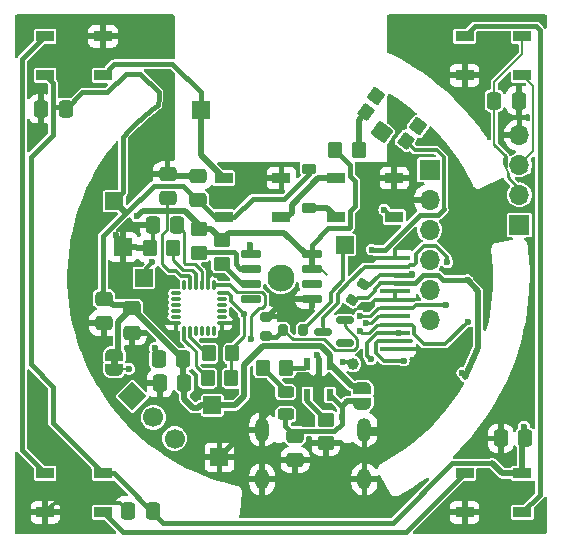
<source format=gbr>
%TF.GenerationSoftware,KiCad,Pcbnew,8.0.1*%
%TF.CreationDate,2024-05-06T20:31:10+02:00*%
%TF.ProjectId,smartknob,736d6172-746b-46e6-9f62-2e6b69636164,rev?*%
%TF.SameCoordinates,Original*%
%TF.FileFunction,Copper,L2,Bot*%
%TF.FilePolarity,Positive*%
%FSLAX46Y46*%
G04 Gerber Fmt 4.6, Leading zero omitted, Abs format (unit mm)*
G04 Created by KiCad (PCBNEW 8.0.1) date 2024-05-06 20:31:10*
%MOMM*%
%LPD*%
G01*
G04 APERTURE LIST*
G04 Aperture macros list*
%AMRoundRect*
0 Rectangle with rounded corners*
0 $1 Rounding radius*
0 $2 $3 $4 $5 $6 $7 $8 $9 X,Y pos of 4 corners*
0 Add a 4 corners polygon primitive as box body*
4,1,4,$2,$3,$4,$5,$6,$7,$8,$9,$2,$3,0*
0 Add four circle primitives for the rounded corners*
1,1,$1+$1,$2,$3*
1,1,$1+$1,$4,$5*
1,1,$1+$1,$6,$7*
1,1,$1+$1,$8,$9*
0 Add four rect primitives between the rounded corners*
20,1,$1+$1,$2,$3,$4,$5,0*
20,1,$1+$1,$4,$5,$6,$7,0*
20,1,$1+$1,$6,$7,$8,$9,0*
20,1,$1+$1,$8,$9,$2,$3,0*%
%AMHorizOval*
0 Thick line with rounded ends*
0 $1 width*
0 $2 $3 position (X,Y) of the first rounded end (center of the circle)*
0 $4 $5 position (X,Y) of the second rounded end (center of the circle)*
0 Add line between two ends*
20,1,$1,$2,$3,$4,$5,0*
0 Add two circle primitives to create the rounded ends*
1,1,$1,$2,$3*
1,1,$1,$4,$5*%
%AMRotRect*
0 Rectangle, with rotation*
0 The origin of the aperture is its center*
0 $1 length*
0 $2 width*
0 $3 Rotation angle, in degrees counterclockwise*
0 Add horizontal line*
21,1,$1,$2,0,0,$3*%
%AMFreePoly0*
4,1,19,0.500000,-0.750000,0.000000,-0.750000,0.000000,-0.744911,-0.071157,-0.744911,-0.207708,-0.704816,-0.327430,-0.627875,-0.420627,-0.520320,-0.479746,-0.390866,-0.500000,-0.250000,-0.500000,0.250000,-0.479746,0.390866,-0.420627,0.520320,-0.327430,0.627875,-0.207708,0.704816,-0.071157,0.744911,0.000000,0.744911,0.000000,0.750000,0.500000,0.750000,0.500000,-0.750000,0.500000,-0.750000,
$1*%
%AMFreePoly1*
4,1,19,0.000000,0.744911,0.071157,0.744911,0.207708,0.704816,0.327430,0.627875,0.420627,0.520320,0.479746,0.390866,0.500000,0.250000,0.500000,-0.250000,0.479746,-0.390866,0.420627,-0.520320,0.327430,-0.627875,0.207708,-0.704816,0.071157,-0.744911,0.000000,-0.744911,0.000000,-0.750000,-0.500000,-0.750000,-0.500000,0.750000,0.000000,0.750000,0.000000,0.744911,0.000000,0.744911,
$1*%
G04 Aperture macros list end*
%TA.AperFunction,EtchedComponent*%
%ADD10C,0.000000*%
%TD*%
%TA.AperFunction,ComponentPad*%
%ADD11O,1.200000X2.000000*%
%TD*%
%TA.AperFunction,ComponentPad*%
%ADD12O,1.200000X1.800000*%
%TD*%
%TA.AperFunction,ComponentPad*%
%ADD13R,1.700000X1.700000*%
%TD*%
%TA.AperFunction,ComponentPad*%
%ADD14O,1.700000X1.700000*%
%TD*%
%TA.AperFunction,SMDPad,CuDef*%
%ADD15RoundRect,0.250000X-0.350000X-0.450000X0.350000X-0.450000X0.350000X0.450000X-0.350000X0.450000X0*%
%TD*%
%TA.AperFunction,SMDPad,CuDef*%
%ADD16RoundRect,0.250000X-0.337500X-0.475000X0.337500X-0.475000X0.337500X0.475000X-0.337500X0.475000X0*%
%TD*%
%TA.AperFunction,SMDPad,CuDef*%
%ADD17RoundRect,0.250000X0.337500X0.475000X-0.337500X0.475000X-0.337500X-0.475000X0.337500X-0.475000X0*%
%TD*%
%TA.AperFunction,SMDPad,CuDef*%
%ADD18R,2.500000X0.350000*%
%TD*%
%TA.AperFunction,SMDPad,CuDef*%
%ADD19RoundRect,0.200000X-0.200000X-0.275000X0.200000X-0.275000X0.200000X0.275000X-0.200000X0.275000X0*%
%TD*%
%TA.AperFunction,SMDPad,CuDef*%
%ADD20R,1.500000X0.900000*%
%TD*%
%TA.AperFunction,SMDPad,CuDef*%
%ADD21FreePoly0,90.000000*%
%TD*%
%TA.AperFunction,SMDPad,CuDef*%
%ADD22FreePoly1,90.000000*%
%TD*%
%TA.AperFunction,SMDPad,CuDef*%
%ADD23RoundRect,0.250000X-0.475000X0.337500X-0.475000X-0.337500X0.475000X-0.337500X0.475000X0.337500X0*%
%TD*%
%TA.AperFunction,SMDPad,CuDef*%
%ADD24RoundRect,0.250000X-0.450000X0.350000X-0.450000X-0.350000X0.450000X-0.350000X0.450000X0.350000X0*%
%TD*%
%TA.AperFunction,SMDPad,CuDef*%
%ADD25R,1.500000X1.500000*%
%TD*%
%TA.AperFunction,SMDPad,CuDef*%
%ADD26RoundRect,0.150000X0.587500X0.150000X-0.587500X0.150000X-0.587500X-0.150000X0.587500X-0.150000X0*%
%TD*%
%TA.AperFunction,SMDPad,CuDef*%
%ADD27RoundRect,0.250000X0.350000X0.450000X-0.350000X0.450000X-0.350000X-0.450000X0.350000X-0.450000X0*%
%TD*%
%TA.AperFunction,SMDPad,CuDef*%
%ADD28RoundRect,0.165000X-0.567158X-0.125625X0.055785X-0.578220X0.567158X0.125625X-0.055785X0.578220X0*%
%TD*%
%TA.AperFunction,ComponentPad*%
%ADD29C,0.950000*%
%TD*%
%TA.AperFunction,SMDPad,CuDef*%
%ADD30RoundRect,0.180000X-0.586657X-0.092917X0.092917X-0.586657X0.586657X0.092917X-0.092917X0.586657X0*%
%TD*%
%TA.AperFunction,SMDPad,CuDef*%
%ADD31RoundRect,0.210000X-0.724884X-0.079014X0.148854X-0.713822X0.724884X0.079014X-0.148854X0.713822X0*%
%TD*%
%TA.AperFunction,SMDPad,CuDef*%
%ADD32R,0.600000X1.000000*%
%TD*%
%TA.AperFunction,SMDPad,CuDef*%
%ADD33RoundRect,0.250000X0.475000X-0.337500X0.475000X0.337500X-0.475000X0.337500X-0.475000X-0.337500X0*%
%TD*%
%TA.AperFunction,SMDPad,CuDef*%
%ADD34RoundRect,0.075000X-0.350000X-0.075000X0.350000X-0.075000X0.350000X0.075000X-0.350000X0.075000X0*%
%TD*%
%TA.AperFunction,SMDPad,CuDef*%
%ADD35RoundRect,0.075000X-0.075000X0.350000X-0.075000X-0.350000X0.075000X-0.350000X0.075000X0.350000X0*%
%TD*%
%TA.AperFunction,SMDPad,CuDef*%
%ADD36RoundRect,0.200000X-0.275000X0.200000X-0.275000X-0.200000X0.275000X-0.200000X0.275000X0.200000X0*%
%TD*%
%TA.AperFunction,SMDPad,CuDef*%
%ADD37C,1.000000*%
%TD*%
%TA.AperFunction,SMDPad,CuDef*%
%ADD38RoundRect,0.243750X-0.456250X0.243750X-0.456250X-0.243750X0.456250X-0.243750X0.456250X0.243750X0*%
%TD*%
%TA.AperFunction,SMDPad,CuDef*%
%ADD39RoundRect,0.200000X0.110552X-0.321564X0.339982X0.006097X-0.110552X0.321564X-0.339982X-0.006097X0*%
%TD*%
%TA.AperFunction,ComponentPad*%
%ADD40RotRect,1.700000X1.700000X225.000000*%
%TD*%
%TA.AperFunction,ComponentPad*%
%ADD41HorizOval,1.700000X0.000000X0.000000X0.000000X0.000000X0*%
%TD*%
%TA.AperFunction,SMDPad,CuDef*%
%ADD42RoundRect,0.150000X0.725000X0.150000X-0.725000X0.150000X-0.725000X-0.150000X0.725000X-0.150000X0*%
%TD*%
%TA.AperFunction,SMDPad,CuDef*%
%ADD43RoundRect,0.225000X0.375000X-0.225000X0.375000X0.225000X-0.375000X0.225000X-0.375000X-0.225000X0*%
%TD*%
%TA.AperFunction,ViaPad*%
%ADD44C,2.300000*%
%TD*%
%TA.AperFunction,ViaPad*%
%ADD45C,0.600000*%
%TD*%
%TA.AperFunction,ViaPad*%
%ADD46C,3.300000*%
%TD*%
%TA.AperFunction,ViaPad*%
%ADD47C,2.600000*%
%TD*%
%TA.AperFunction,ViaPad*%
%ADD48C,0.500000*%
%TD*%
%TA.AperFunction,Conductor*%
%ADD49C,0.400000*%
%TD*%
%TA.AperFunction,Conductor*%
%ADD50C,0.300000*%
%TD*%
%TA.AperFunction,Conductor*%
%ADD51C,0.500000*%
%TD*%
%TA.AperFunction,Conductor*%
%ADD52C,0.200000*%
%TD*%
%TA.AperFunction,Conductor*%
%ADD53C,0.250000*%
%TD*%
G04 APERTURE END LIST*
D10*
%TA.AperFunction,EtchedComponent*%
%TO.C,JP1*%
G36*
X100200000Y-87200000D02*
G01*
X99600000Y-87200000D01*
X99600000Y-86700000D01*
X100200000Y-86700000D01*
X100200000Y-87200000D01*
G37*
%TD.AperFunction*%
%TD*%
D11*
%TO.P,U3,0,0*%
%TO.N,GND*%
X112425000Y-92645500D03*
D12*
X112425000Y-96845500D03*
D11*
X121075000Y-92645500D03*
D12*
X121075000Y-96845500D03*
%TD*%
D13*
%TO.P,J4,1,Pin_1*%
%TO.N,+3.3VP*%
X134200000Y-75320000D03*
D14*
%TO.P,J4,2,Pin_2*%
%TO.N,+BATT*%
X134200000Y-72780000D03*
%TO.P,J4,3,Pin_3*%
%TO.N,Net-(D8-DOUT)*%
X134200000Y-70240000D03*
%TO.P,J4,4,Pin_4*%
%TO.N,GND*%
X134200000Y-67700000D03*
%TD*%
D15*
%TO.P,R21,1*%
%TO.N,+3.3VP*%
X118600000Y-69000000D03*
%TO.P,R21,2*%
%TO.N,Net-(R21-Pad2)*%
X120600000Y-69000000D03*
%TD*%
D16*
%TO.P,C11,1*%
%TO.N,GND*%
X103162500Y-75300000D03*
%TO.P,C11,2*%
%TO.N,Net-(U8-REGOUT)*%
X105237500Y-75300000D03*
%TD*%
D17*
%TO.P,C16,1*%
%TO.N,+BATT*%
X134675000Y-93400000D03*
%TO.P,C16,2*%
%TO.N,GND*%
X132600000Y-93400000D03*
%TD*%
D15*
%TO.P,R12,1*%
%TO.N,Net-(D3-K)*%
X112460000Y-87400000D03*
%TO.P,R12,2*%
%TO.N,Net-(U4-CHRG)*%
X114460000Y-87400000D03*
%TD*%
D18*
%TO.P,U5,1,GND*%
%TO.N,GND*%
X123675000Y-78150000D03*
%TO.P,U5,2,LEDK*%
%TO.N,/LEDK*%
X123675000Y-78850000D03*
%TO.P,U5,3,LEDA*%
%TO.N,/LEDA*%
X123675000Y-79550000D03*
%TO.P,U5,4,VDD*%
%TO.N,+3.3VP*%
X123675000Y-80250000D03*
%TO.P,U5,5,GND*%
%TO.N,GND*%
X123675000Y-80950000D03*
%TO.P,U5,6,GND*%
X123675000Y-81650000D03*
%TO.P,U5,7,D/C*%
%TO.N,/TFT_DC*%
X123675000Y-82350000D03*
%TO.P,U5,8,~{CS}*%
%TO.N,/TFT_CS*%
X123675000Y-83050000D03*
%TO.P,U5,9,SCK*%
%TO.N,/SCK*%
X123675000Y-83750000D03*
%TO.P,U5,10,SDI*%
%TO.N,/MOSI*%
X123675000Y-84450000D03*
%TO.P,U5,11,~{RESET}*%
%TO.N,Net-(U5-~{RESET})*%
X123675000Y-85150000D03*
%TO.P,U5,12,GND*%
%TO.N,GND*%
X123675000Y-85850000D03*
%TD*%
D19*
%TO.P,R16,1*%
%TO.N,Net-(Q1-G)*%
X114200000Y-84200000D03*
%TO.P,R16,2*%
%TO.N,/BLK*%
X115850000Y-84200000D03*
%TD*%
D20*
%TO.P,D8,1,VDD*%
%TO.N,+BATT*%
X134450000Y-59350000D03*
%TO.P,D8,2,DOUT*%
%TO.N,Net-(D8-DOUT)*%
X134450000Y-62650000D03*
%TO.P,D8,3,VSS*%
%TO.N,GND*%
X129550000Y-62650000D03*
%TO.P,D8,4,DIN*%
%TO.N,Net-(D7-DOUT)*%
X129550000Y-59350000D03*
%TD*%
%TO.P,D2,1,VDD*%
%TO.N,+BATT*%
X109150000Y-74650000D03*
%TO.P,D2,2,DOUT*%
%TO.N,Net-(D2-DOUT)*%
X109150000Y-71350000D03*
%TO.P,D2,3,VSS*%
%TO.N,GND*%
X114050000Y-71350000D03*
%TO.P,D2,4,DIN*%
%TO.N,Net-(D1-DOUT)*%
X114050000Y-74650000D03*
%TD*%
%TO.P,D6,1,VDD*%
%TO.N,+BATT*%
X98950000Y-96350000D03*
%TO.P,D6,2,DOUT*%
%TO.N,Net-(D6-DOUT)*%
X98950000Y-99650000D03*
%TO.P,D6,3,VSS*%
%TO.N,GND*%
X94050000Y-99650000D03*
%TO.P,D6,4,DIN*%
%TO.N,Net-(D5-DOUT)*%
X94050000Y-96350000D03*
%TD*%
D17*
%TO.P,C17,1*%
%TO.N,+BATT*%
X95775000Y-65500000D03*
%TO.P,C17,2*%
%TO.N,GND*%
X93700000Y-65500000D03*
%TD*%
D21*
%TO.P,JP1,1,A*%
%TO.N,Net-(JP1-A)*%
X99900000Y-87600000D03*
D22*
%TO.P,JP1,2,B*%
%TO.N,+BATT*%
X99900000Y-86300000D03*
%TD*%
D23*
%TO.P,C3,1*%
%TO.N,+5VD*%
X115200000Y-93162500D03*
%TO.P,C3,2*%
%TO.N,GND*%
X115200000Y-95237500D03*
%TD*%
D16*
%TO.P,C10,1*%
%TO.N,Net-(U7-VCP)*%
X103662500Y-86700000D03*
%TO.P,C10,2*%
%TO.N,+BATT*%
X105737500Y-86700000D03*
%TD*%
D23*
%TO.P,C8,1*%
%TO.N,+BATT*%
X99000000Y-81562500D03*
%TO.P,C8,2*%
%TO.N,GND*%
X99000000Y-83637500D03*
%TD*%
D24*
%TO.P,R13,1*%
%TO.N,Net-(U4-PROG)*%
X117800000Y-91800000D03*
%TO.P,R13,2*%
%TO.N,GND*%
X117800000Y-93800000D03*
%TD*%
D23*
%TO.P,C9,1*%
%TO.N,+BATT*%
X101400000Y-82362500D03*
%TO.P,C9,2*%
%TO.N,GND*%
X101400000Y-84437500D03*
%TD*%
D25*
%TO.P,BLK,1,1*%
%TO.N,/BLK*%
X119400000Y-77000000D03*
%TD*%
D13*
%TO.P,J1,1,Pin_1*%
%TO.N,+3.3VP*%
X126600000Y-70650000D03*
D14*
%TO.P,J1,2,Pin_2*%
%TO.N,GND*%
X126600000Y-73190000D03*
%TO.P,J1,3,Pin_3*%
%TO.N,/GPIO43*%
X126600000Y-75730000D03*
%TO.P,J1,4,Pin_4*%
%TO.N,/GPIO44*%
X126600000Y-78270000D03*
%TO.P,J1,5,Pin_5*%
%TO.N,/GPIO41*%
X126600000Y-80810000D03*
%TO.P,J1,6,Pin_6*%
%TO.N,/GPIO40*%
X126600000Y-83350000D03*
%TD*%
D26*
%TO.P,Q1,1,G*%
%TO.N,Net-(Q1-G)*%
X119400000Y-83400000D03*
%TO.P,Q1,2,S*%
%TO.N,GND*%
X119400000Y-85300000D03*
%TO.P,Q1,3,D*%
%TO.N,/LEDK*%
X117525000Y-84350000D03*
%TD*%
D27*
%TO.P,R14,1*%
%TO.N,Net-(U8-AD0)*%
X104900000Y-77300000D03*
%TO.P,R14,2*%
%TO.N,GND*%
X102900000Y-77300000D03*
%TD*%
D25*
%TO.P,LED,1,1*%
%TO.N,Net-(D2-DOUT)*%
X107200000Y-65600000D03*
%TD*%
D28*
%TO.P,SW2,1,1*%
%TO.N,Net-(R21-Pad2)*%
X121246640Y-65774433D03*
%TO.P,SW2,2,2*%
%TO.N,/SW_X*%
X124563608Y-68184353D03*
D29*
%TO.P,SW2,SH*%
%TO.N,N/C*%
X122036353Y-64432289D03*
D30*
X122065743Y-64391839D03*
D31*
X122537758Y-67485029D03*
D30*
X125625418Y-66978094D03*
D29*
X125596029Y-67018545D03*
%TD*%
D25*
%TO.P,GND,1,1*%
%TO.N,GND*%
X100600000Y-77200000D03*
%TD*%
D24*
%TO.P,R2,1*%
%TO.N,+3.3VP*%
X109000000Y-76600000D03*
%TO.P,R2,2*%
%TO.N,/MAG_DO*%
X109000000Y-78600000D03*
%TD*%
D32*
%TO.P,U4,1,CHRG*%
%TO.N,Net-(U4-CHRG)*%
X116250000Y-87100000D03*
%TO.P,U4,2,GND*%
%TO.N,GND*%
X117200000Y-87100000D03*
%TO.P,U4,3,BAT*%
%TO.N,+BATT*%
X118150000Y-87100000D03*
%TO.P,U4,4,VCC*%
%TO.N,+5VD*%
X118150000Y-89700000D03*
%TO.P,U4,5,PROG*%
%TO.N,Net-(U4-PROG)*%
X116250000Y-89700000D03*
%TD*%
D33*
%TO.P,C13,1*%
%TO.N,+BATT*%
X107000000Y-73237500D03*
%TO.P,C13,2*%
%TO.N,GND*%
X107000000Y-71162500D03*
%TD*%
D27*
%TO.P,R11,1*%
%TO.N,+3.3VP*%
X109800000Y-88300000D03*
%TO.P,R11,2*%
%TO.N,/SDA*%
X107800000Y-88300000D03*
%TD*%
D20*
%TO.P,D5,1,VDD*%
%TO.N,+BATT*%
X94050000Y-62650000D03*
%TO.P,D5,2,DOUT*%
%TO.N,Net-(D5-DOUT)*%
X94050000Y-59350000D03*
%TO.P,D5,3,VSS*%
%TO.N,GND*%
X98950000Y-59350000D03*
%TO.P,D5,4,DIN*%
%TO.N,Net-(D2-DOUT)*%
X98950000Y-62650000D03*
%TD*%
D25*
%TO.P,GND,1,1*%
%TO.N,GND*%
X108800000Y-95000000D03*
%TD*%
D34*
%TO.P,U8,1,CLKIN*%
%TO.N,GND*%
X105100000Y-83600000D03*
%TO.P,U8,2,NC*%
%TO.N,unconnected-(U8-NC-Pad2)*%
X105100000Y-83100000D03*
%TO.P,U8,3,NC*%
%TO.N,unconnected-(U8-NC-Pad3)*%
X105100000Y-82600000D03*
%TO.P,U8,4,NC*%
%TO.N,unconnected-(U8-NC-Pad4)*%
X105100000Y-82100000D03*
%TO.P,U8,5,NC*%
%TO.N,unconnected-(U8-NC-Pad5)*%
X105100000Y-81600000D03*
%TO.P,U8,6,AUX_DA*%
%TO.N,unconnected-(U8-AUX_DA-Pad6)*%
X105100000Y-81100000D03*
D35*
%TO.P,U8,7,AUX_CL*%
%TO.N,unconnected-(U8-AUX_CL-Pad7)*%
X105800000Y-80400000D03*
%TO.P,U8,8,VLOGIC*%
%TO.N,+3.3VP*%
X106300000Y-80400000D03*
%TO.P,U8,9,AD0*%
%TO.N,Net-(U8-AD0)*%
X106800000Y-80400000D03*
%TO.P,U8,10,REGOUT*%
%TO.N,Net-(U8-REGOUT)*%
X107300000Y-80400000D03*
%TO.P,U8,11,FSYNC*%
%TO.N,GND*%
X107800000Y-80400000D03*
%TO.P,U8,12,INT*%
%TO.N,/INT_MP6050*%
X108300000Y-80400000D03*
D34*
%TO.P,U8,13,VDD*%
%TO.N,+3.3VP*%
X109000000Y-81100000D03*
%TO.P,U8,14,NC*%
%TO.N,unconnected-(U8-NC-Pad14)*%
X109000000Y-81600000D03*
%TO.P,U8,15,NC*%
%TO.N,unconnected-(U8-NC-Pad15)*%
X109000000Y-82100000D03*
%TO.P,U8,16,NC*%
%TO.N,unconnected-(U8-NC-Pad16)*%
X109000000Y-82600000D03*
%TO.P,U8,17,NC*%
%TO.N,unconnected-(U8-NC-Pad17)*%
X109000000Y-83100000D03*
%TO.P,U8,18,GND*%
%TO.N,GND*%
X109000000Y-83600000D03*
D35*
%TO.P,U8,19,RESV*%
%TO.N,unconnected-(U8-RESV-Pad19)*%
X108300000Y-84300000D03*
%TO.P,U8,20,CPOUT*%
%TO.N,unconnected-(U8-CPOUT-Pad20)*%
X107800000Y-84300000D03*
%TO.P,U8,21,RESV*%
%TO.N,unconnected-(U8-RESV-Pad21)*%
X107300000Y-84300000D03*
%TO.P,U8,22,RESV*%
%TO.N,unconnected-(U8-RESV-Pad22)*%
X106800000Y-84300000D03*
%TO.P,U8,23,SCL*%
%TO.N,/SCL*%
X106300000Y-84300000D03*
%TO.P,U8,24,SDA*%
%TO.N,/SDA*%
X105800000Y-84300000D03*
%TD*%
D25*
%TO.P,BAT,1,1*%
%TO.N,+BATT*%
X108200000Y-90600000D03*
%TD*%
D21*
%TO.P,JP2,1,A*%
%TO.N,+5VD*%
X120900000Y-90450000D03*
D22*
%TO.P,JP2,2,B*%
%TO.N,+BATT*%
X120900000Y-89150000D03*
%TD*%
D16*
%TO.P,C5,1*%
%TO.N,GND*%
X103762500Y-88700000D03*
%TO.P,C5,2*%
%TO.N,+BATT*%
X105837500Y-88700000D03*
%TD*%
D36*
%TO.P,R17,1*%
%TO.N,GND*%
X112700000Y-83075000D03*
%TO.P,R17,2*%
%TO.N,Net-(Q1-G)*%
X112700000Y-84725000D03*
%TD*%
D33*
%TO.P,C12,1*%
%TO.N,+3.3VP*%
X104400000Y-73075000D03*
%TO.P,C12,2*%
%TO.N,GND*%
X104400000Y-71000000D03*
%TD*%
D25*
%TO.P,RES,1,1*%
%TO.N,Net-(U1-EN)*%
X102400000Y-79800000D03*
%TD*%
D37*
%TO.P,TP5,1,1*%
%TO.N,Net-(U1-GPIO21)*%
X120100000Y-87100000D03*
%TD*%
D20*
%TO.P,D1,1,VDD*%
%TO.N,Net-(D1-VDD)*%
X118700000Y-74650000D03*
%TO.P,D1,2,DOUT*%
%TO.N,Net-(D1-DOUT)*%
X118700000Y-71350000D03*
%TO.P,D1,3,VSS*%
%TO.N,GND*%
X123600000Y-71350000D03*
%TO.P,D1,4,DIN*%
%TO.N,/LED_WS2812*%
X123600000Y-74650000D03*
%TD*%
D17*
%TO.P,C15,1*%
%TO.N,+BATT*%
X103137500Y-99500000D03*
%TO.P,C15,2*%
%TO.N,GND*%
X101062500Y-99500000D03*
%TD*%
D25*
%TO.P,BAT+,1,1*%
%TO.N,+BATT*%
X99900000Y-73300000D03*
%TD*%
D27*
%TO.P,R10,1*%
%TO.N,+3.3VP*%
X109900000Y-86200000D03*
%TO.P,R10,2*%
%TO.N,/SCL*%
X107900000Y-86200000D03*
%TD*%
D24*
%TO.P,R3,1*%
%TO.N,+3.3VP*%
X107100000Y-75700000D03*
%TO.P,R3,2*%
%TO.N,/MAG_CLK*%
X107100000Y-77700000D03*
%TD*%
D38*
%TO.P,D3,1,K*%
%TO.N,Net-(D3-K)*%
X114420000Y-89482500D03*
%TO.P,D3,2,A*%
%TO.N,+5VD*%
X114420000Y-91357500D03*
%TD*%
D20*
%TO.P,D7,1,VDD*%
%TO.N,+BATT*%
X134450000Y-96350000D03*
%TO.P,D7,2,DOUT*%
%TO.N,Net-(D7-DOUT)*%
X134450000Y-99650000D03*
%TO.P,D7,3,VSS*%
%TO.N,GND*%
X129550000Y-99650000D03*
%TO.P,D7,4,DIN*%
%TO.N,Net-(D6-DOUT)*%
X129550000Y-96350000D03*
%TD*%
D16*
%TO.P,C14,1*%
%TO.N,+BATT*%
X132062500Y-64800000D03*
%TO.P,C14,2*%
%TO.N,GND*%
X134137500Y-64800000D03*
%TD*%
D39*
%TO.P,R18,1*%
%TO.N,+3.3VP*%
X120026799Y-81675800D03*
%TO.P,R18,2*%
%TO.N,/LEDA*%
X120973201Y-80324200D03*
%TD*%
D40*
%TO.P,J2,1,Pin_1*%
%TO.N,/BLDC_U*%
X101403949Y-89814555D03*
D41*
%TO.P,J2,2,Pin_2*%
%TO.N,/BLDC_V*%
X103200000Y-91610606D03*
%TO.P,J2,3,Pin_3*%
%TO.N,/BLDC_W*%
X104996051Y-93406657D03*
%TD*%
D42*
%TO.P,U6,1,VDD*%
%TO.N,+3.3VP*%
X116600000Y-77790000D03*
%TO.P,U6,2,MODE*%
X116600000Y-79060000D03*
%TO.P,U6,3,OUT*%
%TO.N,unconnected-(U6-OUT-Pad3)*%
X116600000Y-80330000D03*
%TO.P,U6,4,GND*%
%TO.N,GND*%
X116600000Y-81600000D03*
%TO.P,U6,5,PUSH*%
%TO.N,unconnected-(U6-PUSH-Pad5)*%
X111450000Y-81600000D03*
%TO.P,U6,6,A*%
%TO.N,/MAG_DO*%
X111450000Y-80330000D03*
%TO.P,U6,7,B*%
%TO.N,/MAG_CLK*%
X111450000Y-79060000D03*
%TO.P,U6,8,Z*%
%TO.N,/MAG_CSN*%
X111450000Y-77790000D03*
%TD*%
D43*
%TO.P,D4,1,K*%
%TO.N,Net-(D1-VDD)*%
X116400000Y-73850000D03*
%TO.P,D4,2,A*%
%TO.N,+BATT*%
X116400000Y-70550000D03*
%TD*%
D44*
%TO.N,*%
X114000000Y-79800000D03*
D45*
%TO.N,/SW_X*%
X121676132Y-77400935D03*
%TO.N,Net-(U1-EN)*%
X103115634Y-78500000D03*
%TO.N,GND*%
X121400000Y-87700000D03*
X129800000Y-76500000D03*
X97600000Y-74800000D03*
X131700000Y-80800000D03*
X109000000Y-84800000D03*
D46*
X102800000Y-68600000D03*
D45*
X119200000Y-85200000D03*
D47*
X132000000Y-61000000D03*
D45*
X121200000Y-82400000D03*
X112700000Y-83100000D03*
X121400000Y-71700000D03*
D47*
X96000000Y-98000000D03*
D45*
X122000000Y-71000000D03*
X110100000Y-83600000D03*
X101000000Y-84600000D03*
X100075735Y-80675735D03*
X102200000Y-87600000D03*
X114450000Y-71350000D03*
D47*
X132000000Y-98000000D03*
D45*
X117094669Y-86355331D03*
D46*
X125600000Y-90600000D03*
D45*
X96600000Y-80600000D03*
X133800000Y-90400000D03*
X98233482Y-85737500D03*
D48*
X120100000Y-78500000D03*
D47*
X96000000Y-61000000D03*
D45*
X100000000Y-76200000D03*
X111400000Y-71000000D03*
X100074265Y-88825735D03*
X107925000Y-79550000D03*
X129300000Y-86900000D03*
%TO.N,+3.3VP*%
X120126799Y-81714579D03*
X110887136Y-82877427D03*
X101800000Y-74600000D03*
X129370821Y-87835410D03*
X129800000Y-80000000D03*
X109000000Y-76600000D03*
%TO.N,+5VD*%
X114349998Y-91577500D03*
X119149998Y-91577500D03*
%TO.N,+BATT*%
X134600000Y-92400000D03*
X98925000Y-81200000D03*
%TO.N,/SDA*%
X107800000Y-88000000D03*
%TO.N,/LEDK*%
X128100000Y-78500000D03*
%TO.N,/BLK*%
X119400000Y-77000000D03*
%TO.N,/TFT_DC*%
X128000000Y-82100000D03*
X120687851Y-83014579D03*
%TO.N,/TFT_CS*%
X121205412Y-83650000D03*
%TO.N,/SCK*%
X120700000Y-84300000D03*
X129800000Y-83500000D03*
%TO.N,/MOSI*%
X121600000Y-86700000D03*
X124000002Y-84450000D03*
%TO.N,Net-(U5-~{RESET})*%
X124400000Y-86800000D03*
%TO.N,/MAG_DO*%
X109000000Y-78600000D03*
%TO.N,/MAG_CLK*%
X107150331Y-77849669D03*
%TO.N,/MAG_CSN*%
X111400000Y-77000000D03*
%TO.N,Net-(U7-VCP)*%
X103325000Y-85737500D03*
%TO.N,/SCL*%
X107900000Y-86200000D03*
%TO.N,/LED_WS2812*%
X122750000Y-74030000D03*
%TO.N,/INT_MP6050*%
X111500000Y-85000000D03*
%TO.N,Net-(JP1-A)*%
X101150765Y-87503229D03*
%TO.N,/LEDA*%
X125131136Y-79498278D03*
%TO.N,Net-(U1-GPIO21)*%
X119300000Y-86900000D03*
%TD*%
D49*
%TO.N,/SW_X*%
X127800000Y-74000000D02*
X127320000Y-74480000D01*
X122849065Y-77400935D02*
X121676132Y-77400935D01*
D50*
X127800000Y-74000000D02*
X127800000Y-69600000D01*
D49*
X127320000Y-74480000D02*
X125770000Y-74480000D01*
D50*
X127200000Y-69000000D02*
X125379255Y-69000000D01*
X127800000Y-69600000D02*
X127200000Y-69000000D01*
X125379255Y-69000000D02*
X124563608Y-68184353D01*
D49*
X125770000Y-74480000D02*
X122849065Y-77400935D01*
D50*
%TO.N,Net-(U1-EN)*%
X102400000Y-79215634D02*
X103115634Y-78500000D01*
D51*
%TO.N,GND*%
X127375000Y-88200000D02*
X127775000Y-88600000D01*
D50*
X109000000Y-83600000D02*
X110100000Y-83600000D01*
X113711056Y-90520000D02*
X112425000Y-91806056D01*
X121800000Y-78350000D02*
X122000000Y-78150000D01*
D51*
X108800000Y-95000000D02*
X111154500Y-92645500D01*
X126025000Y-88200000D02*
X127375000Y-88200000D01*
D50*
X103162500Y-75300000D02*
X103162500Y-77037500D01*
X117200000Y-87900000D02*
X116250000Y-88850000D01*
X94050000Y-99650000D02*
X94850000Y-98850000D01*
X116250000Y-88850000D02*
X115600000Y-88850000D01*
D51*
X129300000Y-86900000D02*
X129114590Y-87085410D01*
D50*
X107800000Y-79675000D02*
X107925000Y-79550000D01*
X114928944Y-90520000D02*
X113711056Y-90520000D01*
D51*
X107000000Y-71162500D02*
X104562500Y-71162500D01*
D50*
X101100000Y-77300000D02*
X100000000Y-76200000D01*
D52*
X109800000Y-92400000D02*
X109800000Y-92800000D01*
D50*
X109000000Y-83600000D02*
X109000000Y-84800000D01*
D53*
X127775000Y-90642577D02*
X125417577Y-93000000D01*
D50*
X121950000Y-81650000D02*
X121200000Y-82400000D01*
X115600000Y-88850000D02*
X115600000Y-89848944D01*
X117200000Y-87100000D02*
X117200000Y-86460662D01*
D53*
X127775000Y-88600000D02*
X127775000Y-90642577D01*
D50*
X120250000Y-78350000D02*
X121800000Y-78350000D01*
X117200000Y-86460662D02*
X117094669Y-86355331D01*
D51*
X114375000Y-81600000D02*
X116600000Y-81600000D01*
D50*
X117200000Y-87100000D02*
X117200000Y-87900000D01*
X100300000Y-80900000D02*
X100075735Y-80675735D01*
D51*
X129060160Y-87085410D02*
X128620821Y-87524749D01*
D50*
X94850000Y-98850000D02*
X100412500Y-98850000D01*
D53*
X125417577Y-93000000D02*
X121429500Y-93000000D01*
D51*
X128620821Y-87524749D02*
X128620821Y-87579179D01*
D50*
X115600000Y-89848944D02*
X114928944Y-90520000D01*
D52*
X100074265Y-88825735D02*
X100587527Y-88312473D01*
D51*
X112900000Y-83075000D02*
X114375000Y-81600000D01*
D50*
X107800000Y-80400000D02*
X107800000Y-79675000D01*
X112425000Y-91806056D02*
X112425000Y-92645500D01*
D52*
X100587527Y-88312473D02*
X101487527Y-88312473D01*
D50*
X122000000Y-78150000D02*
X123675000Y-78150000D01*
X102900000Y-77300000D02*
X101100000Y-77300000D01*
X120100000Y-78500000D02*
X120250000Y-78350000D01*
X104571880Y-83600000D02*
X101871880Y-80900000D01*
D53*
X123675000Y-81650000D02*
X124950000Y-81650000D01*
D50*
X123675000Y-81650000D02*
X121950000Y-81650000D01*
D51*
X129114590Y-87085410D02*
X129060160Y-87085410D01*
D53*
X123675000Y-80950000D02*
X123675000Y-81650000D01*
D50*
X101871880Y-80900000D02*
X100300000Y-80900000D01*
D52*
X101487527Y-88312473D02*
X102200000Y-87600000D01*
D50*
X105100000Y-83600000D02*
X104571880Y-83600000D01*
X100412500Y-98850000D02*
X101062500Y-99500000D01*
D51*
X111154500Y-92645500D02*
X112425000Y-92645500D01*
X104562500Y-71162500D02*
X104400000Y-71000000D01*
X128620821Y-87579179D02*
X125600000Y-90600000D01*
D49*
%TO.N,+3.3VP*%
X119850000Y-71139950D02*
X119850000Y-70250000D01*
D51*
X130700000Y-85622938D02*
X130593633Y-85927731D01*
D53*
X110887136Y-84728980D02*
X109800000Y-85816116D01*
D50*
X122425000Y-80250000D02*
X123675000Y-80250000D01*
D53*
X104325000Y-75775000D02*
X104325000Y-73475000D01*
D51*
X130700000Y-80900000D02*
X130700000Y-85622938D01*
D52*
X117387092Y-79060000D02*
X117899712Y-79572620D01*
D49*
X120300000Y-73700000D02*
X120300000Y-71589950D01*
D51*
X114300000Y-76000000D02*
X109600000Y-76000000D01*
D49*
X127750000Y-80000000D02*
X129800000Y-80000000D01*
D51*
X116090000Y-77790000D02*
X114300000Y-76000000D01*
D49*
X126059364Y-79560000D02*
X125369364Y-80250000D01*
D51*
X102287500Y-74112500D02*
X105859378Y-74112500D01*
D49*
X119850000Y-75500000D02*
X119850000Y-74150000D01*
D50*
X109528120Y-81100000D02*
X109000000Y-81100000D01*
D51*
X130593633Y-85927731D02*
X130285878Y-86693101D01*
D49*
X125369364Y-80250000D02*
X123675000Y-80250000D01*
D51*
X105859378Y-74112500D02*
X107100000Y-75353122D01*
D49*
X127750000Y-80000000D02*
X127310000Y-79560000D01*
D50*
X123675000Y-80250000D02*
X122450000Y-80250000D01*
D51*
X116600000Y-79060000D02*
X116600000Y-77790000D01*
X130285878Y-86693101D02*
X129942852Y-87443305D01*
D50*
X110887136Y-82877427D02*
X109775000Y-81765291D01*
D53*
X109800000Y-85816116D02*
X109800000Y-88300000D01*
D49*
X127310000Y-79560000D02*
X126059364Y-79560000D01*
X119850000Y-74150000D02*
X120300000Y-73700000D01*
D50*
X121964003Y-80928891D02*
X121392894Y-81500000D01*
D49*
X116600000Y-77790000D02*
X116600000Y-77000000D01*
X116600000Y-77000000D02*
X118000000Y-75600000D01*
D50*
X105128248Y-79200000D02*
X104544544Y-79200000D01*
X109775000Y-81346880D02*
X109528120Y-81100000D01*
X109775000Y-81765291D02*
X109775000Y-81346880D01*
D51*
X129800000Y-80000000D02*
X130700000Y-80900000D01*
D49*
X119750000Y-75600000D02*
X119850000Y-75500000D01*
D51*
X102287500Y-74112500D02*
X101800000Y-74600000D01*
D53*
X103975000Y-78630456D02*
X103975000Y-76125000D01*
D51*
X109600000Y-76000000D02*
X109000000Y-76600000D01*
D50*
X121964003Y-80735997D02*
X121964003Y-80928891D01*
D51*
X116600000Y-77790000D02*
X116090000Y-77790000D01*
X107100000Y-75353122D02*
X107100000Y-75700000D01*
D52*
X116600000Y-79060000D02*
X117387092Y-79060000D01*
D51*
X108100000Y-75700000D02*
X109000000Y-76600000D01*
D50*
X122450000Y-80250000D02*
X121964003Y-80735997D01*
X106300000Y-80400000D02*
X106300000Y-79700000D01*
D49*
X120300000Y-71589950D02*
X119850000Y-71139950D01*
D50*
X104544544Y-79200000D02*
X104200000Y-78855456D01*
X121392894Y-81500000D02*
X120502600Y-81500000D01*
D53*
X103975000Y-76125000D02*
X104325000Y-75775000D01*
D49*
X118000000Y-75600000D02*
X119750000Y-75600000D01*
D50*
X106225000Y-79625000D02*
X105553248Y-79625000D01*
X120502600Y-81500000D02*
X120126799Y-81875801D01*
D51*
X107100000Y-75700000D02*
X108100000Y-75700000D01*
D53*
X110887136Y-82877427D02*
X110887136Y-84728980D01*
D50*
X106300000Y-79700000D02*
X106225000Y-79625000D01*
D49*
X119850000Y-70250000D02*
X118600000Y-69000000D01*
D53*
X104200000Y-78855456D02*
X103975000Y-78630456D01*
D50*
X105553248Y-79625000D02*
X105128248Y-79200000D01*
D51*
X129942852Y-87443305D02*
X129565282Y-88176751D01*
D49*
%TO.N,+5VD*%
X119149998Y-90699998D02*
X119149998Y-91577500D01*
X118526166Y-92800000D02*
X115562500Y-92800000D01*
D51*
X120850000Y-90250000D02*
X119599996Y-90250000D01*
D49*
X119149998Y-91577500D02*
X119149998Y-92176168D01*
X118150000Y-89700000D02*
X119149998Y-90699998D01*
D51*
X119599996Y-90250000D02*
X119149998Y-90699998D01*
D49*
X119149998Y-92176168D02*
X118526166Y-92800000D01*
X114349998Y-92312498D02*
X115200000Y-93162500D01*
X114349998Y-91577500D02*
X114349998Y-92312498D01*
D53*
%TO.N,Net-(U8-REGOUT)*%
X107300000Y-79200000D02*
X107300000Y-80400000D01*
X105825000Y-78553248D02*
X105896752Y-78625000D01*
X106725000Y-78625000D02*
X107300000Y-79200000D01*
X105896752Y-78625000D02*
X106725000Y-78625000D01*
X105237500Y-75300000D02*
X105825000Y-75887500D01*
X105825000Y-75887500D02*
X105825000Y-78553248D01*
D51*
%TO.N,Net-(D1-DOUT)*%
X117150000Y-71350000D02*
X114900000Y-73600000D01*
X114900000Y-73600000D02*
X114900000Y-74300000D01*
X114900000Y-74300000D02*
X114550000Y-74650000D01*
X114550000Y-74650000D02*
X114050000Y-74650000D01*
X118700000Y-71350000D02*
X117150000Y-71350000D01*
%TO.N,Net-(D2-DOUT)*%
X107200000Y-69400000D02*
X107200000Y-65600000D01*
X109150000Y-71350000D02*
X107200000Y-69400000D01*
D49*
X107200000Y-64100000D02*
X104800000Y-61700000D01*
X104800000Y-61700000D02*
X99900000Y-61700000D01*
X99900000Y-61700000D02*
X98900000Y-62700000D01*
D51*
X109550000Y-71350000D02*
X109150000Y-71350000D01*
D49*
X107200000Y-65600000D02*
X107200000Y-64100000D01*
%TO.N,+BATT*%
X94700000Y-67700000D02*
X94700000Y-65300000D01*
D51*
X108200000Y-90600000D02*
X110100000Y-90600000D01*
D49*
X108412500Y-74650000D02*
X109150000Y-74650000D01*
X100881079Y-62518921D02*
X99300000Y-64100000D01*
D52*
X132062500Y-68538706D02*
X132062500Y-64800000D01*
D51*
X100225000Y-85975000D02*
X100225000Y-83537500D01*
D49*
X94700000Y-63300000D02*
X94050000Y-62650000D01*
X104049406Y-100549406D02*
X123450594Y-100549406D01*
X123450594Y-100549406D02*
X128500000Y-95500000D01*
D51*
X105737500Y-86700000D02*
X101400000Y-82362500D01*
D49*
X98925000Y-76285050D02*
X100905025Y-74305025D01*
X103638717Y-64608692D02*
X103638717Y-64083258D01*
X105750000Y-71987500D02*
X108412500Y-74650000D01*
D51*
X100225000Y-83537500D02*
X101400000Y-82362500D01*
X117400000Y-85600000D02*
X118150000Y-86350000D01*
X118150000Y-86350000D02*
X118150000Y-87100000D01*
D53*
X133196878Y-71298120D02*
X133196878Y-70898579D01*
D52*
X132876206Y-70198667D02*
X132876206Y-69700000D01*
X133050000Y-69526206D02*
X132062500Y-68538706D01*
D49*
X94700000Y-65300000D02*
X94700000Y-63300000D01*
D52*
X134200000Y-72779999D02*
X134200000Y-72301242D01*
D51*
X120000000Y-88950000D02*
X118150000Y-87100000D01*
X134450000Y-96350000D02*
X132750000Y-96350000D01*
D49*
X128500000Y-95500000D02*
X131900000Y-95500000D01*
D51*
X106600000Y-90800000D02*
X107000000Y-90800000D01*
X134450000Y-96350000D02*
X134450000Y-93625000D01*
D49*
X94700000Y-92100000D02*
X94700000Y-89000000D01*
D51*
X107000000Y-90800000D02*
X107200000Y-90600000D01*
D49*
X92818498Y-87118498D02*
X92818498Y-69581502D01*
X98950000Y-96350000D02*
X99850000Y-96350000D01*
X103222550Y-71987500D02*
X105750000Y-71987500D01*
X94700000Y-65300000D02*
X95575000Y-65300000D01*
D51*
X99900000Y-86300000D02*
X100225000Y-85975000D01*
D49*
X100905025Y-74305025D02*
X103222550Y-71987500D01*
X99300000Y-64100000D02*
X97200000Y-64100000D01*
D51*
X105837500Y-88700000D02*
X105837500Y-90037500D01*
D49*
X102988665Y-65616120D02*
X103557628Y-65187077D01*
X95575000Y-65300000D02*
X95775000Y-65500000D01*
D51*
X120850000Y-88950000D02*
X120000000Y-88950000D01*
D49*
X103557628Y-65187077D02*
X103638717Y-64608692D01*
D53*
X132062500Y-68538706D02*
X133025000Y-69501206D01*
D49*
X99850000Y-96350000D02*
X104049406Y-100549406D01*
D51*
X99800000Y-82075000D02*
X101475000Y-82075000D01*
D49*
X102074380Y-62518921D02*
X100881079Y-62518921D01*
D52*
X133188760Y-70845937D02*
X132876206Y-70198667D01*
D49*
X92818498Y-69581502D02*
X94700000Y-67700000D01*
D52*
X132062500Y-63200242D02*
X134450000Y-60812742D01*
D49*
X134600000Y-93325000D02*
X134675000Y-93400000D01*
X97200000Y-64100000D02*
X95800000Y-65500000D01*
X134600000Y-92400000D02*
X134600000Y-93325000D01*
D51*
X105737500Y-86700000D02*
X105737500Y-88600000D01*
D49*
X116400000Y-71000000D02*
X116400000Y-70550000D01*
X95800000Y-65500000D02*
X95775000Y-65500000D01*
D53*
X134200000Y-72780000D02*
X134200000Y-72301242D01*
D51*
X99900000Y-73300000D02*
X100905025Y-74305025D01*
D49*
X99900000Y-73300000D02*
X100626240Y-72573760D01*
X98925000Y-81200000D02*
X98925000Y-76285050D01*
D51*
X98925000Y-81200000D02*
X99800000Y-82075000D01*
X112463122Y-85600000D02*
X117400000Y-85600000D01*
D49*
X100626240Y-72573760D02*
X100626240Y-67839510D01*
X101718452Y-66708963D02*
X102339989Y-66148336D01*
D51*
X132750000Y-96350000D02*
X131900000Y-95500000D01*
D52*
X133050000Y-69526206D02*
X132876206Y-69700000D01*
D51*
X110900000Y-89800000D02*
X110900000Y-87163122D01*
X110900000Y-87163122D02*
X112463122Y-85600000D01*
D49*
X109150000Y-74650000D02*
X110050000Y-74650000D01*
X110050000Y-74650000D02*
X111600000Y-73100000D01*
D52*
X134450000Y-60812742D02*
X134450000Y-59350000D01*
X132062500Y-64800000D02*
X132062500Y-63200242D01*
D49*
X102339989Y-66148336D02*
X102988665Y-65616120D01*
D51*
X134450000Y-93625000D02*
X134675000Y-93400000D01*
D49*
X94700000Y-89000000D02*
X92818498Y-87118498D01*
X103638717Y-64083258D02*
X102074380Y-62518921D01*
X111600000Y-73100000D02*
X114300000Y-73100000D01*
X100626240Y-67839510D02*
X101123837Y-67298070D01*
X101123837Y-67298070D02*
X101718452Y-66708963D01*
D53*
X133025000Y-69501206D02*
X133025000Y-70449314D01*
D51*
X107200000Y-90600000D02*
X108200000Y-90600000D01*
D53*
X134200000Y-72301242D02*
X133196878Y-71298120D01*
D51*
X110100000Y-90600000D02*
X110900000Y-89800000D01*
D49*
X114300000Y-73100000D02*
X116400000Y-71000000D01*
X98950000Y-96350000D02*
X94700000Y-92100000D01*
D51*
X105837500Y-90037500D02*
X106600000Y-90800000D01*
D49*
%TO.N,Net-(D3-K)*%
X114420000Y-89360000D02*
X112460000Y-87400000D01*
%TO.N,Net-(U4-CHRG)*%
X114460000Y-87400000D02*
X115950000Y-87400000D01*
X115950000Y-87400000D02*
X116250000Y-87100000D01*
%TO.N,Net-(U4-PROG)*%
X117800000Y-91800000D02*
X116250000Y-90250000D01*
X116250000Y-90250000D02*
X116250000Y-89700000D01*
D50*
%TO.N,/SDA*%
X105800000Y-85035226D02*
X106232387Y-85467613D01*
D53*
X107800000Y-88300000D02*
X106800000Y-87300000D01*
D50*
X105800000Y-84300000D02*
X105800000Y-85035226D01*
D53*
X106800000Y-86035226D02*
X106232387Y-85467613D01*
X106800000Y-87300000D02*
X106800000Y-86035226D01*
D50*
%TO.N,/LEDK*%
X118800000Y-81157106D02*
X119800000Y-80157106D01*
X127097057Y-77070000D02*
X128100000Y-78072943D01*
X121100000Y-78850000D02*
X123675000Y-78850000D01*
X119800000Y-80157106D02*
X119800000Y-80150000D01*
X117525000Y-83232106D02*
X118800000Y-81957106D01*
X123675000Y-78850000D02*
X124750000Y-78850000D01*
X118800000Y-81957106D02*
X118800000Y-81157106D01*
X119800000Y-80150000D02*
X121100000Y-78850000D01*
D53*
X117525000Y-83861592D02*
X117525000Y-84350000D01*
D50*
X124925000Y-78675000D02*
X125275000Y-78675000D01*
X117525000Y-83861592D02*
X117525000Y-83232106D01*
X126102943Y-77070000D02*
X127097057Y-77070000D01*
X125400000Y-78550000D02*
X125400000Y-77772943D01*
X125400000Y-77772943D02*
X126102943Y-77070000D01*
X124750000Y-78850000D02*
X124925000Y-78675000D01*
X125275000Y-78675000D02*
X125400000Y-78550000D01*
X128100000Y-78072943D02*
X128100000Y-78500000D01*
D53*
%TO.N,Net-(Q1-G)*%
X120462500Y-85650908D02*
X120462500Y-84949092D01*
X120188408Y-85925000D02*
X120462500Y-85650908D01*
X114200000Y-84200000D02*
X115000000Y-85000000D01*
D49*
X113600000Y-84800000D02*
X114200000Y-84200000D01*
D53*
X117686592Y-85000000D02*
X118611592Y-85925000D01*
D49*
X112825000Y-84800000D02*
X113600000Y-84800000D01*
D53*
X118611592Y-85925000D02*
X120188408Y-85925000D01*
X115000000Y-85000000D02*
X117686592Y-85000000D01*
X119400000Y-83886592D02*
X119400000Y-83400000D01*
X120462500Y-84949092D02*
X119400000Y-83886592D01*
D50*
%TO.N,/BLK*%
X118200000Y-81850000D02*
X118200000Y-81050000D01*
X118200000Y-81050000D02*
X119300000Y-79950000D01*
X119300000Y-79950000D02*
X119300000Y-77700000D01*
X119300000Y-77700000D02*
X119000000Y-77400000D01*
X115850000Y-84200000D02*
X118200000Y-81850000D01*
%TO.N,/TFT_DC*%
X125225000Y-82350000D02*
X123675000Y-82350000D01*
X123675000Y-82350000D02*
X122433358Y-82350000D01*
D53*
X120930695Y-83014579D02*
X120941116Y-83025000D01*
D50*
X125475000Y-82100000D02*
X125225000Y-82350000D01*
D53*
X120687851Y-83014579D02*
X120930695Y-83014579D01*
X121523004Y-83025000D02*
X122198004Y-82350000D01*
X122198004Y-82350000D02*
X123675000Y-82350000D01*
D50*
X128000000Y-82100000D02*
X125475000Y-82100000D01*
D53*
X120941116Y-83025000D02*
X121523004Y-83025000D01*
%TO.N,/TFT_CS*%
X122238604Y-83050000D02*
X123675000Y-83050000D01*
X121205412Y-83650000D02*
X121638604Y-83650000D01*
D50*
X123675000Y-83050000D02*
X122440464Y-83050000D01*
D53*
X121638604Y-83650000D02*
X122238604Y-83050000D01*
D50*
%TO.N,/SCK*%
X123675000Y-83750000D02*
X125100000Y-83750000D01*
X126100000Y-85400000D02*
X127900000Y-85400000D01*
X125275000Y-84575000D02*
X126100000Y-85400000D01*
D53*
X122175000Y-83750000D02*
X123675000Y-83750000D01*
D50*
X125275000Y-83925000D02*
X125275000Y-84575000D01*
X127900000Y-85400000D02*
X129800000Y-83500000D01*
X125100000Y-83750000D02*
X125275000Y-83925000D01*
D53*
X120700000Y-84300000D02*
X120849352Y-84449352D01*
X120849352Y-84449352D02*
X121475648Y-84449352D01*
X121475648Y-84449352D02*
X122175000Y-83750000D01*
D50*
%TO.N,/MOSI*%
X121296752Y-86396752D02*
X121600000Y-86700000D01*
X123675000Y-84450000D02*
X122146752Y-84450000D01*
X121296752Y-85300000D02*
X121296752Y-86396752D01*
X122146752Y-84450000D02*
X121296752Y-85300000D01*
D53*
X123675000Y-84450000D02*
X122236850Y-84450000D01*
D50*
%TO.N,Net-(U5-~{RESET})*%
X125000000Y-85150000D02*
X123675000Y-85150000D01*
X122250000Y-85150000D02*
X122075000Y-85325000D01*
X122075000Y-86175000D02*
X122700000Y-86800000D01*
X123675000Y-85150000D02*
X122250000Y-85150000D01*
X122700000Y-86800000D02*
X124400000Y-86800000D01*
X122075000Y-85325000D02*
X122075000Y-86175000D01*
D51*
%TO.N,Net-(R21-Pad2)*%
X120600000Y-66421072D02*
X121246639Y-65774433D01*
X120600000Y-69000000D02*
X120600000Y-66421072D01*
D49*
%TO.N,/MAG_DO*%
X111450000Y-80330000D02*
X110730000Y-80330000D01*
X110730000Y-80330000D02*
X109000000Y-78600000D01*
%TO.N,/MAG_CLK*%
X110000000Y-77600000D02*
X107400000Y-77600000D01*
X111450000Y-79060000D02*
X110575001Y-79060000D01*
X110175000Y-78659999D02*
X110175000Y-77775000D01*
X110575001Y-79060000D02*
X110175000Y-78659999D01*
X110175000Y-77775000D02*
X110000000Y-77600000D01*
D51*
%TO.N,/MAG_CSN*%
X111400000Y-77000000D02*
X111400000Y-77740000D01*
D52*
%TO.N,Net-(U7-VCP)*%
X103662500Y-86075000D02*
X103325000Y-85737500D01*
D50*
%TO.N,/SCL*%
X106300000Y-84828120D02*
X106300000Y-84300000D01*
X107671880Y-86200000D02*
X106300000Y-84828120D01*
%TO.N,/LED_WS2812*%
X123600000Y-74650000D02*
X123370000Y-74650000D01*
X123370000Y-74650000D02*
X122750000Y-74030000D01*
D53*
%TO.N,/INT_MP6050*%
X112375908Y-80975000D02*
X110275000Y-80975000D01*
D50*
X109700000Y-80400000D02*
X109964060Y-80664060D01*
D53*
X112650000Y-82100000D02*
X112650000Y-81249092D01*
X112400000Y-82350000D02*
X112650000Y-82100000D01*
D50*
X108300000Y-80400000D02*
X109700000Y-80400000D01*
D53*
X110275000Y-80975000D02*
X109964060Y-80664060D01*
X111500000Y-83000000D02*
X112150000Y-82350000D01*
X112650000Y-81249092D02*
X112375908Y-80975000D01*
X111500000Y-85000000D02*
X111500000Y-83000000D01*
X112150000Y-82350000D02*
X112400000Y-82350000D01*
D50*
%TO.N,Net-(U8-AD0)*%
X106800000Y-80400000D02*
X106800000Y-79492894D01*
D53*
X105750000Y-79150000D02*
X104900000Y-78300000D01*
X104900000Y-78300000D02*
X104900000Y-77300000D01*
X106457106Y-79150000D02*
X105750000Y-79150000D01*
X106800000Y-79492894D02*
X106457106Y-79150000D01*
D52*
%TO.N,Net-(JP1-A)*%
X101150765Y-87503229D02*
X99996771Y-87503229D01*
D51*
%TO.N,Net-(D1-VDD)*%
X117900000Y-73850000D02*
X118700000Y-74650000D01*
X116750000Y-73850000D02*
X117900000Y-73850000D01*
D49*
%TO.N,Net-(D5-DOUT)*%
X94050000Y-59350000D02*
X92100000Y-61300000D01*
X92100000Y-94400000D02*
X94050000Y-96350000D01*
X92100000Y-61300000D02*
X92100000Y-94400000D01*
%TO.N,Net-(D7-DOUT)*%
X135900000Y-58800000D02*
X135900000Y-98200000D01*
X129550000Y-59350000D02*
X130400000Y-58500000D01*
X135600000Y-58500000D02*
X135900000Y-58800000D01*
X130400000Y-58500000D02*
X135600000Y-58500000D01*
X135900000Y-98200000D02*
X134450000Y-99650000D01*
%TO.N,Net-(D6-DOUT)*%
X98950000Y-99650000D02*
X100600000Y-101300000D01*
X124600000Y-101300000D02*
X129550000Y-96350000D01*
X100600000Y-101300000D02*
X124600000Y-101300000D01*
D52*
%TO.N,Net-(D8-DOUT)*%
X134200000Y-70239998D02*
X135350000Y-69089998D01*
X135350000Y-69089998D02*
X135350000Y-63550000D01*
X133669404Y-70272724D02*
X133863601Y-70272724D01*
X134870000Y-70699705D02*
X133799705Y-70699705D01*
X135350000Y-63550000D02*
X134450000Y-62650000D01*
D49*
%TO.N,/LEDA*%
X125079414Y-79550000D02*
X123675000Y-79550000D01*
X125131136Y-79498278D02*
X125079414Y-79550000D01*
D50*
X122357106Y-79550000D02*
X121232106Y-80675000D01*
X123675000Y-79550000D02*
X122357106Y-79550000D01*
%TO.N,Net-(U1-GPIO21)*%
X119300000Y-86900000D02*
X119900000Y-86900000D01*
X119900000Y-86900000D02*
X120100000Y-87100000D01*
%TD*%
%TA.AperFunction,Conductor*%
%TO.N,GND*%
G36*
X92705703Y-87572541D02*
G01*
X92712181Y-87578573D01*
X94263181Y-89129573D01*
X94296666Y-89190896D01*
X94299500Y-89217254D01*
X94299500Y-92047273D01*
X94299500Y-92152727D01*
X94308280Y-92185494D01*
X94326793Y-92254589D01*
X94327637Y-92256050D01*
X94379520Y-92345913D01*
X96186674Y-94153067D01*
X97963181Y-95929573D01*
X97996666Y-95990896D01*
X97999500Y-96017254D01*
X97999500Y-96819752D01*
X98011131Y-96878229D01*
X98011132Y-96878230D01*
X98055447Y-96944552D01*
X98121769Y-96988867D01*
X98121770Y-96988868D01*
X98180247Y-97000499D01*
X98180250Y-97000500D01*
X98180252Y-97000500D01*
X99719750Y-97000500D01*
X99719751Y-97000499D01*
X99778231Y-96988867D01*
X99780081Y-96987630D01*
X99784735Y-96986173D01*
X99789513Y-96984194D01*
X99789690Y-96984621D01*
X99846753Y-96966750D01*
X99914135Y-96985230D01*
X99936656Y-97003049D01*
X100996926Y-98063319D01*
X101030411Y-98124642D01*
X101025427Y-98194334D01*
X100983555Y-98250267D01*
X100918091Y-98274684D01*
X100909246Y-98275000D01*
X100675029Y-98275000D01*
X100675012Y-98275001D01*
X100572302Y-98285494D01*
X100405880Y-98340641D01*
X100405875Y-98340643D01*
X100256654Y-98432684D01*
X100132684Y-98556654D01*
X100040643Y-98705875D01*
X100040641Y-98705880D01*
X99985494Y-98872302D01*
X99985493Y-98872309D01*
X99979912Y-98926937D01*
X99953515Y-98991628D01*
X99896334Y-99031779D01*
X99826523Y-99034641D01*
X99787663Y-99017435D01*
X99778230Y-99011132D01*
X99778229Y-99011131D01*
X99719752Y-98999500D01*
X99719748Y-98999500D01*
X98180252Y-98999500D01*
X98180247Y-98999500D01*
X98121770Y-99011131D01*
X98121769Y-99011132D01*
X98055447Y-99055447D01*
X98011132Y-99121769D01*
X98011131Y-99121770D01*
X97999500Y-99180247D01*
X97999500Y-100119752D01*
X98011131Y-100178229D01*
X98011132Y-100178230D01*
X98055447Y-100244552D01*
X98121769Y-100288867D01*
X98121770Y-100288868D01*
X98180247Y-100300499D01*
X98180250Y-100300500D01*
X98180252Y-100300500D01*
X98982745Y-100300500D01*
X99049784Y-100320185D01*
X99070426Y-100336819D01*
X100021426Y-101287819D01*
X100054911Y-101349142D01*
X100049927Y-101418834D01*
X100008055Y-101474767D01*
X99942591Y-101499184D01*
X99933745Y-101499500D01*
X91624500Y-101499500D01*
X91557461Y-101479815D01*
X91511706Y-101427011D01*
X91500500Y-101375500D01*
X91500500Y-99900000D01*
X92800000Y-99900000D01*
X92800000Y-100147844D01*
X92806401Y-100207372D01*
X92806403Y-100207379D01*
X92856645Y-100342086D01*
X92856649Y-100342093D01*
X92942809Y-100457187D01*
X92942812Y-100457190D01*
X93057906Y-100543350D01*
X93057913Y-100543354D01*
X93192620Y-100593596D01*
X93192627Y-100593598D01*
X93252155Y-100599999D01*
X93252172Y-100600000D01*
X93800000Y-100600000D01*
X93800000Y-99900000D01*
X94300000Y-99900000D01*
X94300000Y-100600000D01*
X94847828Y-100600000D01*
X94847844Y-100599999D01*
X94907372Y-100593598D01*
X94907379Y-100593596D01*
X95042086Y-100543354D01*
X95042093Y-100543350D01*
X95157187Y-100457190D01*
X95157190Y-100457187D01*
X95243350Y-100342093D01*
X95243354Y-100342086D01*
X95293596Y-100207379D01*
X95293598Y-100207372D01*
X95299999Y-100147844D01*
X95300000Y-100147827D01*
X95300000Y-99900000D01*
X94300000Y-99900000D01*
X93800000Y-99900000D01*
X92800000Y-99900000D01*
X91500500Y-99900000D01*
X91500500Y-99400000D01*
X92800000Y-99400000D01*
X93800000Y-99400000D01*
X93800000Y-98700000D01*
X94300000Y-98700000D01*
X94300000Y-99400000D01*
X95300000Y-99400000D01*
X95300000Y-99152172D01*
X95299999Y-99152155D01*
X95293598Y-99092627D01*
X95293596Y-99092620D01*
X95243354Y-98957913D01*
X95243350Y-98957906D01*
X95157190Y-98842812D01*
X95157187Y-98842809D01*
X95042093Y-98756649D01*
X95042086Y-98756645D01*
X94907379Y-98706403D01*
X94907372Y-98706401D01*
X94847844Y-98700000D01*
X94300000Y-98700000D01*
X93800000Y-98700000D01*
X93252155Y-98700000D01*
X93192627Y-98706401D01*
X93192620Y-98706403D01*
X93057913Y-98756645D01*
X93057906Y-98756649D01*
X92942812Y-98842809D01*
X92942809Y-98842812D01*
X92856649Y-98957906D01*
X92856645Y-98957913D01*
X92806403Y-99092620D01*
X92806401Y-99092627D01*
X92800000Y-99152155D01*
X92800000Y-99400000D01*
X91500500Y-99400000D01*
X91500500Y-94625411D01*
X91520185Y-94558372D01*
X91572989Y-94512617D01*
X91642147Y-94502673D01*
X91705703Y-94531698D01*
X91731887Y-94563411D01*
X91779517Y-94645909D01*
X91779522Y-94645915D01*
X93063181Y-95929574D01*
X93096666Y-95990897D01*
X93099500Y-96017255D01*
X93099500Y-96819752D01*
X93111131Y-96878229D01*
X93111132Y-96878230D01*
X93155447Y-96944552D01*
X93221769Y-96988867D01*
X93221770Y-96988868D01*
X93280247Y-97000499D01*
X93280250Y-97000500D01*
X93280252Y-97000500D01*
X94819750Y-97000500D01*
X94819751Y-97000499D01*
X94834568Y-96997552D01*
X94878229Y-96988868D01*
X94878229Y-96988867D01*
X94878231Y-96988867D01*
X94944552Y-96944552D01*
X94988867Y-96878231D01*
X94988867Y-96878229D01*
X94988868Y-96878229D01*
X95000499Y-96819752D01*
X95000500Y-96819750D01*
X95000500Y-95880249D01*
X95000499Y-95880247D01*
X94988868Y-95821770D01*
X94988867Y-95821769D01*
X94944552Y-95755447D01*
X94878230Y-95711132D01*
X94878229Y-95711131D01*
X94819752Y-95699500D01*
X94819748Y-95699500D01*
X94017255Y-95699500D01*
X93950216Y-95679815D01*
X93929574Y-95663181D01*
X92536819Y-94270426D01*
X92503334Y-94209103D01*
X92500500Y-94182745D01*
X92500500Y-87666254D01*
X92520185Y-87599215D01*
X92572989Y-87553460D01*
X92642147Y-87543516D01*
X92705703Y-87572541D01*
G37*
%TD.AperFunction*%
%TA.AperFunction,Conductor*%
G36*
X131679074Y-95920185D02*
G01*
X131699716Y-95936819D01*
X132473387Y-96710490D01*
X132542687Y-96750500D01*
X132576114Y-96769799D01*
X132690691Y-96800500D01*
X133396081Y-96800500D01*
X133463120Y-96820185D01*
X133508875Y-96872989D01*
X133510640Y-96877043D01*
X133511131Y-96878228D01*
X133555447Y-96944552D01*
X133621769Y-96988867D01*
X133621770Y-96988868D01*
X133680247Y-97000499D01*
X133680250Y-97000500D01*
X133680252Y-97000500D01*
X135219750Y-97000500D01*
X135219751Y-97000499D01*
X135234568Y-96997552D01*
X135278229Y-96988868D01*
X135278231Y-96988867D01*
X135306608Y-96969906D01*
X135373285Y-96949027D01*
X135440665Y-96967511D01*
X135487356Y-97019489D01*
X135499500Y-97073007D01*
X135499500Y-97982745D01*
X135479815Y-98049784D01*
X135463181Y-98070426D01*
X134570426Y-98963181D01*
X134509103Y-98996666D01*
X134482745Y-98999500D01*
X133680247Y-98999500D01*
X133621770Y-99011131D01*
X133621769Y-99011132D01*
X133555447Y-99055447D01*
X133511132Y-99121769D01*
X133511131Y-99121770D01*
X133499500Y-99180247D01*
X133499500Y-100119752D01*
X133511131Y-100178229D01*
X133511132Y-100178230D01*
X133555447Y-100244552D01*
X133621769Y-100288867D01*
X133621770Y-100288868D01*
X133680247Y-100300499D01*
X133680250Y-100300500D01*
X133680252Y-100300500D01*
X135219750Y-100300500D01*
X135219751Y-100300499D01*
X135236595Y-100297149D01*
X135278229Y-100288868D01*
X135278229Y-100288867D01*
X135278231Y-100288867D01*
X135344552Y-100244552D01*
X135388867Y-100178231D01*
X135388867Y-100178229D01*
X135388868Y-100178229D01*
X135400499Y-100119752D01*
X135400500Y-100119750D01*
X135400500Y-99317253D01*
X135420185Y-99250214D01*
X135436815Y-99229576D01*
X136135703Y-98530687D01*
X136135708Y-98530684D01*
X136145911Y-98520480D01*
X136145913Y-98520480D01*
X136220480Y-98445913D01*
X136268114Y-98363407D01*
X136318680Y-98315193D01*
X136387287Y-98301970D01*
X136452152Y-98327938D01*
X136492680Y-98384852D01*
X136499500Y-98425409D01*
X136499500Y-101375500D01*
X136479815Y-101442539D01*
X136427011Y-101488294D01*
X136375500Y-101499500D01*
X125266255Y-101499500D01*
X125199216Y-101479815D01*
X125153461Y-101427011D01*
X125143517Y-101357853D01*
X125172542Y-101294297D01*
X125178574Y-101287819D01*
X126566393Y-99900000D01*
X128300000Y-99900000D01*
X128300000Y-100147844D01*
X128306401Y-100207372D01*
X128306403Y-100207379D01*
X128356645Y-100342086D01*
X128356649Y-100342093D01*
X128442809Y-100457187D01*
X128442812Y-100457190D01*
X128557906Y-100543350D01*
X128557913Y-100543354D01*
X128692620Y-100593596D01*
X128692627Y-100593598D01*
X128752155Y-100599999D01*
X128752172Y-100600000D01*
X129300000Y-100600000D01*
X129300000Y-99900000D01*
X129800000Y-99900000D01*
X129800000Y-100600000D01*
X130347828Y-100600000D01*
X130347844Y-100599999D01*
X130407372Y-100593598D01*
X130407379Y-100593596D01*
X130542086Y-100543354D01*
X130542093Y-100543350D01*
X130657187Y-100457190D01*
X130657190Y-100457187D01*
X130743350Y-100342093D01*
X130743354Y-100342086D01*
X130793596Y-100207379D01*
X130793598Y-100207372D01*
X130799999Y-100147844D01*
X130800000Y-100147827D01*
X130800000Y-99900000D01*
X129800000Y-99900000D01*
X129300000Y-99900000D01*
X128300000Y-99900000D01*
X126566393Y-99900000D01*
X127066393Y-99400000D01*
X128300000Y-99400000D01*
X129300000Y-99400000D01*
X129300000Y-98700000D01*
X129800000Y-98700000D01*
X129800000Y-99400000D01*
X130800000Y-99400000D01*
X130800000Y-99152172D01*
X130799999Y-99152155D01*
X130793598Y-99092627D01*
X130793596Y-99092620D01*
X130743354Y-98957913D01*
X130743350Y-98957906D01*
X130657190Y-98842812D01*
X130657187Y-98842809D01*
X130542093Y-98756649D01*
X130542086Y-98756645D01*
X130407379Y-98706403D01*
X130407372Y-98706401D01*
X130347844Y-98700000D01*
X129800000Y-98700000D01*
X129300000Y-98700000D01*
X128752155Y-98700000D01*
X128692627Y-98706401D01*
X128692620Y-98706403D01*
X128557913Y-98756645D01*
X128557906Y-98756649D01*
X128442812Y-98842809D01*
X128442809Y-98842812D01*
X128356649Y-98957906D01*
X128356645Y-98957913D01*
X128306403Y-99092620D01*
X128306401Y-99092627D01*
X128300000Y-99152155D01*
X128300000Y-99400000D01*
X127066393Y-99400000D01*
X129429574Y-97036819D01*
X129490897Y-97003334D01*
X129517255Y-97000500D01*
X130319750Y-97000500D01*
X130319751Y-97000499D01*
X130334568Y-96997552D01*
X130378229Y-96988868D01*
X130378229Y-96988867D01*
X130378231Y-96988867D01*
X130444552Y-96944552D01*
X130488867Y-96878231D01*
X130488867Y-96878229D01*
X130488868Y-96878229D01*
X130500499Y-96819752D01*
X130500500Y-96819750D01*
X130500500Y-96024500D01*
X130520185Y-95957461D01*
X130572989Y-95911706D01*
X130624500Y-95900500D01*
X131612035Y-95900500D01*
X131679074Y-95920185D01*
G37*
%TD.AperFunction*%
%TA.AperFunction,Conductor*%
G36*
X100192482Y-68253821D02*
G01*
X100223766Y-68316295D01*
X100225740Y-68338331D01*
X100225740Y-72225500D01*
X100206055Y-72292539D01*
X100153251Y-72338294D01*
X100101740Y-72349500D01*
X99130247Y-72349500D01*
X99071770Y-72361131D01*
X99071769Y-72361132D01*
X99005447Y-72405447D01*
X98961132Y-72471769D01*
X98961131Y-72471770D01*
X98949500Y-72530247D01*
X98949500Y-74069752D01*
X98961131Y-74128229D01*
X98961132Y-74128230D01*
X99005447Y-74194552D01*
X99071769Y-74238867D01*
X99071770Y-74238868D01*
X99130247Y-74250499D01*
X99130250Y-74250500D01*
X99130252Y-74250500D01*
X100093795Y-74250500D01*
X100160834Y-74270185D01*
X100206589Y-74322989D01*
X100216533Y-74392147D01*
X100187508Y-74455703D01*
X100181476Y-74462181D01*
X98604522Y-76039134D01*
X98604520Y-76039137D01*
X98551791Y-76130463D01*
X98529316Y-76214351D01*
X98529315Y-76214355D01*
X98524500Y-76232322D01*
X98524500Y-80659908D01*
X98504815Y-80726947D01*
X98452011Y-80772702D01*
X98441456Y-80776949D01*
X98312117Y-80822207D01*
X98202850Y-80902850D01*
X98122207Y-81012117D01*
X98122206Y-81012119D01*
X98077353Y-81140298D01*
X98077353Y-81140300D01*
X98074500Y-81170730D01*
X98074500Y-81954269D01*
X98077353Y-81984699D01*
X98077353Y-81984701D01*
X98121715Y-82111476D01*
X98122207Y-82112882D01*
X98202850Y-82222150D01*
X98312118Y-82302793D01*
X98376033Y-82325158D01*
X98432807Y-82365878D01*
X98458555Y-82430830D01*
X98445099Y-82499392D01*
X98396712Y-82549795D01*
X98374082Y-82559904D01*
X98205878Y-82615642D01*
X98205875Y-82615643D01*
X98056654Y-82707684D01*
X97932684Y-82831654D01*
X97840643Y-82980875D01*
X97840641Y-82980880D01*
X97785494Y-83147302D01*
X97785493Y-83147309D01*
X97775000Y-83250013D01*
X97775000Y-83387500D01*
X99126000Y-83387500D01*
X99193039Y-83407185D01*
X99238794Y-83459989D01*
X99250000Y-83511500D01*
X99250000Y-84724999D01*
X99524972Y-84724999D01*
X99524986Y-84724998D01*
X99634431Y-84713818D01*
X99634648Y-84715942D01*
X99694192Y-84720386D01*
X99749996Y-84762429D01*
X99774211Y-84827969D01*
X99774500Y-84836433D01*
X99774500Y-85467450D01*
X99754815Y-85534489D01*
X99702011Y-85580244D01*
X99650500Y-85591450D01*
X99620754Y-85591450D01*
X99478443Y-85611910D01*
X99478438Y-85611912D01*
X99422310Y-85628393D01*
X99291543Y-85688112D01*
X99291527Y-85688121D01*
X99242331Y-85719738D01*
X99242315Y-85719749D01*
X99133669Y-85813892D01*
X99095361Y-85858100D01*
X99095360Y-85858101D01*
X99017631Y-85979049D01*
X99017629Y-85979055D01*
X98993331Y-86032260D01*
X98952825Y-86170210D01*
X98952822Y-86170222D01*
X98944500Y-86228109D01*
X98944500Y-86800004D01*
X98949651Y-86845728D01*
X98971144Y-86890356D01*
X98982496Y-86959297D01*
X98966943Y-86996339D01*
X98970913Y-86998251D01*
X98964850Y-87010839D01*
X98944500Y-87099995D01*
X98944500Y-87671890D01*
X98952822Y-87729777D01*
X98952824Y-87729785D01*
X98993331Y-87867740D01*
X99010014Y-87904269D01*
X99017629Y-87920944D01*
X99017631Y-87920950D01*
X99095359Y-88041896D01*
X99095361Y-88041899D01*
X99133666Y-88086105D01*
X99149701Y-88099999D01*
X99242315Y-88180250D01*
X99242322Y-88180255D01*
X99242327Y-88180259D01*
X99276582Y-88202273D01*
X99291527Y-88211878D01*
X99291543Y-88211887D01*
X99422310Y-88271606D01*
X99422317Y-88271609D01*
X99478439Y-88288088D01*
X99478441Y-88288088D01*
X99478443Y-88288089D01*
X99520878Y-88294189D01*
X99620754Y-88308550D01*
X99620755Y-88308550D01*
X99679242Y-88308550D01*
X99679245Y-88308550D01*
X99691681Y-88306761D01*
X99709327Y-88305500D01*
X100090673Y-88305500D01*
X100108318Y-88306761D01*
X100120755Y-88308550D01*
X100120758Y-88308550D01*
X100179245Y-88308550D01*
X100179246Y-88308550D01*
X100293480Y-88292125D01*
X100321556Y-88288089D01*
X100321557Y-88288088D01*
X100321561Y-88288088D01*
X100377683Y-88271609D01*
X100445830Y-88240487D01*
X100508456Y-88211887D01*
X100508460Y-88211884D01*
X100508468Y-88211881D01*
X100557673Y-88180259D01*
X100557681Y-88180252D01*
X100557684Y-88180250D01*
X100586590Y-88155202D01*
X100666334Y-88086105D01*
X100704639Y-88041899D01*
X100742403Y-87983135D01*
X100795205Y-87937381D01*
X100864363Y-87927437D01*
X100913756Y-87945858D01*
X100940712Y-87963182D01*
X100940715Y-87963183D01*
X100940714Y-87963183D01*
X101078801Y-88003728D01*
X101078803Y-88003729D01*
X101078804Y-88003729D01*
X101222727Y-88003729D01*
X101222727Y-88003728D01*
X101360818Y-87963182D01*
X101481893Y-87885372D01*
X101576142Y-87776602D01*
X101635930Y-87645686D01*
X101656412Y-87503229D01*
X101635930Y-87360772D01*
X101576142Y-87229856D01*
X101481893Y-87121086D01*
X101360818Y-87043276D01*
X101360816Y-87043275D01*
X101360814Y-87043274D01*
X101360815Y-87043274D01*
X101222728Y-87002729D01*
X101222726Y-87002729D01*
X101078804Y-87002729D01*
X100992738Y-87027999D01*
X100922869Y-87027998D01*
X100864091Y-86990222D01*
X100835067Y-86926666D01*
X100836913Y-86881430D01*
X100855500Y-86800000D01*
X100855500Y-86228111D01*
X100847176Y-86170215D01*
X100806669Y-86032260D01*
X100782371Y-85979055D01*
X100782368Y-85979051D01*
X100782368Y-85979049D01*
X100704639Y-85858101D01*
X100701983Y-85854553D01*
X100703158Y-85853672D01*
X100676762Y-85795868D01*
X100675500Y-85778223D01*
X100675500Y-85641930D01*
X100695185Y-85574891D01*
X100747989Y-85529136D01*
X100812103Y-85518572D01*
X100875019Y-85524999D01*
X101149999Y-85524999D01*
X101150000Y-85524998D01*
X101150000Y-84687500D01*
X101650000Y-84687500D01*
X101650000Y-85524999D01*
X101924972Y-85524999D01*
X101924986Y-85524998D01*
X102027697Y-85514505D01*
X102194119Y-85459358D01*
X102194124Y-85459356D01*
X102343345Y-85367315D01*
X102467315Y-85243345D01*
X102559356Y-85094124D01*
X102559358Y-85094119D01*
X102614505Y-84927697D01*
X102614506Y-84927690D01*
X102624999Y-84824986D01*
X102625000Y-84824973D01*
X102625000Y-84687500D01*
X101650000Y-84687500D01*
X101150000Y-84687500D01*
X101150000Y-84311500D01*
X101169685Y-84244461D01*
X101222489Y-84198706D01*
X101274000Y-84187500D01*
X102536535Y-84187500D01*
X102603574Y-84207185D01*
X102624216Y-84223819D01*
X103425716Y-85025319D01*
X103459201Y-85086642D01*
X103454217Y-85156334D01*
X103412345Y-85212267D01*
X103346881Y-85236684D01*
X103338035Y-85237000D01*
X103253036Y-85237000D01*
X103114949Y-85277545D01*
X102993873Y-85355356D01*
X102899623Y-85464126D01*
X102899622Y-85464128D01*
X102839834Y-85595043D01*
X102819353Y-85737500D01*
X102839834Y-85879956D01*
X102857411Y-85918443D01*
X102891932Y-85994032D01*
X102901876Y-86063189D01*
X102896180Y-86086496D01*
X102877354Y-86140298D01*
X102877353Y-86140305D01*
X102874500Y-86170730D01*
X102874500Y-87229269D01*
X102877353Y-87259699D01*
X102877353Y-87259701D01*
X102922206Y-87387880D01*
X102922207Y-87387882D01*
X102977768Y-87463165D01*
X103001739Y-87528793D01*
X102986424Y-87596963D01*
X102961038Y-87626851D01*
X102961763Y-87627576D01*
X102832684Y-87756654D01*
X102740643Y-87905875D01*
X102740641Y-87905880D01*
X102685494Y-88072302D01*
X102685493Y-88072309D01*
X102675000Y-88175013D01*
X102675000Y-88450000D01*
X103888500Y-88450000D01*
X103955539Y-88469685D01*
X104001294Y-88522489D01*
X104012500Y-88574000D01*
X104012500Y-89924999D01*
X104149972Y-89924999D01*
X104149986Y-89924998D01*
X104252697Y-89914505D01*
X104419119Y-89859358D01*
X104419124Y-89859356D01*
X104568345Y-89767315D01*
X104692315Y-89643345D01*
X104784356Y-89494124D01*
X104784359Y-89494117D01*
X104840094Y-89325918D01*
X104879866Y-89268473D01*
X104944382Y-89241649D01*
X105013158Y-89253964D01*
X105064358Y-89301506D01*
X105074841Y-89323965D01*
X105092466Y-89374334D01*
X105097207Y-89387882D01*
X105177850Y-89497150D01*
X105265765Y-89562034D01*
X105287118Y-89577793D01*
X105287120Y-89577794D01*
X105303953Y-89583684D01*
X105360730Y-89624405D01*
X105386478Y-89689358D01*
X105387000Y-89700726D01*
X105387000Y-90096809D01*
X105401118Y-90149500D01*
X105401119Y-90149502D01*
X105417699Y-90211384D01*
X105422920Y-90220426D01*
X105477011Y-90314114D01*
X106323386Y-91160490D01*
X106426113Y-91219799D01*
X106450321Y-91226284D01*
X106450324Y-91226286D01*
X106450325Y-91226286D01*
X106480447Y-91234357D01*
X106540691Y-91250500D01*
X106540693Y-91250500D01*
X107059307Y-91250500D01*
X107059309Y-91250500D01*
X107093406Y-91241363D01*
X107163253Y-91243024D01*
X107221117Y-91282185D01*
X107248623Y-91346412D01*
X107249500Y-91361137D01*
X107249500Y-91369752D01*
X107261131Y-91428229D01*
X107261132Y-91428230D01*
X107305447Y-91494552D01*
X107371769Y-91538867D01*
X107371770Y-91538868D01*
X107430247Y-91550499D01*
X107430250Y-91550500D01*
X107430252Y-91550500D01*
X108969750Y-91550500D01*
X108969751Y-91550499D01*
X108984568Y-91547552D01*
X109028229Y-91538868D01*
X109028229Y-91538867D01*
X109028231Y-91538867D01*
X109094552Y-91494552D01*
X109138867Y-91428231D01*
X109138867Y-91428229D01*
X109138868Y-91428229D01*
X109150499Y-91369752D01*
X109150500Y-91369750D01*
X109150500Y-91174500D01*
X109170185Y-91107461D01*
X109222989Y-91061706D01*
X109274500Y-91050500D01*
X110159307Y-91050500D01*
X110159309Y-91050500D01*
X110257626Y-91024156D01*
X110273887Y-91019799D01*
X110376614Y-90960489D01*
X111260490Y-90076614D01*
X111319799Y-89973887D01*
X111328245Y-89942366D01*
X111350500Y-89859309D01*
X111350500Y-87401087D01*
X111370185Y-87334048D01*
X111386819Y-87313406D01*
X111447819Y-87252406D01*
X111509142Y-87218921D01*
X111578834Y-87223905D01*
X111634767Y-87265777D01*
X111659184Y-87331241D01*
X111659500Y-87340087D01*
X111659500Y-87904269D01*
X111662353Y-87934699D01*
X111662353Y-87934701D01*
X111707206Y-88062880D01*
X111707207Y-88062882D01*
X111787850Y-88172150D01*
X111897118Y-88252793D01*
X111939845Y-88267744D01*
X112025299Y-88297646D01*
X112055730Y-88300500D01*
X112055734Y-88300500D01*
X112742745Y-88300500D01*
X112809784Y-88320185D01*
X112830426Y-88336819D01*
X113173127Y-88679520D01*
X113500015Y-89006407D01*
X113533500Y-89067730D01*
X113529377Y-89135040D01*
X113522313Y-89155228D01*
X113519500Y-89185231D01*
X113519500Y-89779768D01*
X113522313Y-89809769D01*
X113522315Y-89809781D01*
X113566544Y-89936178D01*
X113566545Y-89936180D01*
X113646069Y-90043930D01*
X113753819Y-90123454D01*
X113753821Y-90123455D01*
X113880218Y-90167684D01*
X113880222Y-90167684D01*
X113880226Y-90167686D01*
X113895231Y-90169093D01*
X113910232Y-90170500D01*
X113910236Y-90170500D01*
X114929768Y-90170500D01*
X114943101Y-90169249D01*
X114959774Y-90167686D01*
X114959778Y-90167684D01*
X114959781Y-90167684D01*
X115041114Y-90139224D01*
X115086179Y-90123455D01*
X115193930Y-90043930D01*
X115273455Y-89936179D01*
X115292816Y-89880845D01*
X115317684Y-89809781D01*
X115317684Y-89809778D01*
X115317686Y-89809774D01*
X115319474Y-89790703D01*
X115320500Y-89779768D01*
X115320500Y-89185231D01*
X115317686Y-89155230D01*
X115317686Y-89155228D01*
X115317686Y-89155226D01*
X115317684Y-89155222D01*
X115317684Y-89155218D01*
X115273455Y-89028821D01*
X115273454Y-89028819D01*
X115193930Y-88921069D01*
X115086180Y-88841545D01*
X115086178Y-88841544D01*
X114959781Y-88797315D01*
X114959769Y-88797313D01*
X114929768Y-88794500D01*
X114929764Y-88794500D01*
X114472254Y-88794500D01*
X114405215Y-88774815D01*
X114384573Y-88758181D01*
X114138573Y-88512181D01*
X114105088Y-88450858D01*
X114110072Y-88381166D01*
X114151944Y-88325233D01*
X114217408Y-88300816D01*
X114226254Y-88300500D01*
X114864270Y-88300500D01*
X114894699Y-88297646D01*
X114894701Y-88297646D01*
X114958790Y-88275219D01*
X115022882Y-88252793D01*
X115132150Y-88172150D01*
X115212793Y-88062882D01*
X115235219Y-87998790D01*
X115257646Y-87934701D01*
X115257646Y-87934699D01*
X115259689Y-87912921D01*
X115285547Y-87848013D01*
X115342393Y-87807388D01*
X115383147Y-87800500D01*
X116363444Y-87800500D01*
X116430483Y-87820185D01*
X116462710Y-87850189D01*
X116542809Y-87957187D01*
X116542812Y-87957190D01*
X116657906Y-88043350D01*
X116657913Y-88043354D01*
X116792620Y-88093596D01*
X116792627Y-88093598D01*
X116852155Y-88099999D01*
X116852172Y-88100000D01*
X116950000Y-88100000D01*
X116950000Y-86974000D01*
X116969685Y-86906961D01*
X117022489Y-86861206D01*
X117074000Y-86850000D01*
X117326000Y-86850000D01*
X117393039Y-86869685D01*
X117438794Y-86922489D01*
X117450000Y-86974000D01*
X117450000Y-88100000D01*
X117547828Y-88100000D01*
X117547844Y-88099999D01*
X117607372Y-88093598D01*
X117607379Y-88093596D01*
X117742086Y-88043354D01*
X117742093Y-88043350D01*
X117857187Y-87957190D01*
X117857190Y-87957187D01*
X117937290Y-87850189D01*
X117993223Y-87808318D01*
X118036556Y-87800500D01*
X118162035Y-87800500D01*
X118229074Y-87820185D01*
X118249716Y-87836819D01*
X119723386Y-89310489D01*
X119826113Y-89369799D01*
X119843039Y-89374334D01*
X119843041Y-89374335D01*
X119852588Y-89376893D01*
X119912250Y-89413255D01*
X119942782Y-89476101D01*
X119944500Y-89496669D01*
X119944500Y-89650000D01*
X119945001Y-89654453D01*
X119945809Y-89661620D01*
X119933752Y-89730441D01*
X119886402Y-89781819D01*
X119822588Y-89799500D01*
X119540687Y-89799500D01*
X119426110Y-89830201D01*
X119426108Y-89830201D01*
X119426108Y-89830202D01*
X119391215Y-89850348D01*
X119391214Y-89850348D01*
X119323385Y-89889508D01*
X119323382Y-89889511D01*
X119202321Y-90010570D01*
X119141000Y-90044054D01*
X119071308Y-90039070D01*
X119026961Y-90010569D01*
X118880406Y-89864014D01*
X118686819Y-89670426D01*
X118653334Y-89609103D01*
X118650500Y-89582745D01*
X118650500Y-89180249D01*
X118650499Y-89180247D01*
X118638868Y-89121770D01*
X118638867Y-89121769D01*
X118594552Y-89055447D01*
X118528230Y-89011132D01*
X118528229Y-89011131D01*
X118469752Y-88999500D01*
X118469748Y-88999500D01*
X117830252Y-88999500D01*
X117830247Y-88999500D01*
X117771770Y-89011131D01*
X117771769Y-89011132D01*
X117705447Y-89055447D01*
X117661132Y-89121769D01*
X117661131Y-89121770D01*
X117649500Y-89180247D01*
X117649500Y-90219752D01*
X117661131Y-90278229D01*
X117661132Y-90278230D01*
X117705447Y-90344552D01*
X117771769Y-90388867D01*
X117771770Y-90388868D01*
X117830247Y-90400499D01*
X117830250Y-90400500D01*
X117830252Y-90400500D01*
X118232745Y-90400500D01*
X118299784Y-90420185D01*
X118320426Y-90436819D01*
X118696714Y-90813106D01*
X118728807Y-90868690D01*
X118730199Y-90873885D01*
X118732884Y-90878536D01*
X118749498Y-90940536D01*
X118749498Y-91013108D01*
X118729813Y-91080147D01*
X118677009Y-91125902D01*
X118607851Y-91135846D01*
X118551865Y-91112879D01*
X118507514Y-91080147D01*
X118462882Y-91047207D01*
X118462880Y-91047206D01*
X118334700Y-91002353D01*
X118304270Y-90999500D01*
X118304266Y-90999500D01*
X117617255Y-90999500D01*
X117550216Y-90979815D01*
X117529574Y-90963181D01*
X116786819Y-90220426D01*
X116753334Y-90159103D01*
X116750500Y-90132745D01*
X116750500Y-89180249D01*
X116750499Y-89180247D01*
X116738868Y-89121770D01*
X116738867Y-89121769D01*
X116694552Y-89055447D01*
X116628230Y-89011132D01*
X116628229Y-89011131D01*
X116569752Y-88999500D01*
X116569748Y-88999500D01*
X115930252Y-88999500D01*
X115930247Y-88999500D01*
X115871770Y-89011131D01*
X115871769Y-89011132D01*
X115805447Y-89055447D01*
X115761132Y-89121769D01*
X115761131Y-89121770D01*
X115749500Y-89180247D01*
X115749500Y-90219752D01*
X115761131Y-90278229D01*
X115761132Y-90278230D01*
X115805159Y-90344119D01*
X115805448Y-90344552D01*
X115841130Y-90368394D01*
X115879626Y-90409495D01*
X115929520Y-90495913D01*
X115929522Y-90495915D01*
X116863181Y-91429574D01*
X116896666Y-91490897D01*
X116899500Y-91517255D01*
X116899500Y-92204269D01*
X116902353Y-92234699D01*
X116903964Y-92242073D01*
X116902698Y-92242349D01*
X116905861Y-92304327D01*
X116871130Y-92364954D01*
X116809136Y-92397179D01*
X116785258Y-92399500D01*
X115844058Y-92399500D01*
X115803103Y-92392541D01*
X115759701Y-92377354D01*
X115759699Y-92377353D01*
X115729270Y-92374500D01*
X115729266Y-92374500D01*
X115029755Y-92374500D01*
X114962716Y-92354815D01*
X114942074Y-92338181D01*
X114859943Y-92256050D01*
X114826458Y-92194727D01*
X114831442Y-92125035D01*
X114873314Y-92069102D01*
X114936045Y-92044911D01*
X114959774Y-92042686D01*
X114959777Y-92042685D01*
X114959781Y-92042684D01*
X115040148Y-92014562D01*
X115086179Y-91998455D01*
X115193930Y-91918930D01*
X115273455Y-91811179D01*
X115305375Y-91719957D01*
X115317684Y-91684781D01*
X115317684Y-91684778D01*
X115317686Y-91684774D01*
X115320500Y-91654764D01*
X115320500Y-91060236D01*
X115317686Y-91030226D01*
X115317684Y-91030222D01*
X115317684Y-91030218D01*
X115273455Y-90903821D01*
X115273454Y-90903819D01*
X115193930Y-90796069D01*
X115086180Y-90716545D01*
X115086178Y-90716544D01*
X114959781Y-90672315D01*
X114959769Y-90672313D01*
X114929768Y-90669500D01*
X114929764Y-90669500D01*
X113910236Y-90669500D01*
X113910232Y-90669500D01*
X113880230Y-90672313D01*
X113880218Y-90672315D01*
X113753821Y-90716544D01*
X113753819Y-90716545D01*
X113646069Y-90796069D01*
X113566545Y-90903819D01*
X113566544Y-90903821D01*
X113522315Y-91030218D01*
X113522313Y-91030230D01*
X113519500Y-91060231D01*
X113519500Y-91498885D01*
X113499815Y-91565924D01*
X113447011Y-91611679D01*
X113377853Y-91621623D01*
X113314297Y-91592598D01*
X113295182Y-91571770D01*
X113264038Y-91528903D01*
X113141602Y-91406467D01*
X113001524Y-91304695D01*
X112847257Y-91226091D01*
X112682589Y-91172587D01*
X112682581Y-91172585D01*
X112675000Y-91171384D01*
X112675000Y-91929814D01*
X112670606Y-91925420D01*
X112579394Y-91872759D01*
X112477661Y-91845500D01*
X112372339Y-91845500D01*
X112270606Y-91872759D01*
X112179394Y-91925420D01*
X112175000Y-91929814D01*
X112175000Y-91171384D01*
X112174999Y-91171384D01*
X112167418Y-91172585D01*
X112167410Y-91172587D01*
X112002742Y-91226091D01*
X111848475Y-91304695D01*
X111708397Y-91406467D01*
X111585967Y-91528897D01*
X111484195Y-91668975D01*
X111405591Y-91823242D01*
X111352085Y-91987915D01*
X111325000Y-92158928D01*
X111325000Y-92395500D01*
X112025000Y-92395500D01*
X112025000Y-92895500D01*
X111325000Y-92895500D01*
X111325000Y-93132071D01*
X111352085Y-93303084D01*
X111405591Y-93467757D01*
X111484195Y-93622024D01*
X111585967Y-93762102D01*
X111708397Y-93884532D01*
X111848475Y-93986304D01*
X112002744Y-94064908D01*
X112167415Y-94118414D01*
X112167414Y-94118414D01*
X112174999Y-94119615D01*
X112175000Y-94119614D01*
X112175000Y-93361186D01*
X112179394Y-93365580D01*
X112270606Y-93418241D01*
X112372339Y-93445500D01*
X112477661Y-93445500D01*
X112579394Y-93418241D01*
X112670606Y-93365580D01*
X112675000Y-93361186D01*
X112675000Y-94119615D01*
X112682584Y-94118414D01*
X112847255Y-94064908D01*
X113001524Y-93986304D01*
X113141602Y-93884532D01*
X113264036Y-93762098D01*
X113319090Y-93686321D01*
X113374419Y-93643655D01*
X113444032Y-93637674D01*
X113488300Y-93656103D01*
X113553707Y-93699807D01*
X113553713Y-93699810D01*
X113553714Y-93699811D01*
X113667548Y-93746963D01*
X113788389Y-93770999D01*
X113788393Y-93771000D01*
X113788394Y-93771000D01*
X113911607Y-93771000D01*
X113911608Y-93770999D01*
X114032452Y-93746963D01*
X114146286Y-93699811D01*
X114150742Y-93696833D01*
X114159252Y-93691148D01*
X114225929Y-93670269D01*
X114293309Y-93688753D01*
X114327914Y-93720615D01*
X114402850Y-93822150D01*
X114512118Y-93902793D01*
X114576033Y-93925158D01*
X114632807Y-93965878D01*
X114658555Y-94030830D01*
X114645099Y-94099392D01*
X114596712Y-94149795D01*
X114574082Y-94159904D01*
X114405878Y-94215642D01*
X114405875Y-94215643D01*
X114256654Y-94307684D01*
X114132684Y-94431654D01*
X114040643Y-94580875D01*
X114040641Y-94580880D01*
X113985494Y-94747302D01*
X113985493Y-94747309D01*
X113975000Y-94850013D01*
X113975000Y-94987500D01*
X116424999Y-94987500D01*
X116424999Y-94850028D01*
X116424998Y-94850013D01*
X116414505Y-94747302D01*
X116359358Y-94580880D01*
X116359356Y-94580875D01*
X116267315Y-94431654D01*
X116143345Y-94307684D01*
X115994124Y-94215643D01*
X115994119Y-94215641D01*
X115825917Y-94159905D01*
X115768472Y-94120133D01*
X115741649Y-94055617D01*
X115742655Y-94050000D01*
X116600001Y-94050000D01*
X116600001Y-94199986D01*
X116610494Y-94302697D01*
X116665641Y-94469119D01*
X116665643Y-94469124D01*
X116757684Y-94618345D01*
X116881654Y-94742315D01*
X117030875Y-94834356D01*
X117030880Y-94834358D01*
X117197302Y-94889505D01*
X117197309Y-94889506D01*
X117300019Y-94899999D01*
X117549999Y-94899999D01*
X117550000Y-94899998D01*
X117550000Y-94050000D01*
X118050000Y-94050000D01*
X118050000Y-94899999D01*
X118299972Y-94899999D01*
X118299986Y-94899998D01*
X118402697Y-94889505D01*
X118569119Y-94834358D01*
X118569124Y-94834356D01*
X118718345Y-94742315D01*
X118842315Y-94618345D01*
X118934356Y-94469124D01*
X118934358Y-94469119D01*
X118989505Y-94302697D01*
X118989506Y-94302690D01*
X118999999Y-94199986D01*
X119000000Y-94199973D01*
X119000000Y-94050000D01*
X118050000Y-94050000D01*
X117550000Y-94050000D01*
X116600001Y-94050000D01*
X115742655Y-94050000D01*
X115753964Y-93986841D01*
X115801507Y-93935641D01*
X115823966Y-93925158D01*
X115824458Y-93924986D01*
X115887882Y-93902793D01*
X115997150Y-93822150D01*
X116077793Y-93712882D01*
X116100219Y-93648790D01*
X116122646Y-93584701D01*
X116122646Y-93584699D01*
X116125500Y-93554269D01*
X116125500Y-93324500D01*
X116145185Y-93257461D01*
X116197989Y-93211706D01*
X116249500Y-93200500D01*
X116483070Y-93200500D01*
X116550109Y-93220185D01*
X116595864Y-93272989D01*
X116606428Y-93337103D01*
X116600000Y-93400013D01*
X116600000Y-93550000D01*
X119002264Y-93550000D01*
X119058593Y-93519241D01*
X119128285Y-93524225D01*
X119172634Y-93552726D01*
X119251263Y-93631355D01*
X119251267Y-93631358D01*
X119353707Y-93699807D01*
X119353713Y-93699810D01*
X119353714Y-93699811D01*
X119467548Y-93746963D01*
X119588389Y-93770999D01*
X119588393Y-93771000D01*
X119588394Y-93771000D01*
X119711607Y-93771000D01*
X119711608Y-93770999D01*
X119832452Y-93746963D01*
X119946286Y-93699811D01*
X119946291Y-93699807D01*
X119946294Y-93699806D01*
X120011698Y-93656104D01*
X120078375Y-93635225D01*
X120145756Y-93653709D01*
X120180909Y-93686320D01*
X120235967Y-93762102D01*
X120358397Y-93884532D01*
X120498475Y-93986304D01*
X120652744Y-94064908D01*
X120817415Y-94118414D01*
X120817414Y-94118414D01*
X120824999Y-94119615D01*
X120825000Y-94119614D01*
X120825000Y-93361186D01*
X120829394Y-93365580D01*
X120920606Y-93418241D01*
X121022339Y-93445500D01*
X121127661Y-93445500D01*
X121229394Y-93418241D01*
X121320606Y-93365580D01*
X121325000Y-93361186D01*
X121325000Y-94119615D01*
X121332584Y-94118414D01*
X121497255Y-94064908D01*
X121651524Y-93986304D01*
X121791602Y-93884532D01*
X121914032Y-93762102D01*
X122015804Y-93622024D01*
X122094408Y-93467757D01*
X122147914Y-93303084D01*
X122175000Y-93132071D01*
X122175000Y-92895500D01*
X121475000Y-92895500D01*
X121475000Y-92395500D01*
X122175000Y-92395500D01*
X122175000Y-92158928D01*
X122147914Y-91987915D01*
X122094408Y-91823242D01*
X122015804Y-91668975D01*
X121914032Y-91528897D01*
X121791602Y-91406467D01*
X121651521Y-91304694D01*
X121553409Y-91254702D01*
X121502614Y-91206728D01*
X121485819Y-91138906D01*
X121508357Y-91072772D01*
X121542664Y-91039904D01*
X121557673Y-91030259D01*
X121557680Y-91030252D01*
X121557684Y-91030250D01*
X121588798Y-91003289D01*
X121666334Y-90936105D01*
X121704639Y-90891899D01*
X121782371Y-90770945D01*
X121806669Y-90717740D01*
X121847176Y-90579785D01*
X121855500Y-90521889D01*
X121855500Y-89950000D01*
X121850348Y-89904272D01*
X121843239Y-89889511D01*
X121828856Y-89859644D01*
X121817504Y-89790703D01*
X121833086Y-89753677D01*
X121829087Y-89751752D01*
X121835148Y-89739164D01*
X121835147Y-89739164D01*
X121835149Y-89739163D01*
X121855500Y-89650000D01*
X121855500Y-89078111D01*
X121847176Y-89020215D01*
X121806669Y-88882260D01*
X121782371Y-88829055D01*
X121782368Y-88829051D01*
X121782368Y-88829049D01*
X121704639Y-88708101D01*
X121704638Y-88708100D01*
X121699015Y-88701611D01*
X121666334Y-88663895D01*
X121621063Y-88624668D01*
X121557684Y-88569749D01*
X121557675Y-88569743D01*
X121557673Y-88569741D01*
X121527181Y-88550145D01*
X121508472Y-88538121D01*
X121508456Y-88538112D01*
X121377689Y-88478393D01*
X121377684Y-88478391D01*
X121377683Y-88478391D01*
X121321561Y-88461912D01*
X121321556Y-88461910D01*
X121191682Y-88443238D01*
X121179246Y-88441450D01*
X121120755Y-88441450D01*
X121120753Y-88441450D01*
X121108319Y-88443238D01*
X121090673Y-88444500D01*
X120709327Y-88444500D01*
X120691681Y-88443238D01*
X120679246Y-88441450D01*
X120679245Y-88441450D01*
X120620754Y-88441450D01*
X120478443Y-88461910D01*
X120478438Y-88461912D01*
X120422313Y-88478392D01*
X120400633Y-88488294D01*
X120349121Y-88499500D01*
X120237965Y-88499500D01*
X120170926Y-88479815D01*
X120150284Y-88463181D01*
X119577987Y-87890884D01*
X119544502Y-87829561D01*
X119549486Y-87759869D01*
X119591358Y-87703936D01*
X119656822Y-87679519D01*
X119723294Y-87693407D01*
X119843800Y-87756654D01*
X119849775Y-87759790D01*
X120014944Y-87800500D01*
X120185056Y-87800500D01*
X120350225Y-87759790D01*
X120484421Y-87689358D01*
X120500849Y-87680736D01*
X120500850Y-87680734D01*
X120500852Y-87680734D01*
X120628183Y-87567929D01*
X120724818Y-87427930D01*
X120785140Y-87268872D01*
X120805645Y-87100000D01*
X120785140Y-86931128D01*
X120783802Y-86927601D01*
X120751512Y-86842457D01*
X120724818Y-86772070D01*
X120705536Y-86744136D01*
X120669057Y-86691287D01*
X120628183Y-86632071D01*
X120507889Y-86525500D01*
X120500849Y-86519263D01*
X120343584Y-86436724D01*
X120344305Y-86435348D01*
X120295525Y-86398413D01*
X120271467Y-86332816D01*
X120286693Y-86264625D01*
X120333198Y-86217261D01*
X120337242Y-86214926D01*
X120388270Y-86185465D01*
X120662360Y-85911374D01*
X120662362Y-85911373D01*
X120722965Y-85850770D01*
X120722970Y-85850759D01*
X120723874Y-85849584D01*
X120724900Y-85848834D01*
X120728712Y-85845023D01*
X120729306Y-85845617D01*
X120780301Y-85808380D01*
X120850047Y-85804223D01*
X120910968Y-85838434D01*
X120943723Y-85900151D01*
X120946252Y-85925068D01*
X120946252Y-86442896D01*
X120953074Y-86468354D01*
X120968384Y-86525493D01*
X120968384Y-86525496D01*
X120970137Y-86532038D01*
X120970137Y-86532039D01*
X121016279Y-86611960D01*
X121016283Y-86611965D01*
X121063495Y-86659177D01*
X121096980Y-86720500D01*
X121098552Y-86729210D01*
X121114834Y-86842456D01*
X121170067Y-86963397D01*
X121174623Y-86973373D01*
X121268872Y-87082143D01*
X121389947Y-87159953D01*
X121389950Y-87159954D01*
X121389949Y-87159954D01*
X121528036Y-87200499D01*
X121528038Y-87200500D01*
X121528039Y-87200500D01*
X121671962Y-87200500D01*
X121671962Y-87200499D01*
X121810053Y-87159953D01*
X121931128Y-87082143D01*
X122025377Y-86973373D01*
X122061641Y-86893967D01*
X122107396Y-86841163D01*
X122174435Y-86821479D01*
X122241475Y-86841164D01*
X122262116Y-86857798D01*
X122484787Y-87080469D01*
X122484788Y-87080470D01*
X122484790Y-87080471D01*
X122555135Y-87121085D01*
X122555137Y-87121086D01*
X122564712Y-87126614D01*
X122653856Y-87150500D01*
X123986105Y-87150500D01*
X124053144Y-87170185D01*
X124067312Y-87180790D01*
X124068866Y-87182137D01*
X124068872Y-87182143D01*
X124189947Y-87259953D01*
X124189950Y-87259954D01*
X124189949Y-87259954D01*
X124328036Y-87300499D01*
X124328038Y-87300500D01*
X124328039Y-87300500D01*
X124471962Y-87300500D01*
X124471962Y-87300499D01*
X124610053Y-87259953D01*
X124731128Y-87182143D01*
X124825377Y-87073373D01*
X124885165Y-86942457D01*
X124905647Y-86800000D01*
X124886021Y-86663497D01*
X124895965Y-86594339D01*
X124941720Y-86541536D01*
X124995505Y-86522561D01*
X125032379Y-86518596D01*
X125167086Y-86468354D01*
X125167093Y-86468350D01*
X125282187Y-86382190D01*
X125282190Y-86382187D01*
X125368350Y-86267093D01*
X125368354Y-86267086D01*
X125418596Y-86132379D01*
X125418598Y-86132372D01*
X125424999Y-86072844D01*
X125425000Y-86072827D01*
X125425000Y-86025000D01*
X123624000Y-86025000D01*
X123556961Y-86005315D01*
X123511206Y-85952511D01*
X123500000Y-85901000D01*
X123500000Y-85799000D01*
X123519685Y-85731961D01*
X123572489Y-85686206D01*
X123624000Y-85675000D01*
X125425000Y-85675000D01*
X125425000Y-85627172D01*
X125424999Y-85627155D01*
X125418598Y-85567627D01*
X125418597Y-85567623D01*
X125407613Y-85538173D01*
X125402629Y-85468481D01*
X125436113Y-85407158D01*
X125497436Y-85373673D01*
X125567128Y-85378657D01*
X125611476Y-85407158D01*
X125884788Y-85680470D01*
X125962157Y-85725139D01*
X125962159Y-85725140D01*
X125962158Y-85725140D01*
X125964712Y-85726614D01*
X126053856Y-85750500D01*
X126053858Y-85750500D01*
X127946142Y-85750500D01*
X127946144Y-85750500D01*
X128035288Y-85726614D01*
X128037843Y-85725139D01*
X128115212Y-85680470D01*
X129758863Y-84036819D01*
X129820186Y-84003334D01*
X129846544Y-84000500D01*
X129871962Y-84000500D01*
X129871962Y-84000499D01*
X130010053Y-83959953D01*
X130058463Y-83928841D01*
X130125499Y-83909158D01*
X130192538Y-83928842D01*
X130238294Y-83981645D01*
X130249500Y-84033158D01*
X130249500Y-85525571D01*
X130242576Y-85566428D01*
X130172697Y-85766664D01*
X130170669Y-85772068D01*
X129872890Y-86512626D01*
X129870613Y-86517929D01*
X129538706Y-87243817D01*
X129536185Y-87249006D01*
X129526581Y-87267663D01*
X129478396Y-87318259D01*
X129416331Y-87334910D01*
X129298857Y-87334910D01*
X129160770Y-87375455D01*
X129039694Y-87453266D01*
X128945444Y-87562036D01*
X128945443Y-87562038D01*
X128885655Y-87692953D01*
X128865174Y-87835410D01*
X128885655Y-87977866D01*
X128929596Y-88074081D01*
X128945444Y-88108783D01*
X129039693Y-88217553D01*
X129084847Y-88246571D01*
X129130602Y-88299375D01*
X129135898Y-88313062D01*
X129154344Y-88370652D01*
X129154347Y-88370658D01*
X129218536Y-88470409D01*
X129306355Y-88550147D01*
X129411819Y-88604439D01*
X129422992Y-88606862D01*
X129484333Y-88640308D01*
X129517856Y-88701611D01*
X129512915Y-88771305D01*
X129504301Y-88789682D01*
X129395038Y-88980412D01*
X129392168Y-88985171D01*
X128963744Y-89660903D01*
X128960664Y-89665529D01*
X128502375Y-90321411D01*
X128499091Y-90325894D01*
X128011897Y-90960551D01*
X128008414Y-90964883D01*
X127493260Y-91577087D01*
X127489588Y-91581258D01*
X126947506Y-92169777D01*
X126943650Y-92173779D01*
X126375769Y-92737391D01*
X126371738Y-92741217D01*
X125779146Y-93278843D01*
X125774947Y-93282484D01*
X125158870Y-93793008D01*
X125154512Y-93796457D01*
X124516193Y-94278851D01*
X124511685Y-94282102D01*
X123852371Y-94735426D01*
X123847722Y-94738471D01*
X123168771Y-95161788D01*
X123163990Y-95164622D01*
X122475489Y-95552172D01*
X122474886Y-95552510D01*
X122461516Y-95559938D01*
X122459686Y-95560935D01*
X122406194Y-95589487D01*
X122404521Y-95590685D01*
X122404085Y-95590960D01*
X122403540Y-95591365D01*
X122401893Y-95592565D01*
X122401388Y-95592926D01*
X122401009Y-95593242D01*
X122399337Y-95594481D01*
X122355755Y-95636648D01*
X122354246Y-95638084D01*
X122309959Y-95679514D01*
X122308656Y-95681100D01*
X122308304Y-95681481D01*
X122307869Y-95682030D01*
X122306613Y-95683585D01*
X122306199Y-95684088D01*
X122305911Y-95684497D01*
X122304628Y-95686112D01*
X122273428Y-95738150D01*
X122272342Y-95739926D01*
X122240300Y-95791386D01*
X122239444Y-95793273D01*
X122239209Y-95793722D01*
X122238954Y-95794310D01*
X122238138Y-95796149D01*
X122237857Y-95796767D01*
X122237676Y-95797261D01*
X122236859Y-95799144D01*
X122236859Y-95799145D01*
X122220191Y-95857478D01*
X122219623Y-95859404D01*
X122208497Y-95896004D01*
X122170166Y-95954420D01*
X122106337Y-95982839D01*
X122037276Y-95972238D01*
X121989540Y-95932824D01*
X121914038Y-95828904D01*
X121914034Y-95828899D01*
X121791602Y-95706467D01*
X121651524Y-95604695D01*
X121497257Y-95526091D01*
X121332589Y-95472587D01*
X121332581Y-95472585D01*
X121325000Y-95471384D01*
X121325000Y-96229814D01*
X121320606Y-96225420D01*
X121229394Y-96172759D01*
X121127661Y-96145500D01*
X121022339Y-96145500D01*
X120920606Y-96172759D01*
X120829394Y-96225420D01*
X120825000Y-96229814D01*
X120825000Y-95471384D01*
X120824999Y-95471384D01*
X120817418Y-95472585D01*
X120817410Y-95472587D01*
X120652742Y-95526091D01*
X120498475Y-95604695D01*
X120358397Y-95706467D01*
X120235967Y-95828897D01*
X120134195Y-95968975D01*
X120055591Y-96123242D01*
X120002085Y-96287915D01*
X119975000Y-96458928D01*
X119975000Y-96595500D01*
X120675000Y-96595500D01*
X120675000Y-97095500D01*
X119975000Y-97095500D01*
X119975000Y-97232071D01*
X120002085Y-97403084D01*
X120055591Y-97567757D01*
X120134195Y-97722024D01*
X120235967Y-97862102D01*
X120358397Y-97984532D01*
X120498475Y-98086304D01*
X120652744Y-98164908D01*
X120817415Y-98218414D01*
X120817414Y-98218414D01*
X120824999Y-98219615D01*
X120825000Y-98219614D01*
X120825000Y-97461186D01*
X120829394Y-97465580D01*
X120920606Y-97518241D01*
X121022339Y-97545500D01*
X121127661Y-97545500D01*
X121229394Y-97518241D01*
X121320606Y-97465580D01*
X121325000Y-97461186D01*
X121325000Y-98219615D01*
X121332584Y-98218414D01*
X121497255Y-98164908D01*
X121651524Y-98086304D01*
X121791602Y-97984532D01*
X121914032Y-97862102D01*
X122015804Y-97722024D01*
X122094408Y-97567757D01*
X122147914Y-97403084D01*
X122175000Y-97232071D01*
X122175000Y-97095500D01*
X121475000Y-97095500D01*
X121475000Y-96595500D01*
X122175000Y-96595500D01*
X122175000Y-96564124D01*
X122194685Y-96497085D01*
X122247489Y-96451330D01*
X122316647Y-96441386D01*
X122380203Y-96470411D01*
X122407391Y-96503898D01*
X123260028Y-98038645D01*
X123260952Y-98040341D01*
X123289629Y-98094004D01*
X123290638Y-98095412D01*
X123290920Y-98095857D01*
X123291389Y-98096490D01*
X123292603Y-98098155D01*
X123293120Y-98098877D01*
X123293463Y-98099288D01*
X123294482Y-98100663D01*
X123336772Y-98144372D01*
X123338115Y-98145782D01*
X123356025Y-98164908D01*
X123379708Y-98190199D01*
X123381030Y-98191284D01*
X123381426Y-98191649D01*
X123382105Y-98192188D01*
X123383704Y-98193479D01*
X123384353Y-98194012D01*
X123384782Y-98194314D01*
X123386119Y-98195375D01*
X123426547Y-98219614D01*
X123438273Y-98226644D01*
X123439968Y-98227679D01*
X123491612Y-98259801D01*
X123491618Y-98259803D01*
X123493162Y-98260503D01*
X123493631Y-98260748D01*
X123494404Y-98261084D01*
X123496274Y-98261913D01*
X123497099Y-98262287D01*
X123497598Y-98262470D01*
X123499141Y-98263138D01*
X123499145Y-98263141D01*
X123557599Y-98279842D01*
X123559493Y-98280399D01*
X123617718Y-98298068D01*
X123617723Y-98298068D01*
X123619402Y-98298346D01*
X123619927Y-98298463D01*
X123620783Y-98298591D01*
X123622774Y-98298903D01*
X123623638Y-98299045D01*
X123624179Y-98299094D01*
X123625848Y-98299341D01*
X123625859Y-98299345D01*
X123686679Y-98300347D01*
X123688638Y-98300396D01*
X123749431Y-98302393D01*
X123749444Y-98302389D01*
X123751105Y-98302227D01*
X123751643Y-98302205D01*
X123752500Y-98302107D01*
X123754568Y-98301886D01*
X123755426Y-98301801D01*
X123755953Y-98301710D01*
X123757615Y-98301518D01*
X123757625Y-98301519D01*
X123816606Y-98286753D01*
X123818536Y-98286287D01*
X123877775Y-98272481D01*
X123877782Y-98272477D01*
X123879351Y-98271887D01*
X123879870Y-98271725D01*
X123880679Y-98271406D01*
X123882602Y-98270664D01*
X123883399Y-98270364D01*
X123883885Y-98270139D01*
X123885451Y-98269519D01*
X123885464Y-98269516D01*
X123938666Y-98239958D01*
X123940258Y-98239090D01*
X124323364Y-98034393D01*
X125080318Y-97588284D01*
X125817980Y-97110949D01*
X126353887Y-96731502D01*
X126419972Y-96708830D01*
X126487828Y-96725485D01*
X126535907Y-96776182D01*
X126548945Y-96844824D01*
X126522803Y-96909619D01*
X126513220Y-96920386D01*
X123321020Y-100112587D01*
X123259697Y-100146072D01*
X123233339Y-100148906D01*
X110585477Y-100148906D01*
X110518438Y-100129221D01*
X110472683Y-100076417D01*
X110462739Y-100007259D01*
X110474332Y-99969926D01*
X110476087Y-99966375D01*
X110477827Y-99962860D01*
X110480988Y-99947065D01*
X110486379Y-99928118D01*
X110492003Y-99913028D01*
X110495206Y-99879370D01*
X110497059Y-99866791D01*
X110503697Y-99833640D01*
X110502663Y-99817566D01*
X110502964Y-99797875D01*
X110677360Y-97965965D01*
X110679448Y-97952239D01*
X110685792Y-97922027D01*
X110684748Y-97903018D01*
X110685118Y-97884476D01*
X110686924Y-97865515D01*
X110681791Y-97835048D01*
X110680259Y-97821287D01*
X110678566Y-97790441D01*
X110672637Y-97772349D01*
X110668194Y-97754330D01*
X110665033Y-97735563D01*
X110665032Y-97735560D01*
X110652197Y-97707475D01*
X110647142Y-97694546D01*
X110637529Y-97665209D01*
X110627122Y-97649271D01*
X110618167Y-97633018D01*
X110610254Y-97615703D01*
X110590588Y-97591899D01*
X110582357Y-97580716D01*
X110573895Y-97567757D01*
X110565478Y-97554866D01*
X110551296Y-97542160D01*
X110538448Y-97528788D01*
X110526318Y-97514105D01*
X110526314Y-97514102D01*
X110526312Y-97514100D01*
X110501162Y-97496201D01*
X110490324Y-97487534D01*
X110467325Y-97466930D01*
X110457351Y-97461879D01*
X110450329Y-97458323D01*
X110434461Y-97448733D01*
X110418949Y-97437694D01*
X110418944Y-97437692D01*
X110418942Y-97437691D01*
X110390012Y-97426909D01*
X110377301Y-97421343D01*
X110349760Y-97407397D01*
X110349747Y-97407393D01*
X110331112Y-97403480D01*
X110313301Y-97398323D01*
X110295460Y-97391675D01*
X110295458Y-97391674D01*
X110295454Y-97391674D01*
X110270904Y-97389336D01*
X110254406Y-97386633D01*
X109593941Y-97232071D01*
X111325000Y-97232071D01*
X111352085Y-97403084D01*
X111405591Y-97567757D01*
X111484195Y-97722024D01*
X111585967Y-97862102D01*
X111708397Y-97984532D01*
X111848475Y-98086304D01*
X112002744Y-98164908D01*
X112167415Y-98218414D01*
X112167414Y-98218414D01*
X112174999Y-98219615D01*
X112175000Y-98219614D01*
X112175000Y-97461186D01*
X112179394Y-97465580D01*
X112270606Y-97518241D01*
X112372339Y-97545500D01*
X112477661Y-97545500D01*
X112579394Y-97518241D01*
X112670606Y-97465580D01*
X112675000Y-97461186D01*
X112675000Y-98219615D01*
X112682584Y-98218414D01*
X112847255Y-98164908D01*
X113001524Y-98086304D01*
X113141602Y-97984532D01*
X113264032Y-97862102D01*
X113365804Y-97722024D01*
X113444408Y-97567757D01*
X113497914Y-97403084D01*
X113525000Y-97232071D01*
X113525000Y-97095500D01*
X112825000Y-97095500D01*
X112825000Y-96595500D01*
X113525000Y-96595500D01*
X113525000Y-96458928D01*
X113497914Y-96287915D01*
X113444408Y-96123242D01*
X113365804Y-95968975D01*
X113264032Y-95828897D01*
X113141602Y-95706467D01*
X113001524Y-95604695D01*
X112847257Y-95526091D01*
X112728486Y-95487500D01*
X113975001Y-95487500D01*
X113975001Y-95624986D01*
X113985494Y-95727697D01*
X114040641Y-95894119D01*
X114040643Y-95894124D01*
X114132684Y-96043345D01*
X114256654Y-96167315D01*
X114405875Y-96259356D01*
X114405880Y-96259358D01*
X114572302Y-96314505D01*
X114572309Y-96314506D01*
X114675019Y-96324999D01*
X114949999Y-96324999D01*
X114950000Y-96324998D01*
X114950000Y-95487500D01*
X115450000Y-95487500D01*
X115450000Y-96324999D01*
X115724972Y-96324999D01*
X115724986Y-96324998D01*
X115827697Y-96314505D01*
X115994119Y-96259358D01*
X115994124Y-96259356D01*
X116143345Y-96167315D01*
X116267315Y-96043345D01*
X116359356Y-95894124D01*
X116359358Y-95894119D01*
X116414505Y-95727697D01*
X116414506Y-95727690D01*
X116424999Y-95624986D01*
X116425000Y-95624973D01*
X116425000Y-95487500D01*
X115450000Y-95487500D01*
X114950000Y-95487500D01*
X113975001Y-95487500D01*
X112728486Y-95487500D01*
X112682589Y-95472587D01*
X112682581Y-95472585D01*
X112675000Y-95471384D01*
X112675000Y-96229814D01*
X112670606Y-96225420D01*
X112579394Y-96172759D01*
X112477661Y-96145500D01*
X112372339Y-96145500D01*
X112270606Y-96172759D01*
X112179394Y-96225420D01*
X112175000Y-96229814D01*
X112175000Y-95471384D01*
X112174999Y-95471384D01*
X112167418Y-95472585D01*
X112167410Y-95472587D01*
X112002742Y-95526091D01*
X111848475Y-95604695D01*
X111708397Y-95706467D01*
X111585967Y-95828897D01*
X111484195Y-95968975D01*
X111405591Y-96123242D01*
X111352085Y-96287915D01*
X111325000Y-96458928D01*
X111325000Y-96595500D01*
X112025000Y-96595500D01*
X112025000Y-97095500D01*
X111325000Y-97095500D01*
X111325000Y-97232071D01*
X109593941Y-97232071D01*
X109480310Y-97205479D01*
X109474801Y-97204056D01*
X108682042Y-96979721D01*
X108676605Y-96978046D01*
X107895010Y-96717594D01*
X107889655Y-96715672D01*
X107120831Y-96419642D01*
X107115569Y-96417477D01*
X106361090Y-96086473D01*
X106355934Y-96084068D01*
X105897662Y-95857405D01*
X105617457Y-95718814D01*
X105612434Y-95716185D01*
X104891483Y-95317438D01*
X104886569Y-95314571D01*
X104781510Y-95250000D01*
X107550000Y-95250000D01*
X107550000Y-95797844D01*
X107556401Y-95857372D01*
X107556403Y-95857379D01*
X107606645Y-95992086D01*
X107606649Y-95992093D01*
X107692809Y-96107187D01*
X107692812Y-96107190D01*
X107807906Y-96193350D01*
X107807913Y-96193354D01*
X107942620Y-96243596D01*
X107942627Y-96243598D01*
X108002155Y-96249999D01*
X108002172Y-96250000D01*
X108550000Y-96250000D01*
X108550000Y-95250000D01*
X109050000Y-95250000D01*
X109050000Y-96250000D01*
X109597828Y-96250000D01*
X109597844Y-96249999D01*
X109657372Y-96243598D01*
X109657379Y-96243596D01*
X109792086Y-96193354D01*
X109792093Y-96193350D01*
X109907187Y-96107190D01*
X109907190Y-96107187D01*
X109993350Y-95992093D01*
X109993354Y-95992086D01*
X110043596Y-95857379D01*
X110043598Y-95857372D01*
X110049999Y-95797844D01*
X110050000Y-95797827D01*
X110050000Y-95250000D01*
X109050000Y-95250000D01*
X108550000Y-95250000D01*
X107550000Y-95250000D01*
X104781510Y-95250000D01*
X104184673Y-94883175D01*
X104179895Y-94880085D01*
X103988515Y-94750000D01*
X107550000Y-94750000D01*
X108550000Y-94750000D01*
X108550000Y-93750000D01*
X109050000Y-93750000D01*
X109050000Y-94750000D01*
X110050000Y-94750000D01*
X110050000Y-94202172D01*
X110049999Y-94202155D01*
X110043598Y-94142627D01*
X110043596Y-94142620D01*
X109993354Y-94007913D01*
X109993350Y-94007906D01*
X109907190Y-93892812D01*
X109907187Y-93892809D01*
X109792093Y-93806649D01*
X109792086Y-93806645D01*
X109657379Y-93756403D01*
X109657372Y-93756401D01*
X109597844Y-93750000D01*
X109050000Y-93750000D01*
X108550000Y-93750000D01*
X108002155Y-93750000D01*
X107942627Y-93756401D01*
X107942620Y-93756403D01*
X107807913Y-93806645D01*
X107807906Y-93806649D01*
X107692812Y-93892809D01*
X107692809Y-93892812D01*
X107606649Y-94007906D01*
X107606645Y-94007913D01*
X107556403Y-94142620D01*
X107556401Y-94142627D01*
X107550000Y-94202155D01*
X107550000Y-94750000D01*
X103988515Y-94750000D01*
X103498530Y-94416948D01*
X103493920Y-94413658D01*
X102834489Y-93919733D01*
X102830022Y-93916224D01*
X102347809Y-93519241D01*
X102211054Y-93406657D01*
X103940468Y-93406657D01*
X103960750Y-93612589D01*
X103969518Y-93641493D01*
X104020819Y-93810611D01*
X104118366Y-93993107D01*
X104125260Y-94001507D01*
X104249640Y-94153067D01*
X104332838Y-94221345D01*
X104409601Y-94284342D01*
X104592097Y-94381889D01*
X104790117Y-94441957D01*
X104790116Y-94441957D01*
X104808580Y-94443775D01*
X104996051Y-94462240D01*
X105201985Y-94441957D01*
X105400005Y-94381889D01*
X105582501Y-94284342D01*
X105742461Y-94153067D01*
X105873736Y-93993107D01*
X105971283Y-93810611D01*
X106031351Y-93612591D01*
X106051634Y-93406657D01*
X106031351Y-93200723D01*
X105971283Y-93002703D01*
X105873736Y-92820207D01*
X105801331Y-92731981D01*
X105742461Y-92660246D01*
X105600855Y-92544035D01*
X105582501Y-92528972D01*
X105412605Y-92438159D01*
X105400007Y-92431426D01*
X105400006Y-92431425D01*
X105400005Y-92431425D01*
X105201985Y-92371357D01*
X105201983Y-92371356D01*
X105201985Y-92371356D01*
X104996051Y-92351074D01*
X104790118Y-92371356D01*
X104592094Y-92431426D01*
X104503308Y-92478884D01*
X104409601Y-92528972D01*
X104409599Y-92528973D01*
X104409598Y-92528974D01*
X104249640Y-92660246D01*
X104118368Y-92820204D01*
X104118366Y-92820207D01*
X104091359Y-92870734D01*
X104020820Y-93002700D01*
X103960750Y-93200724D01*
X103940468Y-93406657D01*
X102211054Y-93406657D01*
X102193957Y-93392582D01*
X102189656Y-93388872D01*
X102163871Y-93365580D01*
X101892540Y-93120480D01*
X101578312Y-92836631D01*
X101574178Y-92832722D01*
X100988760Y-92252970D01*
X100984811Y-92248875D01*
X100978800Y-92242349D01*
X100426618Y-91642896D01*
X100422907Y-91638677D01*
X100399336Y-91610606D01*
X102144417Y-91610606D01*
X102164699Y-91816538D01*
X102183823Y-91879582D01*
X102224768Y-92014560D01*
X102322315Y-92197056D01*
X102353208Y-92234699D01*
X102453589Y-92357016D01*
X102531917Y-92421297D01*
X102613550Y-92488291D01*
X102796046Y-92585838D01*
X102994066Y-92645906D01*
X102994065Y-92645906D01*
X103012529Y-92647724D01*
X103200000Y-92666189D01*
X103405934Y-92645906D01*
X103603954Y-92585838D01*
X103786450Y-92488291D01*
X103946410Y-92357016D01*
X104077685Y-92197056D01*
X104175232Y-92014560D01*
X104235300Y-91816540D01*
X104255583Y-91610606D01*
X104235300Y-91404672D01*
X104175232Y-91206652D01*
X104077685Y-91024156D01*
X104005831Y-90936601D01*
X103946410Y-90864195D01*
X103828045Y-90767057D01*
X103786450Y-90732921D01*
X103603954Y-90635374D01*
X103405934Y-90575306D01*
X103405932Y-90575305D01*
X103405934Y-90575305D01*
X103200000Y-90555023D01*
X102994067Y-90575305D01*
X102796043Y-90635375D01*
X102685898Y-90694249D01*
X102613550Y-90732921D01*
X102613548Y-90732922D01*
X102613547Y-90732923D01*
X102453589Y-90864195D01*
X102322317Y-91024153D01*
X102322316Y-91024154D01*
X102322315Y-91024156D01*
X102302147Y-91061887D01*
X102224769Y-91206649D01*
X102164699Y-91404673D01*
X102144417Y-91610606D01*
X100399336Y-91610606D01*
X99893088Y-91007718D01*
X99889539Y-91003289D01*
X99888824Y-91002354D01*
X99565844Y-90579777D01*
X99389242Y-90348717D01*
X99385892Y-90344119D01*
X99018357Y-89814557D01*
X99997440Y-89814557D01*
X100013000Y-89892785D01*
X100013000Y-89892786D01*
X100046129Y-89942366D01*
X100046133Y-89942371D01*
X101276132Y-91172370D01*
X101276136Y-91172373D01*
X101276138Y-91172375D01*
X101325718Y-91205503D01*
X101403947Y-91221064D01*
X101403949Y-91221064D01*
X101403951Y-91221064D01*
X101476021Y-91206728D01*
X101482180Y-91205503D01*
X101531760Y-91172375D01*
X102761769Y-89942366D01*
X102794897Y-89892786D01*
X102799987Y-89867195D01*
X102832370Y-89805286D01*
X102893085Y-89770711D01*
X102962855Y-89774450D01*
X102986701Y-89785849D01*
X103105869Y-89859353D01*
X103105880Y-89859358D01*
X103272302Y-89914505D01*
X103272309Y-89914506D01*
X103375019Y-89924999D01*
X103512499Y-89924999D01*
X103512500Y-89924998D01*
X103512500Y-88950000D01*
X102675001Y-88950000D01*
X102675001Y-89224989D01*
X102682245Y-89295898D01*
X102669475Y-89364591D01*
X102621594Y-89415475D01*
X102553804Y-89432395D01*
X102487628Y-89409979D01*
X102471206Y-89396180D01*
X101531765Y-88456739D01*
X101531761Y-88456736D01*
X101482179Y-88423606D01*
X101403951Y-88408046D01*
X101403947Y-88408046D01*
X101325718Y-88423606D01*
X101325717Y-88423606D01*
X101276136Y-88456736D01*
X101276132Y-88456739D01*
X100046133Y-89686738D01*
X100046130Y-89686742D01*
X100013000Y-89736323D01*
X100013000Y-89736324D01*
X99997440Y-89814552D01*
X99997440Y-89814557D01*
X99018357Y-89814557D01*
X98916152Y-89667295D01*
X98913016Y-89662548D01*
X98474809Y-88964874D01*
X98471894Y-88959987D01*
X98066168Y-88242975D01*
X98063480Y-88237961D01*
X97852833Y-87822294D01*
X97691052Y-87503056D01*
X97688601Y-87497930D01*
X97686178Y-87492551D01*
X97413493Y-86887079D01*
X97350278Y-86746716D01*
X97348062Y-86741476D01*
X97205692Y-86382187D01*
X97044564Y-85975561D01*
X97042592Y-85970229D01*
X97011531Y-85879956D01*
X96774549Y-85191200D01*
X96772822Y-85185782D01*
X96761199Y-85146182D01*
X96540779Y-84395219D01*
X96539307Y-84389737D01*
X96535462Y-84374000D01*
X96416608Y-83887500D01*
X97775001Y-83887500D01*
X97775001Y-84024986D01*
X97785494Y-84127697D01*
X97840641Y-84294119D01*
X97840643Y-84294124D01*
X97932684Y-84443345D01*
X98056654Y-84567315D01*
X98205875Y-84659356D01*
X98205880Y-84659358D01*
X98372302Y-84714505D01*
X98372309Y-84714506D01*
X98475019Y-84724999D01*
X98749999Y-84724999D01*
X98750000Y-84724998D01*
X98750000Y-83887500D01*
X97775001Y-83887500D01*
X96416608Y-83887500D01*
X96343791Y-83589440D01*
X96342569Y-83583890D01*
X96183951Y-82775367D01*
X96182994Y-82769814D01*
X96061636Y-81954903D01*
X96060934Y-81949315D01*
X95977083Y-81129668D01*
X95976639Y-81124051D01*
X95930476Y-80301456D01*
X95930288Y-80295777D01*
X95930029Y-80270296D01*
X95921907Y-79471895D01*
X95921979Y-79466283D01*
X95951399Y-78642869D01*
X95951730Y-78637255D01*
X96018890Y-77816081D01*
X96019474Y-77810503D01*
X96124235Y-76993248D01*
X96125087Y-76987636D01*
X96127862Y-76971795D01*
X96267214Y-76176117D01*
X96268322Y-76170548D01*
X96276311Y-76134699D01*
X96447528Y-75366383D01*
X96448890Y-75360876D01*
X96465200Y-75300816D01*
X96664789Y-74565809D01*
X96666401Y-74560368D01*
X96682903Y-74509036D01*
X96918564Y-73775980D01*
X96920398Y-73770693D01*
X97208290Y-72998659D01*
X97210367Y-72993459D01*
X97533353Y-72235484D01*
X97535696Y-72230318D01*
X97538016Y-72225500D01*
X97893106Y-71487969D01*
X97895656Y-71482971D01*
X98286756Y-70757772D01*
X98289534Y-70752892D01*
X98713475Y-70046420D01*
X98716505Y-70041623D01*
X99172405Y-69355343D01*
X99175639Y-69350710D01*
X99662524Y-68686089D01*
X99665983Y-68681588D01*
X99672590Y-68673387D01*
X100005177Y-68260539D01*
X100062562Y-68220683D01*
X100132387Y-68218178D01*
X100192482Y-68253821D01*
G37*
%TD.AperFunction*%
%TA.AperFunction,Conductor*%
G36*
X126746822Y-66992617D02*
G01*
X126761529Y-67005113D01*
X126978587Y-67220799D01*
X126982529Y-67224901D01*
X127295911Y-67566266D01*
X127534352Y-67826000D01*
X127537337Y-67829251D01*
X127541082Y-67833522D01*
X127676708Y-67995593D01*
X128067620Y-68462729D01*
X128071170Y-68467175D01*
X128568265Y-69119838D01*
X128571608Y-69124442D01*
X129038267Y-69799257D01*
X129041394Y-69804010D01*
X129307668Y-70229539D01*
X129473604Y-70494720D01*
X129476577Y-70499470D01*
X129479478Y-70504352D01*
X129589471Y-70699500D01*
X129882326Y-71219086D01*
X129885005Y-71224105D01*
X130255102Y-71957476D01*
X130256567Y-71960481D01*
X130260271Y-71968344D01*
X130283090Y-72016795D01*
X130283488Y-72017408D01*
X130283768Y-72017842D01*
X130284224Y-72018552D01*
X130284244Y-72018576D01*
X130284245Y-72018577D01*
X130297050Y-72033589D01*
X130326170Y-72067728D01*
X130326429Y-72068032D01*
X130368174Y-72117398D01*
X130368177Y-72117400D01*
X130368199Y-72117426D01*
X130368760Y-72117932D01*
X130369176Y-72118308D01*
X130369744Y-72118824D01*
X130369767Y-72118839D01*
X130369768Y-72118841D01*
X130407026Y-72144482D01*
X130422856Y-72155377D01*
X130423292Y-72155678D01*
X130464586Y-72184358D01*
X130476435Y-72192587D01*
X130477212Y-72192984D01*
X130477617Y-72193192D01*
X130478302Y-72193545D01*
X130478326Y-72193553D01*
X130478327Y-72193554D01*
X130539393Y-72215222D01*
X130539569Y-72215285D01*
X130600422Y-72237171D01*
X130600423Y-72237171D01*
X130600454Y-72237182D01*
X130601277Y-72237358D01*
X130601785Y-72237467D01*
X130602494Y-72237621D01*
X130602521Y-72237623D01*
X130602524Y-72237624D01*
X130667107Y-72242748D01*
X130731748Y-72248155D01*
X130731748Y-72248154D01*
X130731773Y-72248157D01*
X130732533Y-72248118D01*
X130733044Y-72248092D01*
X130733867Y-72248052D01*
X130733890Y-72248047D01*
X130733896Y-72248048D01*
X130797482Y-72236303D01*
X130797801Y-72236246D01*
X130861441Y-72224774D01*
X130861444Y-72224772D01*
X130861469Y-72224768D01*
X130862265Y-72224511D01*
X130862736Y-72224360D01*
X130863463Y-72224127D01*
X130863487Y-72224115D01*
X130863489Y-72224115D01*
X130922081Y-72196214D01*
X132681467Y-71367586D01*
X132685736Y-71365899D01*
X132690614Y-71363576D01*
X132690616Y-71363576D01*
X132721782Y-71348738D01*
X132790772Y-71337694D01*
X132854782Y-71365703D01*
X132888859Y-71416914D01*
X132890452Y-71416255D01*
X132893559Y-71423758D01*
X132908054Y-71448863D01*
X132936413Y-71497982D01*
X133194274Y-71755843D01*
X133382428Y-71943996D01*
X133415913Y-72005319D01*
X133410929Y-72075010D01*
X133390601Y-72110341D01*
X133322317Y-72193546D01*
X133224769Y-72376043D01*
X133164699Y-72574067D01*
X133144417Y-72780000D01*
X133164699Y-72985932D01*
X133172755Y-73012489D01*
X133224768Y-73183954D01*
X133322315Y-73366450D01*
X133335929Y-73383039D01*
X133453589Y-73526410D01*
X133530479Y-73589511D01*
X133613550Y-73657685D01*
X133796046Y-73755232D01*
X133994066Y-73815300D01*
X133994065Y-73815300D01*
X134012529Y-73817118D01*
X134200000Y-73835583D01*
X134405934Y-73815300D01*
X134603954Y-73755232D01*
X134786450Y-73657685D01*
X134946410Y-73526410D01*
X135077685Y-73366450D01*
X135175232Y-73183954D01*
X135235300Y-72985934D01*
X135252097Y-72815392D01*
X135265709Y-72781681D01*
X135256523Y-72767387D01*
X135252097Y-72744606D01*
X135243055Y-72652799D01*
X135235300Y-72574066D01*
X135175232Y-72376046D01*
X135077685Y-72193550D01*
X134994604Y-72092315D01*
X134946410Y-72033589D01*
X134812912Y-71924032D01*
X134786450Y-71902315D01*
X134608513Y-71807205D01*
X134603956Y-71804769D01*
X134603955Y-71804768D01*
X134603954Y-71804768D01*
X134405934Y-71744700D01*
X134405932Y-71744699D01*
X134405934Y-71744699D01*
X134218463Y-71726235D01*
X134200000Y-71724417D01*
X134199999Y-71724417D01*
X134199997Y-71724417D01*
X134152307Y-71729113D01*
X134083662Y-71716093D01*
X134052475Y-71693391D01*
X133827809Y-71468725D01*
X133794324Y-71407402D01*
X133799308Y-71337710D01*
X133841180Y-71281777D01*
X133906644Y-71257360D01*
X133951483Y-71262382D01*
X133994066Y-71275300D01*
X133994065Y-71275300D01*
X134012529Y-71277118D01*
X134200000Y-71295583D01*
X134405934Y-71275300D01*
X134603954Y-71215232D01*
X134786450Y-71117685D01*
X134918613Y-71009221D01*
X134965181Y-70985301D01*
X134985989Y-70979726D01*
X134985993Y-70979723D01*
X134985995Y-70979723D01*
X135054504Y-70940169D01*
X135054503Y-70940169D01*
X135054511Y-70940165D01*
X135110460Y-70884216D01*
X135150021Y-70815694D01*
X135170500Y-70739267D01*
X135170500Y-70677947D01*
X135175839Y-70641952D01*
X135195997Y-70575500D01*
X135235300Y-70445934D01*
X135252097Y-70275392D01*
X135265709Y-70241681D01*
X135256523Y-70227387D01*
X135252097Y-70204606D01*
X135239084Y-70072489D01*
X135235300Y-70034066D01*
X135175232Y-69836046D01*
X135167620Y-69821805D01*
X135153378Y-69753402D01*
X135178378Y-69688158D01*
X135189281Y-69675686D01*
X135287822Y-69577146D01*
X135349143Y-69543664D01*
X135418834Y-69548648D01*
X135474767Y-69590520D01*
X135499184Y-69655985D01*
X135499500Y-69664830D01*
X135499500Y-70192452D01*
X135485276Y-70240892D01*
X135497328Y-70264442D01*
X135499500Y-70287547D01*
X135499500Y-72732452D01*
X135485276Y-72780892D01*
X135497328Y-72804442D01*
X135499500Y-72827547D01*
X135499500Y-92478884D01*
X135479815Y-92545923D01*
X135427011Y-92591678D01*
X135357853Y-92601622D01*
X135301867Y-92578655D01*
X135257516Y-92545923D01*
X135225382Y-92522207D01*
X135188689Y-92509367D01*
X135131915Y-92468645D01*
X135108116Y-92408605D01*
X135106909Y-92408779D01*
X135106182Y-92403726D01*
X135106169Y-92403692D01*
X135106164Y-92403603D01*
X135105646Y-92400003D01*
X135105647Y-92400000D01*
X135085165Y-92257543D01*
X135025377Y-92126627D01*
X134931128Y-92017857D01*
X134810053Y-91940047D01*
X134810051Y-91940046D01*
X134810049Y-91940045D01*
X134810050Y-91940045D01*
X134671963Y-91899500D01*
X134671961Y-91899500D01*
X134528039Y-91899500D01*
X134528036Y-91899500D01*
X134389949Y-91940045D01*
X134268873Y-92017856D01*
X134174623Y-92126626D01*
X134174622Y-92126628D01*
X134114834Y-92257543D01*
X134094353Y-92400000D01*
X134094353Y-92400001D01*
X134102589Y-92457289D01*
X134092645Y-92526447D01*
X134053487Y-92574703D01*
X134015349Y-92602850D01*
X133934707Y-92712117D01*
X133912342Y-92776033D01*
X133871620Y-92832808D01*
X133806667Y-92858555D01*
X133738105Y-92845098D01*
X133687703Y-92796711D01*
X133677595Y-92774081D01*
X133621858Y-92605880D01*
X133621856Y-92605875D01*
X133529815Y-92456654D01*
X133405845Y-92332684D01*
X133256624Y-92240643D01*
X133256619Y-92240641D01*
X133090197Y-92185494D01*
X133090190Y-92185493D01*
X132987486Y-92175000D01*
X132850000Y-92175000D01*
X132850000Y-94624999D01*
X132987472Y-94624999D01*
X132987486Y-94624998D01*
X133090197Y-94614505D01*
X133256619Y-94559358D01*
X133256624Y-94559356D01*
X133405845Y-94467315D01*
X133529815Y-94343345D01*
X133621856Y-94194124D01*
X133621859Y-94194117D01*
X133677594Y-94025919D01*
X133717366Y-93968474D01*
X133781882Y-93941650D01*
X133850658Y-93953965D01*
X133901858Y-94001507D01*
X133912341Y-94023966D01*
X133934706Y-94087881D01*
X133934707Y-94087882D01*
X133958509Y-94120133D01*
X133975270Y-94142842D01*
X133999241Y-94208471D01*
X133999500Y-94216476D01*
X133999500Y-95575500D01*
X133979815Y-95642539D01*
X133927011Y-95688294D01*
X133875500Y-95699500D01*
X133680247Y-95699500D01*
X133621770Y-95711131D01*
X133621769Y-95711132D01*
X133555447Y-95755447D01*
X133511131Y-95821771D01*
X133510640Y-95822957D01*
X133508878Y-95825142D01*
X133504348Y-95831923D01*
X133503741Y-95831517D01*
X133466797Y-95877359D01*
X133400502Y-95899421D01*
X133396081Y-95899500D01*
X132987965Y-95899500D01*
X132920926Y-95879815D01*
X132900284Y-95863181D01*
X132176616Y-95139513D01*
X132176614Y-95139511D01*
X132107314Y-95099500D01*
X132073885Y-95080199D01*
X131959310Y-95049501D01*
X131959309Y-95049501D01*
X131840691Y-95049501D01*
X131840689Y-95049501D01*
X131726114Y-95080199D01*
X131726112Y-95080200D01*
X131721462Y-95082886D01*
X131659461Y-95099500D01*
X128657268Y-95099500D01*
X128590229Y-95079815D01*
X128544474Y-95027011D01*
X128534530Y-94957853D01*
X128563555Y-94894297D01*
X128569779Y-94887627D01*
X129173155Y-94286883D01*
X129761504Y-93650000D01*
X131512501Y-93650000D01*
X131512501Y-93924986D01*
X131522994Y-94027697D01*
X131578141Y-94194119D01*
X131578143Y-94194124D01*
X131670184Y-94343345D01*
X131794154Y-94467315D01*
X131943375Y-94559356D01*
X131943380Y-94559358D01*
X132109802Y-94614505D01*
X132109809Y-94614506D01*
X132212519Y-94624999D01*
X132349999Y-94624999D01*
X132350000Y-94624998D01*
X132350000Y-93650000D01*
X131512501Y-93650000D01*
X129761504Y-93650000D01*
X129769363Y-93641493D01*
X130186740Y-93150000D01*
X131512500Y-93150000D01*
X132350000Y-93150000D01*
X132350000Y-92175000D01*
X132212527Y-92175000D01*
X132212512Y-92175001D01*
X132109802Y-92185494D01*
X131943380Y-92240641D01*
X131943375Y-92240643D01*
X131794154Y-92332684D01*
X131670184Y-92456654D01*
X131578143Y-92605875D01*
X131578141Y-92605880D01*
X131522994Y-92772302D01*
X131522993Y-92772309D01*
X131512500Y-92875013D01*
X131512500Y-93150000D01*
X130186740Y-93150000D01*
X130338097Y-92971766D01*
X130878364Y-92278870D01*
X131389221Y-91564014D01*
X131869776Y-90828447D01*
X132237086Y-90211384D01*
X132319178Y-90073473D01*
X132319178Y-90073471D01*
X132319191Y-90073451D01*
X132736682Y-89300344D01*
X133121520Y-88510475D01*
X133473033Y-87705223D01*
X133790609Y-86885992D01*
X134073692Y-86054213D01*
X134321790Y-85211336D01*
X134498528Y-84502899D01*
X134534467Y-84358843D01*
X134538305Y-84340172D01*
X134607535Y-84003334D01*
X134711356Y-83498198D01*
X134715904Y-83470183D01*
X134852147Y-82630914D01*
X134956593Y-81758513D01*
X135024511Y-80882511D01*
X135039561Y-80459950D01*
X135055785Y-80004454D01*
X135055629Y-79979251D01*
X135050358Y-79125822D01*
X135008242Y-78248200D01*
X134929508Y-77373104D01*
X134881527Y-77010517D01*
X134880475Y-76996409D01*
X134880440Y-76994402D01*
X134880440Y-76994399D01*
X134871462Y-76934334D01*
X134871201Y-76932478D01*
X134863237Y-76872261D01*
X134863234Y-76872256D01*
X134862703Y-76870273D01*
X134862604Y-76869799D01*
X134862437Y-76869215D01*
X134861879Y-76867206D01*
X134861693Y-76866515D01*
X134861524Y-76866030D01*
X134860960Y-76864063D01*
X134843282Y-76823407D01*
X134836786Y-76808468D01*
X134835983Y-76806578D01*
X134828910Y-76789531D01*
X134812732Y-76750539D01*
X134812727Y-76750533D01*
X134811714Y-76748779D01*
X134811491Y-76748338D01*
X134811142Y-76747756D01*
X134810085Y-76745962D01*
X134809744Y-76745372D01*
X134809457Y-76744951D01*
X134808413Y-76743213D01*
X134808411Y-76743209D01*
X134770635Y-76695720D01*
X134769449Y-76694204D01*
X134732443Y-76646036D01*
X134732440Y-76646032D01*
X134730966Y-76644560D01*
X134730643Y-76644198D01*
X134730254Y-76643823D01*
X134728742Y-76642339D01*
X134728250Y-76641848D01*
X134727856Y-76641508D01*
X134726372Y-76640075D01*
X134696345Y-76617857D01*
X134677655Y-76604027D01*
X134676019Y-76602795D01*
X134663136Y-76592922D01*
X134621898Y-76536519D01*
X134617701Y-76466776D01*
X134651876Y-76405834D01*
X134713574Y-76373044D01*
X134738562Y-76370500D01*
X135069750Y-76370500D01*
X135069751Y-76370499D01*
X135084568Y-76367552D01*
X135128229Y-76358868D01*
X135128229Y-76358867D01*
X135128231Y-76358867D01*
X135194552Y-76314552D01*
X135238867Y-76248231D01*
X135238867Y-76248229D01*
X135238868Y-76248229D01*
X135250499Y-76189752D01*
X135250500Y-76189750D01*
X135250500Y-74450249D01*
X135250499Y-74450247D01*
X135238868Y-74391770D01*
X135238867Y-74391769D01*
X135194552Y-74325447D01*
X135128230Y-74281132D01*
X135128229Y-74281131D01*
X135069752Y-74269500D01*
X135069748Y-74269500D01*
X133330252Y-74269500D01*
X133330247Y-74269500D01*
X133271770Y-74281131D01*
X133271769Y-74281132D01*
X133205447Y-74325447D01*
X133161132Y-74391769D01*
X133161131Y-74391770D01*
X133149500Y-74450247D01*
X133149500Y-76189752D01*
X133161131Y-76248229D01*
X133161132Y-76248230D01*
X133205447Y-76314552D01*
X133271769Y-76358867D01*
X133271770Y-76358868D01*
X133330247Y-76370499D01*
X133330250Y-76370500D01*
X133554587Y-76370500D01*
X133621626Y-76390185D01*
X133667381Y-76442989D01*
X133677325Y-76512147D01*
X133648300Y-76575703D01*
X133589522Y-76613477D01*
X133572916Y-76617138D01*
X132253045Y-76814405D01*
X132250756Y-76814725D01*
X132191198Y-76822494D01*
X132188044Y-76823335D01*
X132187695Y-76823407D01*
X132185609Y-76823984D01*
X132185263Y-76824105D01*
X132182132Y-76825003D01*
X132182125Y-76825005D01*
X132182125Y-76825006D01*
X132127022Y-76848965D01*
X132124929Y-76849852D01*
X132069390Y-76872780D01*
X132069389Y-76872780D01*
X132069386Y-76872782D01*
X132066574Y-76874401D01*
X132066245Y-76874566D01*
X132064365Y-76875671D01*
X132064044Y-76875890D01*
X132061269Y-76877557D01*
X132014271Y-76914941D01*
X132012450Y-76916362D01*
X131964739Y-76952881D01*
X131962422Y-76955193D01*
X131962149Y-76955436D01*
X131960660Y-76956949D01*
X131960409Y-76957241D01*
X131958136Y-76959595D01*
X131922393Y-77007897D01*
X131921003Y-77009739D01*
X131884391Y-77057335D01*
X131882764Y-77060146D01*
X131882563Y-77060451D01*
X131881489Y-77062345D01*
X131881324Y-77062688D01*
X131879752Y-77065524D01*
X131879749Y-77065530D01*
X131879749Y-77065531D01*
X131873338Y-77081805D01*
X131857726Y-77121437D01*
X131856876Y-77123536D01*
X131833815Y-77179028D01*
X131833814Y-77179030D01*
X131833811Y-77179039D01*
X131832968Y-77182169D01*
X131832854Y-77182514D01*
X131832305Y-77184627D01*
X131832236Y-77184993D01*
X131831452Y-77188137D01*
X131824652Y-77247815D01*
X131824369Y-77250105D01*
X131816457Y-77309662D01*
X131816453Y-77312931D01*
X131816431Y-77313306D01*
X131816448Y-77315440D01*
X131816477Y-77315826D01*
X131816534Y-77319085D01*
X131824827Y-77374578D01*
X131825476Y-77379626D01*
X131910957Y-78173281D01*
X131911428Y-78178819D01*
X131961376Y-78977356D01*
X131961599Y-78982909D01*
X131975717Y-79782917D01*
X131975690Y-79788475D01*
X131953947Y-80588270D01*
X131953672Y-80593820D01*
X131896112Y-81391870D01*
X131895588Y-81397403D01*
X131802326Y-82192075D01*
X131801554Y-82197579D01*
X131672784Y-82987241D01*
X131671767Y-82992705D01*
X131507738Y-83775826D01*
X131506477Y-83781238D01*
X131394605Y-84217012D01*
X131358869Y-84277052D01*
X131296346Y-84308239D01*
X131226888Y-84300674D01*
X131172545Y-84256757D01*
X131150573Y-84190432D01*
X131150500Y-84186179D01*
X131150500Y-80840693D01*
X131150500Y-80840691D01*
X131124834Y-80744905D01*
X131119800Y-80726117D01*
X131119799Y-80726114D01*
X131119799Y-80726113D01*
X131060489Y-80623386D01*
X130293014Y-79855911D01*
X130267901Y-79819741D01*
X130225379Y-79726630D01*
X130225376Y-79726626D01*
X130220433Y-79720921D01*
X130131128Y-79617857D01*
X130010053Y-79540047D01*
X130010051Y-79540046D01*
X130010049Y-79540045D01*
X130010050Y-79540045D01*
X129871963Y-79499500D01*
X129871961Y-79499500D01*
X129728039Y-79499500D01*
X129728036Y-79499500D01*
X129589950Y-79540045D01*
X129589948Y-79540045D01*
X129528064Y-79579816D01*
X129461026Y-79599500D01*
X127967255Y-79599500D01*
X127900216Y-79579815D01*
X127879574Y-79563181D01*
X127555915Y-79239522D01*
X127555913Y-79239520D01*
X127464588Y-79186793D01*
X127438853Y-79179897D01*
X127379193Y-79143533D01*
X127348664Y-79080686D01*
X127356959Y-79011311D01*
X127375094Y-78981458D01*
X127376176Y-78980140D01*
X127477685Y-78856450D01*
X127495289Y-78823514D01*
X127544249Y-78773672D01*
X127612387Y-78758211D01*
X127678066Y-78782042D01*
X127698358Y-78800765D01*
X127768872Y-78882143D01*
X127889947Y-78959953D01*
X127889950Y-78959954D01*
X127889949Y-78959954D01*
X127994813Y-78990744D01*
X128026806Y-79000138D01*
X128028036Y-79000499D01*
X128028038Y-79000500D01*
X128028039Y-79000500D01*
X128171962Y-79000500D01*
X128171962Y-79000499D01*
X128310053Y-78959953D01*
X128431128Y-78882143D01*
X128525377Y-78773373D01*
X128585165Y-78642457D01*
X128605647Y-78500000D01*
X128585165Y-78357543D01*
X128525377Y-78226627D01*
X128525374Y-78226623D01*
X128480786Y-78175164D01*
X128451762Y-78111608D01*
X128450500Y-78093963D01*
X128450500Y-78026801D01*
X128450500Y-78026799D01*
X128426614Y-77937655D01*
X128416698Y-77920480D01*
X128380470Y-77857731D01*
X127312269Y-76789530D01*
X127312268Y-76789529D01*
X127312265Y-76789527D01*
X127263497Y-76761371D01*
X127215281Y-76710804D01*
X127202058Y-76642197D01*
X127228027Y-76577332D01*
X127246833Y-76558130D01*
X127268868Y-76540047D01*
X127346410Y-76476410D01*
X127477685Y-76316450D01*
X127575232Y-76133954D01*
X127635300Y-75935934D01*
X127655583Y-75730000D01*
X127635300Y-75524066D01*
X127575232Y-75326046D01*
X127477685Y-75143550D01*
X127409079Y-75059953D01*
X127403805Y-75053526D01*
X127376493Y-74989216D01*
X127388284Y-74920349D01*
X127435437Y-74868789D01*
X127467568Y-74855087D01*
X127474588Y-74853207D01*
X127565913Y-74800480D01*
X128120480Y-74245912D01*
X128173207Y-74154587D01*
X128200501Y-74052726D01*
X128200501Y-73947273D01*
X128173207Y-73845412D01*
X128168330Y-73836964D01*
X128167112Y-73834854D01*
X128150500Y-73772856D01*
X128150500Y-69553858D01*
X128150500Y-69553856D01*
X128126614Y-69464712D01*
X128118409Y-69450500D01*
X128080470Y-69384788D01*
X127415212Y-68719530D01*
X127415211Y-68719529D01*
X127415208Y-68719527D01*
X127335290Y-68673387D01*
X127335289Y-68673386D01*
X127335288Y-68673386D01*
X127246144Y-68649500D01*
X127246143Y-68649500D01*
X125575799Y-68649500D01*
X125508760Y-68629815D01*
X125488118Y-68613181D01*
X125384380Y-68509443D01*
X125350895Y-68448120D01*
X125355879Y-68378428D01*
X125371741Y-68348878D01*
X125446851Y-68245500D01*
X125480235Y-68181940D01*
X125501307Y-68061792D01*
X125501306Y-68061785D01*
X125501325Y-68059613D01*
X125502190Y-68056751D01*
X125503082Y-68051671D01*
X125503695Y-68051778D01*
X125521564Y-67992738D01*
X125574744Y-67947421D01*
X125643982Y-67938050D01*
X125646698Y-67938494D01*
X125715146Y-67950499D01*
X125715148Y-67950498D01*
X125715149Y-67950499D01*
X125817219Y-67934332D01*
X125840571Y-67930634D01*
X125952750Y-67871119D01*
X126004941Y-67817617D01*
X126541131Y-67079615D01*
X126564349Y-67035410D01*
X126612948Y-66985215D01*
X126680972Y-66969261D01*
X126746822Y-66992617D01*
G37*
%TD.AperFunction*%
%TA.AperFunction,Conductor*%
G36*
X109792281Y-82284502D02*
G01*
X109818602Y-82304575D01*
X110350631Y-82836604D01*
X110384116Y-82897927D01*
X110385688Y-82906637D01*
X110401970Y-83019883D01*
X110445366Y-83114905D01*
X110461759Y-83150800D01*
X110531349Y-83231112D01*
X110560374Y-83294667D01*
X110561636Y-83312314D01*
X110561636Y-84542791D01*
X110541951Y-84609830D01*
X110525317Y-84630472D01*
X109892608Y-85263181D01*
X109831285Y-85296666D01*
X109804927Y-85299500D01*
X109495730Y-85299500D01*
X109465300Y-85302353D01*
X109465298Y-85302353D01*
X109337119Y-85347206D01*
X109337117Y-85347207D01*
X109227850Y-85427850D01*
X109147207Y-85537117D01*
X109147206Y-85537119D01*
X109102353Y-85665298D01*
X109102353Y-85665300D01*
X109099500Y-85695730D01*
X109099500Y-86704269D01*
X109102353Y-86734699D01*
X109102353Y-86734701D01*
X109147206Y-86862880D01*
X109147207Y-86862882D01*
X109227850Y-86972150D01*
X109337118Y-87052793D01*
X109391456Y-87071806D01*
X109448231Y-87112527D01*
X109473978Y-87177480D01*
X109474500Y-87188847D01*
X109474500Y-87279197D01*
X109454815Y-87346236D01*
X109402011Y-87391991D01*
X109372481Y-87399879D01*
X109372670Y-87400744D01*
X109365298Y-87402353D01*
X109237119Y-87447206D01*
X109237117Y-87447207D01*
X109127850Y-87527850D01*
X109047207Y-87637117D01*
X109047206Y-87637119D01*
X109002353Y-87765298D01*
X109002353Y-87765300D01*
X108999500Y-87795730D01*
X108999500Y-88804269D01*
X109002353Y-88834699D01*
X109002353Y-88834701D01*
X109032576Y-88921070D01*
X109047207Y-88962882D01*
X109127850Y-89072150D01*
X109237118Y-89152793D01*
X109244083Y-89155230D01*
X109365299Y-89197646D01*
X109395730Y-89200500D01*
X109395734Y-89200500D01*
X110204270Y-89200500D01*
X110228612Y-89198216D01*
X110234699Y-89197646D01*
X110284545Y-89180203D01*
X110354322Y-89176641D01*
X110414950Y-89211369D01*
X110447178Y-89273362D01*
X110449500Y-89297245D01*
X110449500Y-89562034D01*
X110429815Y-89629073D01*
X110413181Y-89649715D01*
X109949716Y-90113181D01*
X109888393Y-90146666D01*
X109862035Y-90149500D01*
X109274500Y-90149500D01*
X109207461Y-90129815D01*
X109161706Y-90077011D01*
X109150500Y-90025500D01*
X109150500Y-89830249D01*
X109150499Y-89830247D01*
X109138868Y-89771770D01*
X109138867Y-89771769D01*
X109094552Y-89705447D01*
X109028230Y-89661132D01*
X109028229Y-89661131D01*
X108969752Y-89649500D01*
X108969748Y-89649500D01*
X107430252Y-89649500D01*
X107430247Y-89649500D01*
X107371770Y-89661131D01*
X107371769Y-89661132D01*
X107305447Y-89705447D01*
X107261132Y-89771769D01*
X107261131Y-89771770D01*
X107249500Y-89830247D01*
X107249500Y-90026430D01*
X107229815Y-90093469D01*
X107177011Y-90139224D01*
X107141689Y-90149369D01*
X107140690Y-90149500D01*
X107050325Y-90173713D01*
X107050324Y-90173712D01*
X107026115Y-90180200D01*
X107026106Y-90180204D01*
X106923392Y-90239505D01*
X106923384Y-90239511D01*
X106887681Y-90275215D01*
X106826358Y-90308700D01*
X106756666Y-90303716D01*
X106712319Y-90275215D01*
X106324319Y-89887215D01*
X106290834Y-89825892D01*
X106288000Y-89799534D01*
X106288000Y-89700726D01*
X106307685Y-89633687D01*
X106360489Y-89587932D01*
X106371047Y-89583684D01*
X106387879Y-89577794D01*
X106387878Y-89577794D01*
X106387882Y-89577793D01*
X106497150Y-89497150D01*
X106577793Y-89387882D01*
X106608424Y-89300344D01*
X106622646Y-89259701D01*
X106622646Y-89259699D01*
X106625500Y-89229269D01*
X106625500Y-88170730D01*
X106622646Y-88140300D01*
X106622646Y-88140298D01*
X106588723Y-88043354D01*
X106577793Y-88012118D01*
X106497150Y-87902850D01*
X106387882Y-87822207D01*
X106385650Y-87821426D01*
X106316840Y-87797348D01*
X106260065Y-87756626D01*
X106234318Y-87691673D01*
X106247775Y-87623111D01*
X106284163Y-87580536D01*
X106287877Y-87577794D01*
X106287882Y-87577793D01*
X106391657Y-87501203D01*
X106457283Y-87477235D01*
X106525453Y-87492551D01*
X106552968Y-87513295D01*
X106769462Y-87729789D01*
X106963181Y-87923507D01*
X106996666Y-87984830D01*
X106999500Y-88011188D01*
X106999500Y-88804269D01*
X107002353Y-88834699D01*
X107002353Y-88834701D01*
X107032576Y-88921070D01*
X107047207Y-88962882D01*
X107127850Y-89072150D01*
X107237118Y-89152793D01*
X107244083Y-89155230D01*
X107365299Y-89197646D01*
X107395730Y-89200500D01*
X107395734Y-89200500D01*
X108204270Y-89200500D01*
X108234699Y-89197646D01*
X108234701Y-89197646D01*
X108298790Y-89175219D01*
X108362882Y-89152793D01*
X108472150Y-89072150D01*
X108552793Y-88962882D01*
X108581004Y-88882260D01*
X108597646Y-88834701D01*
X108597646Y-88834699D01*
X108600500Y-88804269D01*
X108600500Y-87795730D01*
X108597646Y-87765300D01*
X108597646Y-87765298D01*
X108555791Y-87645686D01*
X108552793Y-87637118D01*
X108472150Y-87527850D01*
X108362882Y-87447207D01*
X108362880Y-87447206D01*
X108234700Y-87402353D01*
X108204270Y-87399500D01*
X108204266Y-87399500D01*
X107411188Y-87399500D01*
X107344149Y-87379815D01*
X107323512Y-87363185D01*
X107222877Y-87262550D01*
X107189394Y-87201228D01*
X107194378Y-87131537D01*
X107236250Y-87075604D01*
X107301715Y-87051187D01*
X107351511Y-87057829D01*
X107465301Y-87097646D01*
X107465300Y-87097646D01*
X107495730Y-87100500D01*
X107495734Y-87100500D01*
X108304270Y-87100500D01*
X108334699Y-87097646D01*
X108334701Y-87097646D01*
X108398790Y-87075219D01*
X108462882Y-87052793D01*
X108572150Y-86972150D01*
X108652793Y-86862882D01*
X108675219Y-86798790D01*
X108697646Y-86734701D01*
X108697646Y-86734699D01*
X108700500Y-86704269D01*
X108700500Y-85695730D01*
X108697646Y-85665300D01*
X108697646Y-85665298D01*
X108661786Y-85562819D01*
X108652793Y-85537118D01*
X108572150Y-85427850D01*
X108462882Y-85347207D01*
X108462880Y-85347206D01*
X108334700Y-85302353D01*
X108304270Y-85299500D01*
X108304266Y-85299500D01*
X107495734Y-85299500D01*
X107495730Y-85299500D01*
X107465301Y-85302353D01*
X107394102Y-85327267D01*
X107324323Y-85330828D01*
X107265467Y-85297906D01*
X107104741Y-85137180D01*
X107071256Y-85075857D01*
X107076240Y-85006165D01*
X107118112Y-84950232D01*
X107183576Y-84925815D01*
X107192422Y-84925499D01*
X107197862Y-84925499D01*
X107197867Y-84925500D01*
X107402132Y-84925499D01*
X107482495Y-84909515D01*
X107482498Y-84909512D01*
X107493778Y-84904841D01*
X107494376Y-84906286D01*
X107547782Y-84889563D01*
X107605943Y-84905516D01*
X107606223Y-84904842D01*
X107611590Y-84907065D01*
X107615162Y-84908045D01*
X107617351Y-84909451D01*
X107617506Y-84909516D01*
X107670957Y-84920147D01*
X107697867Y-84925500D01*
X107902132Y-84925499D01*
X107982495Y-84909515D01*
X107982498Y-84909512D01*
X107993778Y-84904841D01*
X107994376Y-84906286D01*
X108047782Y-84889563D01*
X108105943Y-84905516D01*
X108106223Y-84904842D01*
X108111590Y-84907065D01*
X108115162Y-84908045D01*
X108117351Y-84909451D01*
X108117506Y-84909516D01*
X108170957Y-84920147D01*
X108197867Y-84925500D01*
X108402132Y-84925499D01*
X108482495Y-84909515D01*
X108573624Y-84848624D01*
X108634515Y-84757495D01*
X108650500Y-84677133D01*
X108650499Y-84373997D01*
X108670183Y-84306961D01*
X108722987Y-84261206D01*
X108774499Y-84250000D01*
X108850000Y-84250000D01*
X108850000Y-83750000D01*
X109150000Y-83750000D01*
X109150000Y-84250000D01*
X109387683Y-84250000D01*
X109387697Y-84249999D01*
X109500104Y-84235199D01*
X109500108Y-84235198D01*
X109639978Y-84177263D01*
X109760094Y-84085094D01*
X109852263Y-83964978D01*
X109910198Y-83825108D01*
X109910199Y-83825103D01*
X109920088Y-83750000D01*
X109150000Y-83750000D01*
X108850000Y-83750000D01*
X108850000Y-83574499D01*
X108869685Y-83507460D01*
X108922489Y-83461705D01*
X108973997Y-83450499D01*
X109377132Y-83450499D01*
X109378129Y-83450499D01*
X109388289Y-83450000D01*
X109920088Y-83450000D01*
X109920088Y-83449999D01*
X109910199Y-83374896D01*
X109910198Y-83374891D01*
X109852263Y-83235021D01*
X109760094Y-83114905D01*
X109665754Y-83042515D01*
X109624552Y-82986086D01*
X109619624Y-82968332D01*
X109609515Y-82917505D01*
X109609513Y-82917502D01*
X109604841Y-82906222D01*
X109606285Y-82905623D01*
X109589563Y-82852211D01*
X109605517Y-82794056D01*
X109604842Y-82793777D01*
X109607070Y-82788396D01*
X109608049Y-82784831D01*
X109609452Y-82782647D01*
X109609516Y-82782493D01*
X109625499Y-82702136D01*
X109625500Y-82702133D01*
X109625499Y-82497868D01*
X109609515Y-82417505D01*
X109609514Y-82417503D01*
X109609304Y-82416447D01*
X109615531Y-82346855D01*
X109658395Y-82291678D01*
X109724284Y-82268434D01*
X109792281Y-82284502D01*
G37*
%TD.AperFunction*%
%TA.AperFunction,Conductor*%
G36*
X101275032Y-74695294D02*
G01*
X101315900Y-74744790D01*
X101374622Y-74873371D01*
X101374623Y-74873373D01*
X101468872Y-74982143D01*
X101589947Y-75059953D01*
X101589950Y-75059954D01*
X101589949Y-75059954D01*
X101728036Y-75100499D01*
X101728038Y-75100500D01*
X101728039Y-75100500D01*
X101871962Y-75100500D01*
X101871962Y-75100499D01*
X101924797Y-75084985D01*
X102018563Y-75057455D01*
X102018922Y-75058680D01*
X102058822Y-75050000D01*
X103288500Y-75050000D01*
X103355539Y-75069685D01*
X103401294Y-75122489D01*
X103412500Y-75174000D01*
X103412500Y-75426000D01*
X103392815Y-75493039D01*
X103340011Y-75538794D01*
X103288500Y-75550000D01*
X102075001Y-75550000D01*
X102075001Y-75824986D01*
X102085494Y-75927697D01*
X102142914Y-76100977D01*
X102141373Y-76101487D01*
X102150552Y-76161973D01*
X102122024Y-76225753D01*
X102092781Y-76250820D01*
X102081659Y-76257680D01*
X102021628Y-76317711D01*
X101960304Y-76351195D01*
X101890613Y-76346210D01*
X101834679Y-76304339D01*
X101817765Y-76273362D01*
X101793354Y-76207913D01*
X101793350Y-76207906D01*
X101707190Y-76092812D01*
X101707187Y-76092809D01*
X101592093Y-76006649D01*
X101592086Y-76006645D01*
X101457379Y-75956403D01*
X101457372Y-75956401D01*
X101397844Y-75950000D01*
X100850000Y-75950000D01*
X100850000Y-76950000D01*
X101769000Y-76950000D01*
X101836039Y-76969685D01*
X101881794Y-77022489D01*
X101886327Y-77043327D01*
X101893000Y-77050000D01*
X103026000Y-77050000D01*
X103093039Y-77069685D01*
X103138794Y-77122489D01*
X103150000Y-77174000D01*
X103150000Y-77426000D01*
X103130315Y-77493039D01*
X103077511Y-77538794D01*
X103026000Y-77550000D01*
X101881000Y-77550000D01*
X101813961Y-77530315D01*
X101768206Y-77477511D01*
X101763672Y-77456672D01*
X101757000Y-77450000D01*
X100850000Y-77450000D01*
X100850000Y-78450000D01*
X101397828Y-78450000D01*
X101397844Y-78449999D01*
X101457372Y-78443598D01*
X101457379Y-78443596D01*
X101592086Y-78393354D01*
X101592093Y-78393350D01*
X101707187Y-78307190D01*
X101707188Y-78307189D01*
X101766705Y-78227685D01*
X101822638Y-78185813D01*
X101892330Y-78180829D01*
X101953653Y-78214314D01*
X102081654Y-78342315D01*
X102230875Y-78434356D01*
X102230880Y-78434358D01*
X102381589Y-78484298D01*
X102439034Y-78524070D01*
X102465857Y-78588586D01*
X102453542Y-78657362D01*
X102430268Y-78689683D01*
X102306769Y-78813182D01*
X102245449Y-78846666D01*
X102219090Y-78849500D01*
X101630247Y-78849500D01*
X101571770Y-78861131D01*
X101571769Y-78861132D01*
X101505447Y-78905447D01*
X101461132Y-78971769D01*
X101461131Y-78971770D01*
X101449500Y-79030247D01*
X101449500Y-80569752D01*
X101461131Y-80628229D01*
X101461132Y-80628230D01*
X101505447Y-80694552D01*
X101571769Y-80738867D01*
X101571770Y-80738868D01*
X101630247Y-80750499D01*
X101630250Y-80750500D01*
X101630252Y-80750500D01*
X103169750Y-80750500D01*
X103169751Y-80750499D01*
X103184880Y-80747490D01*
X103228229Y-80738868D01*
X103228229Y-80738867D01*
X103228231Y-80738867D01*
X103294552Y-80694552D01*
X103338867Y-80628231D01*
X103338867Y-80628229D01*
X103338868Y-80628229D01*
X103348184Y-80581391D01*
X103350500Y-80569748D01*
X103350500Y-79030252D01*
X103350500Y-79030251D01*
X103349944Y-79024613D01*
X103362962Y-78955966D01*
X103406305Y-78908142D01*
X103446762Y-78882143D01*
X103511386Y-78807561D01*
X103570161Y-78769789D01*
X103640031Y-78769789D01*
X103698809Y-78807562D01*
X103712483Y-78826764D01*
X103714535Y-78830318D01*
X103714537Y-78830320D01*
X103859690Y-78975473D01*
X103879396Y-79001154D01*
X103919527Y-79070664D01*
X103919529Y-79070667D01*
X103919530Y-79070668D01*
X104329332Y-79480470D01*
X104409256Y-79526614D01*
X104498400Y-79550500D01*
X104590688Y-79550500D01*
X104931704Y-79550500D01*
X104998743Y-79570185D01*
X105019385Y-79586819D01*
X105338036Y-79905470D01*
X105387499Y-79934027D01*
X105435715Y-79984594D01*
X105449500Y-80041415D01*
X105449500Y-80625500D01*
X105429815Y-80692539D01*
X105377011Y-80738294D01*
X105325500Y-80749500D01*
X104722870Y-80749500D01*
X104642504Y-80765485D01*
X104551375Y-80826375D01*
X104490485Y-80917505D01*
X104490483Y-80917509D01*
X104474500Y-80997863D01*
X104474500Y-81202129D01*
X104481171Y-81235669D01*
X104489654Y-81278318D01*
X104490486Y-81282498D01*
X104495159Y-81293780D01*
X104493714Y-81294378D01*
X104510436Y-81347788D01*
X104494482Y-81405938D01*
X104495159Y-81406219D01*
X104492926Y-81411609D01*
X104491950Y-81415168D01*
X104490550Y-81417345D01*
X104490484Y-81417505D01*
X104474500Y-81497863D01*
X104474500Y-81702129D01*
X104477898Y-81719210D01*
X104490082Y-81780470D01*
X104490486Y-81782498D01*
X104495159Y-81793780D01*
X104493714Y-81794378D01*
X104510436Y-81847788D01*
X104494482Y-81905938D01*
X104495159Y-81906219D01*
X104492926Y-81911609D01*
X104491950Y-81915168D01*
X104490550Y-81917345D01*
X104490484Y-81917505D01*
X104474500Y-81997863D01*
X104474500Y-82202129D01*
X104479176Y-82225638D01*
X104487688Y-82268434D01*
X104490486Y-82282498D01*
X104495159Y-82293780D01*
X104493714Y-82294378D01*
X104510436Y-82347788D01*
X104494482Y-82405938D01*
X104495159Y-82406219D01*
X104492926Y-82411609D01*
X104491950Y-82415168D01*
X104490550Y-82417345D01*
X104490484Y-82417505D01*
X104474500Y-82497863D01*
X104474500Y-82702129D01*
X104478950Y-82724500D01*
X104489072Y-82775393D01*
X104490486Y-82782498D01*
X104495159Y-82793780D01*
X104493714Y-82794378D01*
X104510436Y-82847788D01*
X104494482Y-82905938D01*
X104495159Y-82906219D01*
X104492926Y-82911609D01*
X104491950Y-82915168D01*
X104490550Y-82917345D01*
X104490484Y-82917503D01*
X104480374Y-82968332D01*
X104447988Y-83030242D01*
X104434245Y-83042514D01*
X104339906Y-83114904D01*
X104247736Y-83235021D01*
X104189801Y-83374891D01*
X104189800Y-83374896D01*
X104179911Y-83449999D01*
X104179912Y-83450000D01*
X104711699Y-83450000D01*
X104721877Y-83450499D01*
X104722862Y-83450499D01*
X104722867Y-83450500D01*
X105126001Y-83450499D01*
X105193039Y-83470183D01*
X105238794Y-83522987D01*
X105250000Y-83574499D01*
X105250000Y-84250000D01*
X105325500Y-84250000D01*
X105392539Y-84269685D01*
X105438294Y-84322489D01*
X105449500Y-84374000D01*
X105449500Y-85081370D01*
X105467755Y-85149500D01*
X105467756Y-85149503D01*
X105473385Y-85170512D01*
X105519527Y-85250434D01*
X105519531Y-85250439D01*
X105831911Y-85562819D01*
X105865396Y-85624142D01*
X105860412Y-85693834D01*
X105818540Y-85749767D01*
X105753076Y-85774184D01*
X105744230Y-85774500D01*
X105500465Y-85774500D01*
X105433426Y-85754815D01*
X105412784Y-85738181D01*
X103424603Y-83750000D01*
X104179912Y-83750000D01*
X104189800Y-83825103D01*
X104189801Y-83825108D01*
X104247736Y-83964978D01*
X104339905Y-84085094D01*
X104460021Y-84177263D01*
X104599891Y-84235198D01*
X104599895Y-84235199D01*
X104712302Y-84249999D01*
X104712317Y-84250000D01*
X104950000Y-84250000D01*
X104950000Y-83750000D01*
X104179912Y-83750000D01*
X103424603Y-83750000D01*
X102361819Y-82687216D01*
X102328334Y-82625893D01*
X102325500Y-82599535D01*
X102325500Y-81970730D01*
X102322646Y-81940300D01*
X102322646Y-81940298D01*
X102282870Y-81826627D01*
X102277793Y-81812118D01*
X102197150Y-81702850D01*
X102087882Y-81622207D01*
X102087880Y-81622206D01*
X101959700Y-81577353D01*
X101929270Y-81574500D01*
X101929266Y-81574500D01*
X100870734Y-81574500D01*
X100870730Y-81574500D01*
X100840300Y-81577353D01*
X100840298Y-81577354D01*
X100725451Y-81617541D01*
X100684496Y-81624500D01*
X100049500Y-81624500D01*
X99982461Y-81604815D01*
X99936706Y-81552011D01*
X99925500Y-81500500D01*
X99925500Y-81170730D01*
X99922646Y-81140300D01*
X99922646Y-81140298D01*
X99884189Y-81030396D01*
X99877793Y-81012118D01*
X99797150Y-80902850D01*
X99687882Y-80822207D01*
X99687880Y-80822206D01*
X99559700Y-80777353D01*
X99529270Y-80774500D01*
X99529266Y-80774500D01*
X99449500Y-80774500D01*
X99382461Y-80754815D01*
X99336706Y-80702011D01*
X99325500Y-80650500D01*
X99325500Y-78429662D01*
X99345185Y-78362623D01*
X99397989Y-78316868D01*
X99467147Y-78306924D01*
X99523812Y-78330396D01*
X99607910Y-78393352D01*
X99607913Y-78393354D01*
X99742620Y-78443596D01*
X99742627Y-78443598D01*
X99802155Y-78449999D01*
X99802172Y-78450000D01*
X100350000Y-78450000D01*
X100350000Y-75950000D01*
X100125805Y-75950000D01*
X100058766Y-75930315D01*
X100013011Y-75877511D01*
X100003067Y-75808353D01*
X100032092Y-75744797D01*
X100038124Y-75738319D01*
X100753237Y-75023205D01*
X101018135Y-74758306D01*
X101073728Y-74726212D01*
X101078912Y-74724824D01*
X101141107Y-74688915D01*
X101209004Y-74672442D01*
X101275032Y-74695294D01*
G37*
%TD.AperFunction*%
%TA.AperFunction,Conductor*%
G36*
X115449311Y-80156307D02*
G01*
X115503190Y-80200792D01*
X115524465Y-80267344D01*
X115524500Y-80270296D01*
X115524500Y-80513260D01*
X115534426Y-80581391D01*
X115534427Y-80581393D01*
X115585802Y-80686483D01*
X115585803Y-80686484D01*
X115585804Y-80686486D01*
X115591773Y-80694847D01*
X115590658Y-80695642D01*
X115618970Y-80747490D01*
X115613986Y-80817182D01*
X115572114Y-80873115D01*
X115560926Y-80880580D01*
X115473444Y-80932317D01*
X115473438Y-80932321D01*
X115357321Y-81048438D01*
X115357314Y-81048447D01*
X115273718Y-81189801D01*
X115227899Y-81347513D01*
X115227704Y-81349998D01*
X115227705Y-81350000D01*
X116726000Y-81350000D01*
X116793039Y-81369685D01*
X116838794Y-81422489D01*
X116850000Y-81474000D01*
X116850000Y-82319000D01*
X116830315Y-82386039D01*
X116777511Y-82431794D01*
X116726000Y-82443000D01*
X116707086Y-82443000D01*
X116816720Y-82464808D01*
X116878631Y-82497193D01*
X116913205Y-82557908D01*
X116909466Y-82627678D01*
X116880210Y-82674106D01*
X116066135Y-83488181D01*
X116004812Y-83521666D01*
X115978454Y-83524500D01*
X115618482Y-83524500D01*
X115537519Y-83537323D01*
X115524696Y-83539354D01*
X115411658Y-83596950D01*
X115411657Y-83596951D01*
X115411652Y-83596954D01*
X115321954Y-83686652D01*
X115321951Y-83686657D01*
X115264352Y-83799698D01*
X115249500Y-83893475D01*
X115249500Y-84489811D01*
X115229815Y-84556850D01*
X115177011Y-84602605D01*
X115107853Y-84612549D01*
X115044297Y-84583524D01*
X115037819Y-84577492D01*
X114836818Y-84376491D01*
X114803333Y-84315168D01*
X114800499Y-84288810D01*
X114800499Y-83893482D01*
X114798703Y-83882143D01*
X114785646Y-83799696D01*
X114728050Y-83686658D01*
X114728046Y-83686654D01*
X114728045Y-83686652D01*
X114638347Y-83596954D01*
X114638344Y-83596952D01*
X114638342Y-83596950D01*
X114557840Y-83555932D01*
X114525301Y-83539352D01*
X114431524Y-83524500D01*
X113968482Y-83524500D01*
X113874696Y-83539354D01*
X113841088Y-83556478D01*
X113772418Y-83569373D01*
X113707678Y-83543095D01*
X113667422Y-83485988D01*
X113664431Y-83416182D01*
X113666411Y-83409096D01*
X113668591Y-83402100D01*
X113675000Y-83331572D01*
X113675000Y-83325000D01*
X112574000Y-83325000D01*
X112506961Y-83305315D01*
X112461206Y-83252511D01*
X112450000Y-83201000D01*
X112450000Y-82949000D01*
X112469685Y-82881961D01*
X112522489Y-82836206D01*
X112574000Y-82825000D01*
X113674999Y-82825000D01*
X113674999Y-82818417D01*
X113668591Y-82747897D01*
X113668590Y-82747892D01*
X113618018Y-82585603D01*
X113530072Y-82440122D01*
X113409877Y-82319927D01*
X113264395Y-82231980D01*
X113264396Y-82231980D01*
X113102105Y-82181409D01*
X113102108Y-82181409D01*
X113088274Y-82180152D01*
X113023292Y-82154479D01*
X112982505Y-82097749D01*
X112975500Y-82056661D01*
X112975500Y-81850001D01*
X115227704Y-81850001D01*
X115227899Y-81852486D01*
X115273718Y-82010198D01*
X115357314Y-82151552D01*
X115357321Y-82151561D01*
X115473438Y-82267678D01*
X115473447Y-82267685D01*
X115614803Y-82351282D01*
X115614806Y-82351283D01*
X115772504Y-82397099D01*
X115772510Y-82397100D01*
X115809350Y-82399999D01*
X115809366Y-82400000D01*
X116350000Y-82400000D01*
X116350000Y-81850000D01*
X115227705Y-81850000D01*
X115227704Y-81850001D01*
X112975500Y-81850001D01*
X112975500Y-81301947D01*
X112975501Y-81301934D01*
X112975501Y-81206240D01*
X112975500Y-81206236D01*
X112967638Y-81176897D01*
X112953318Y-81123454D01*
X112946106Y-81110962D01*
X112910465Y-81049230D01*
X112849862Y-80988627D01*
X112849860Y-80988625D01*
X112575770Y-80714535D01*
X112575180Y-80714194D01*
X112574785Y-80713780D01*
X112569321Y-80709587D01*
X112569974Y-80708735D01*
X112526964Y-80663629D01*
X112513740Y-80595022D01*
X112514475Y-80588929D01*
X112525500Y-80513260D01*
X112525500Y-80392808D01*
X112545185Y-80325769D01*
X112597989Y-80280014D01*
X112667147Y-80270070D01*
X112730703Y-80299095D01*
X112761880Y-80340401D01*
X112816262Y-80457021D01*
X112825965Y-80477830D01*
X112825967Y-80477834D01*
X112927887Y-80623389D01*
X112961505Y-80671401D01*
X113128599Y-80838495D01*
X113193658Y-80884050D01*
X113322165Y-80974032D01*
X113322167Y-80974033D01*
X113322170Y-80974035D01*
X113536337Y-81073903D01*
X113764592Y-81135063D01*
X113929604Y-81149500D01*
X113999999Y-81155659D01*
X114000000Y-81155659D01*
X114000001Y-81155659D01*
X114039234Y-81152226D01*
X114235408Y-81135063D01*
X114463663Y-81073903D01*
X114677830Y-80974035D01*
X114871401Y-80838495D01*
X115038495Y-80671401D01*
X115174035Y-80477830D01*
X115273903Y-80263663D01*
X115280725Y-80238204D01*
X115317089Y-80178543D01*
X115379936Y-80148013D01*
X115449311Y-80156307D01*
G37*
%TD.AperFunction*%
%TA.AperFunction,Conductor*%
G36*
X121844334Y-81646756D02*
G01*
X121900267Y-81688628D01*
X121924684Y-81754092D01*
X121925000Y-81762938D01*
X121925000Y-81872844D01*
X121931401Y-81932372D01*
X121931402Y-81932376D01*
X121964377Y-82020784D01*
X121969361Y-82090476D01*
X121935877Y-82151799D01*
X121935876Y-82151799D01*
X121424496Y-82663181D01*
X121363173Y-82696666D01*
X121336815Y-82699500D01*
X121133719Y-82699500D01*
X121066680Y-82679815D01*
X121040006Y-82656703D01*
X121037073Y-82653318D01*
X121018979Y-82632436D01*
X120897904Y-82554626D01*
X120897902Y-82554625D01*
X120897900Y-82554624D01*
X120897901Y-82554624D01*
X120759814Y-82514079D01*
X120759812Y-82514079D01*
X120615890Y-82514079D01*
X120615887Y-82514079D01*
X120477800Y-82554624D01*
X120356724Y-82632435D01*
X120262474Y-82741205D01*
X120262473Y-82741207D01*
X120218249Y-82838043D01*
X120172494Y-82890847D01*
X120105454Y-82910531D01*
X120087577Y-82909235D01*
X120020761Y-82899500D01*
X120020760Y-82899500D01*
X118779240Y-82899500D01*
X118779239Y-82899500D01*
X118711107Y-82909426D01*
X118711106Y-82909426D01*
X118659213Y-82934795D01*
X118590339Y-82946553D01*
X118526043Y-82919209D01*
X118486736Y-82861444D01*
X118484900Y-82791599D01*
X118517071Y-82735715D01*
X119080469Y-82172318D01*
X119115599Y-82111472D01*
X119126613Y-82092396D01*
X119126614Y-82092394D01*
X119136058Y-82057147D01*
X119150500Y-82003250D01*
X119150500Y-82003238D01*
X119151385Y-81996520D01*
X119179649Y-81932622D01*
X119237972Y-81894149D01*
X119307836Y-81893314D01*
X119360462Y-81923501D01*
X119431280Y-81991889D01*
X119431283Y-81991891D01*
X119933452Y-82343511D01*
X120018796Y-82385138D01*
X120018794Y-82385138D01*
X120102550Y-82396908D01*
X120144427Y-82402794D01*
X120144427Y-82402793D01*
X120144428Y-82402794D01*
X120144429Y-82402794D01*
X120206896Y-82391779D01*
X120269366Y-82380764D01*
X120381382Y-82321204D01*
X120447342Y-82252900D01*
X120692080Y-81903376D01*
X120746657Y-81859752D01*
X120793655Y-81850500D01*
X121439036Y-81850500D01*
X121439038Y-81850500D01*
X121528182Y-81826614D01*
X121540450Y-81819531D01*
X121608106Y-81780470D01*
X121713319Y-81675257D01*
X121774642Y-81641772D01*
X121844334Y-81646756D01*
G37*
%TD.AperFunction*%
%TA.AperFunction,Conductor*%
G36*
X123793039Y-80794685D02*
G01*
X123838794Y-80847489D01*
X123850000Y-80899000D01*
X123850000Y-81475000D01*
X125425000Y-81475000D01*
X125425000Y-81427172D01*
X125424999Y-81427155D01*
X125418598Y-81367627D01*
X125418597Y-81367624D01*
X125409538Y-81343335D01*
X125404552Y-81273644D01*
X125409532Y-81256679D01*
X125411356Y-81251787D01*
X125453221Y-81195849D01*
X125518683Y-81171425D01*
X125586958Y-81186269D01*
X125636369Y-81235669D01*
X125636901Y-81236654D01*
X125661404Y-81282495D01*
X125696304Y-81347788D01*
X125722317Y-81396453D01*
X125845732Y-81546835D01*
X125873045Y-81611145D01*
X125861254Y-81680013D01*
X125814102Y-81731573D01*
X125749879Y-81749500D01*
X125428856Y-81749500D01*
X125345073Y-81771948D01*
X125345074Y-81771949D01*
X125339715Y-81773384D01*
X125339712Y-81773386D01*
X125279088Y-81808387D01*
X125217090Y-81825000D01*
X123624000Y-81825000D01*
X123556961Y-81805315D01*
X123511206Y-81752511D01*
X123500000Y-81701000D01*
X123500000Y-80899000D01*
X123519685Y-80831961D01*
X123572489Y-80786206D01*
X123624000Y-80775000D01*
X123726000Y-80775000D01*
X123793039Y-80794685D01*
G37*
%TD.AperFunction*%
%TA.AperFunction,Conductor*%
G36*
X108062581Y-78352654D02*
G01*
X108096483Y-78413748D01*
X108099500Y-78440932D01*
X108099500Y-79004269D01*
X108102353Y-79034699D01*
X108102353Y-79034701D01*
X108147206Y-79162880D01*
X108147207Y-79162882D01*
X108227850Y-79272150D01*
X108337118Y-79352793D01*
X108379845Y-79367744D01*
X108465299Y-79397646D01*
X108495730Y-79400500D01*
X108495734Y-79400500D01*
X109182745Y-79400500D01*
X109249784Y-79420185D01*
X109270426Y-79436819D01*
X109671426Y-79837819D01*
X109704911Y-79899142D01*
X109699927Y-79968834D01*
X109658055Y-80024767D01*
X109592591Y-80049184D01*
X109583745Y-80049500D01*
X108757562Y-80049500D01*
X108690523Y-80029815D01*
X108644768Y-79977011D01*
X108635945Y-79949693D01*
X108634515Y-79942507D01*
X108634515Y-79942505D01*
X108609769Y-79905470D01*
X108573624Y-79851375D01*
X108511424Y-79809815D01*
X108482495Y-79790485D01*
X108482493Y-79790484D01*
X108482490Y-79790483D01*
X108431668Y-79780374D01*
X108369757Y-79747989D01*
X108357483Y-79734244D01*
X108285094Y-79639905D01*
X108164978Y-79547736D01*
X108025108Y-79489801D01*
X108025103Y-79489800D01*
X107950000Y-79479911D01*
X107950000Y-80011699D01*
X107949500Y-80021877D01*
X107949500Y-80426000D01*
X107929815Y-80493039D01*
X107877011Y-80538794D01*
X107825500Y-80550000D01*
X107774500Y-80550000D01*
X107707461Y-80530315D01*
X107661706Y-80477511D01*
X107650500Y-80426000D01*
X107650499Y-80021868D01*
X107650000Y-80011710D01*
X107650000Y-79467499D01*
X107630316Y-79436465D01*
X107625500Y-79402242D01*
X107625500Y-79157148D01*
X107625500Y-79157147D01*
X107615659Y-79120421D01*
X107603318Y-79074361D01*
X107603317Y-79074360D01*
X107603317Y-79074358D01*
X107582512Y-79038325D01*
X107577851Y-79030252D01*
X107577848Y-79030247D01*
X107560466Y-79000139D01*
X107495531Y-78935204D01*
X107495520Y-78935194D01*
X107272508Y-78712181D01*
X107239023Y-78650858D01*
X107244007Y-78581166D01*
X107285879Y-78525233D01*
X107351343Y-78500816D01*
X107360189Y-78500500D01*
X107604270Y-78500500D01*
X107634699Y-78497646D01*
X107634701Y-78497646D01*
X107728173Y-78464938D01*
X107762882Y-78452793D01*
X107872150Y-78372150D01*
X107875729Y-78367299D01*
X107931375Y-78325049D01*
X108001031Y-78319589D01*
X108062581Y-78352654D01*
G37*
%TD.AperFunction*%
%TA.AperFunction,Conductor*%
G36*
X123195164Y-64226797D02*
G01*
X123221686Y-64239107D01*
X123386262Y-64340643D01*
X123800380Y-64596135D01*
X123805152Y-64599233D01*
X124482869Y-65061569D01*
X124487487Y-65064876D01*
X124873328Y-65354900D01*
X125143326Y-65557848D01*
X125147794Y-65561370D01*
X125451126Y-65811951D01*
X125490274Y-65869824D01*
X125491919Y-65939674D01*
X125455539Y-65999325D01*
X125419258Y-66020582D01*
X125419342Y-66020739D01*
X125415635Y-66022705D01*
X125411448Y-66025159D01*
X125410267Y-66025553D01*
X125298085Y-66085069D01*
X125298083Y-66085071D01*
X125245898Y-66138567D01*
X125245888Y-66138579D01*
X124709709Y-66876566D01*
X124709706Y-66876570D01*
X124709705Y-66876573D01*
X124674949Y-66942743D01*
X124674949Y-66942744D01*
X124653013Y-67067821D01*
X124653012Y-67067825D01*
X124657236Y-67094488D01*
X124648282Y-67163781D01*
X124603285Y-67217233D01*
X124536534Y-67237873D01*
X124513348Y-67236023D01*
X124510889Y-67235592D01*
X124510883Y-67235591D01*
X124390412Y-67254672D01*
X124390407Y-67254673D01*
X124390406Y-67254674D01*
X124390404Y-67254674D01*
X124390404Y-67254675D01*
X124282651Y-67311841D01*
X124282647Y-67311844D01*
X124232519Y-67363231D01*
X124232509Y-67363243D01*
X123680372Y-68123194D01*
X123680363Y-68123209D01*
X123646982Y-68186763D01*
X123646980Y-68186769D01*
X123625908Y-68306914D01*
X123625908Y-68306917D01*
X123644989Y-68427388D01*
X123644990Y-68427392D01*
X123644991Y-68427395D01*
X123665416Y-68465894D01*
X123702158Y-68535149D01*
X123702161Y-68535153D01*
X123753552Y-68585286D01*
X123753560Y-68585293D01*
X124432609Y-69078650D01*
X124432614Y-69078653D01*
X124432621Y-69078658D01*
X124496181Y-69112042D01*
X124616329Y-69133114D01*
X124616329Y-69133113D01*
X124616330Y-69133114D01*
X124700152Y-69119838D01*
X124736810Y-69114032D01*
X124826230Y-69066591D01*
X124894672Y-69052561D01*
X124959838Y-69077763D01*
X124972022Y-69088449D01*
X125164043Y-69280470D01*
X125231699Y-69319531D01*
X125243967Y-69326614D01*
X125333111Y-69350500D01*
X127003456Y-69350500D01*
X127070495Y-69370185D01*
X127091137Y-69386819D01*
X127092137Y-69387819D01*
X127125622Y-69449142D01*
X127120638Y-69518834D01*
X127078766Y-69574767D01*
X127013302Y-69599184D01*
X127004456Y-69599500D01*
X125730247Y-69599500D01*
X125671770Y-69611131D01*
X125671769Y-69611132D01*
X125605447Y-69655447D01*
X125561132Y-69721769D01*
X125561131Y-69721770D01*
X125549500Y-69780247D01*
X125549500Y-71519752D01*
X125561131Y-71578229D01*
X125561132Y-71578230D01*
X125605447Y-71644552D01*
X125671769Y-71688867D01*
X125671770Y-71688868D01*
X125730247Y-71700499D01*
X125730250Y-71700500D01*
X125730252Y-71700500D01*
X126040543Y-71700500D01*
X126107582Y-71720185D01*
X126153337Y-71772989D01*
X126163281Y-71842147D01*
X126134256Y-71905703D01*
X126092948Y-71936882D01*
X125922422Y-72016399D01*
X125922420Y-72016400D01*
X125728926Y-72151886D01*
X125728920Y-72151891D01*
X125561891Y-72318920D01*
X125561886Y-72318926D01*
X125426400Y-72512420D01*
X125426399Y-72512422D01*
X125326570Y-72726507D01*
X125326567Y-72726513D01*
X125269364Y-72939999D01*
X125269364Y-72940000D01*
X126166988Y-72940000D01*
X126134075Y-72997007D01*
X126100000Y-73124174D01*
X126100000Y-73255826D01*
X126134075Y-73382993D01*
X126166988Y-73440000D01*
X125269364Y-73440000D01*
X125326567Y-73653486D01*
X125326570Y-73653492D01*
X125426400Y-73867578D01*
X125527183Y-74011511D01*
X125549510Y-74077717D01*
X125532500Y-74145485D01*
X125513289Y-74170316D01*
X124762181Y-74921425D01*
X124700858Y-74954910D01*
X124631167Y-74949926D01*
X124575233Y-74908054D01*
X124550816Y-74842590D01*
X124550500Y-74833744D01*
X124550500Y-74180249D01*
X124550499Y-74180247D01*
X124538868Y-74121770D01*
X124538867Y-74121769D01*
X124494552Y-74055447D01*
X124428230Y-74011132D01*
X124428229Y-74011131D01*
X124369752Y-73999500D01*
X124369748Y-73999500D01*
X123358709Y-73999500D01*
X123291670Y-73979815D01*
X123245915Y-73927011D01*
X123235971Y-73893147D01*
X123235165Y-73887546D01*
X123235165Y-73887543D01*
X123175377Y-73756627D01*
X123081128Y-73647857D01*
X122960053Y-73570047D01*
X122960051Y-73570046D01*
X122960049Y-73570045D01*
X122960050Y-73570045D01*
X122821963Y-73529500D01*
X122821961Y-73529500D01*
X122678039Y-73529500D01*
X122678036Y-73529500D01*
X122539949Y-73570045D01*
X122418873Y-73647856D01*
X122418872Y-73647856D01*
X122418872Y-73647857D01*
X122413989Y-73653492D01*
X122324623Y-73756626D01*
X122324622Y-73756628D01*
X122264834Y-73887543D01*
X122244353Y-74030000D01*
X122264834Y-74172456D01*
X122309466Y-74270185D01*
X122324623Y-74303373D01*
X122418872Y-74412143D01*
X122539947Y-74489953D01*
X122560433Y-74495968D01*
X122619210Y-74533738D01*
X122648237Y-74597293D01*
X122649500Y-74614945D01*
X122649500Y-75119752D01*
X122661131Y-75178229D01*
X122661132Y-75178230D01*
X122705447Y-75244552D01*
X122771769Y-75288867D01*
X122771770Y-75288868D01*
X122830247Y-75300499D01*
X122830250Y-75300500D01*
X124083744Y-75300500D01*
X124150783Y-75320185D01*
X124196538Y-75372989D01*
X124206482Y-75442147D01*
X124177457Y-75505703D01*
X124171425Y-75512181D01*
X122719491Y-76964116D01*
X122658168Y-76997601D01*
X122631810Y-77000435D01*
X122015106Y-77000435D01*
X121948068Y-76980751D01*
X121886182Y-76940980D01*
X121748095Y-76900435D01*
X121748093Y-76900435D01*
X121604171Y-76900435D01*
X121604168Y-76900435D01*
X121466081Y-76940980D01*
X121345005Y-77018791D01*
X121250755Y-77127561D01*
X121250754Y-77127563D01*
X121190966Y-77258478D01*
X121170485Y-77400935D01*
X121190966Y-77543391D01*
X121248871Y-77670182D01*
X121250755Y-77674308D01*
X121345004Y-77783078D01*
X121466079Y-77860888D01*
X121466082Y-77860889D01*
X121466081Y-77860889D01*
X121604168Y-77901434D01*
X121604170Y-77901435D01*
X121604171Y-77901435D01*
X121748093Y-77901435D01*
X121766065Y-77896158D01*
X121835934Y-77896158D01*
X121894712Y-77933932D01*
X121903773Y-77953773D01*
X121925000Y-77975000D01*
X123500000Y-77975000D01*
X123500000Y-77468035D01*
X123474892Y-77422054D01*
X123479876Y-77352362D01*
X123508375Y-77308017D01*
X125349406Y-75466986D01*
X125410727Y-75433503D01*
X125480419Y-75438487D01*
X125536352Y-75480359D01*
X125560769Y-75545823D01*
X125560488Y-75566823D01*
X125544417Y-75729999D01*
X125564699Y-75935932D01*
X125577160Y-75977011D01*
X125624768Y-76133954D01*
X125722315Y-76316450D01*
X125790472Y-76399500D01*
X125853590Y-76476410D01*
X125953167Y-76558131D01*
X125992501Y-76615876D01*
X125994372Y-76685721D01*
X125958185Y-76745489D01*
X125936503Y-76761371D01*
X125887732Y-76789529D01*
X125887729Y-76789531D01*
X125207796Y-77469463D01*
X125146473Y-77502948D01*
X125076782Y-77497964D01*
X125032377Y-77481402D01*
X124972844Y-77475000D01*
X123850000Y-77475000D01*
X123850000Y-78201000D01*
X123830315Y-78268039D01*
X123777511Y-78313794D01*
X123726000Y-78325000D01*
X121925000Y-78325000D01*
X121925000Y-78375500D01*
X121905315Y-78442539D01*
X121852511Y-78488294D01*
X121801000Y-78499500D01*
X121053856Y-78499500D01*
X120964712Y-78523386D01*
X120964709Y-78523387D01*
X120884791Y-78569527D01*
X120884786Y-78569531D01*
X119862181Y-79592137D01*
X119800858Y-79625622D01*
X119731166Y-79620638D01*
X119675233Y-79578766D01*
X119650816Y-79513302D01*
X119650500Y-79504456D01*
X119650500Y-78074500D01*
X119670185Y-78007461D01*
X119722989Y-77961706D01*
X119774500Y-77950500D01*
X120169750Y-77950500D01*
X120169751Y-77950499D01*
X120184568Y-77947552D01*
X120228229Y-77938868D01*
X120228229Y-77938867D01*
X120228231Y-77938867D01*
X120294552Y-77894552D01*
X120338867Y-77828231D01*
X120338867Y-77828229D01*
X120338868Y-77828229D01*
X120350499Y-77769752D01*
X120350500Y-77769750D01*
X120350500Y-76230249D01*
X120350499Y-76230247D01*
X120338868Y-76171770D01*
X120338867Y-76171769D01*
X120294552Y-76105447D01*
X120228230Y-76061132D01*
X120228229Y-76061131D01*
X120169752Y-76049500D01*
X120169748Y-76049500D01*
X120166255Y-76049500D01*
X120164491Y-76048982D01*
X120163688Y-76048903D01*
X120163703Y-76048750D01*
X120099216Y-76029815D01*
X120053461Y-75977011D01*
X120043517Y-75907853D01*
X120072542Y-75844297D01*
X120078574Y-75837819D01*
X120119727Y-75796666D01*
X120170480Y-75745913D01*
X120183486Y-75723386D01*
X120223207Y-75654587D01*
X120250500Y-75552727D01*
X120250500Y-74367255D01*
X120270185Y-74300216D01*
X120286819Y-74279574D01*
X120444624Y-74121769D01*
X120620480Y-73945913D01*
X120673207Y-73854588D01*
X120700500Y-73752727D01*
X120700500Y-73647273D01*
X120700500Y-71600000D01*
X122350000Y-71600000D01*
X122350000Y-71847844D01*
X122356401Y-71907372D01*
X122356403Y-71907379D01*
X122406645Y-72042086D01*
X122406649Y-72042093D01*
X122492809Y-72157187D01*
X122492812Y-72157190D01*
X122607906Y-72243350D01*
X122607913Y-72243354D01*
X122742620Y-72293596D01*
X122742627Y-72293598D01*
X122802155Y-72299999D01*
X122802172Y-72300000D01*
X123350000Y-72300000D01*
X123350000Y-71600000D01*
X123850000Y-71600000D01*
X123850000Y-72300000D01*
X124397828Y-72300000D01*
X124397844Y-72299999D01*
X124457372Y-72293598D01*
X124457379Y-72293596D01*
X124592086Y-72243354D01*
X124592093Y-72243350D01*
X124707187Y-72157190D01*
X124707190Y-72157187D01*
X124793350Y-72042093D01*
X124793354Y-72042086D01*
X124843596Y-71907379D01*
X124843598Y-71907372D01*
X124849999Y-71847844D01*
X124850000Y-71847827D01*
X124850000Y-71600000D01*
X123850000Y-71600000D01*
X123350000Y-71600000D01*
X122350000Y-71600000D01*
X120700500Y-71600000D01*
X120700500Y-71537223D01*
X120673207Y-71435363D01*
X120673207Y-71435362D01*
X120620480Y-71344037D01*
X120376443Y-71100000D01*
X122350000Y-71100000D01*
X123350000Y-71100000D01*
X123350000Y-70400000D01*
X123850000Y-70400000D01*
X123850000Y-71100000D01*
X124850000Y-71100000D01*
X124850000Y-70852172D01*
X124849999Y-70852155D01*
X124843598Y-70792627D01*
X124843596Y-70792620D01*
X124793354Y-70657913D01*
X124793350Y-70657906D01*
X124707190Y-70542812D01*
X124707187Y-70542809D01*
X124592093Y-70456649D01*
X124592086Y-70456645D01*
X124457379Y-70406403D01*
X124457372Y-70406401D01*
X124397844Y-70400000D01*
X123850000Y-70400000D01*
X123350000Y-70400000D01*
X122802155Y-70400000D01*
X122742627Y-70406401D01*
X122742620Y-70406403D01*
X122607913Y-70456645D01*
X122607906Y-70456649D01*
X122492812Y-70542809D01*
X122492809Y-70542812D01*
X122406649Y-70657906D01*
X122406645Y-70657913D01*
X122356403Y-70792620D01*
X122356401Y-70792627D01*
X122350000Y-70852155D01*
X122350000Y-71100000D01*
X120376443Y-71100000D01*
X120286819Y-71010376D01*
X120253334Y-70949053D01*
X120250500Y-70922695D01*
X120250500Y-70197274D01*
X120248309Y-70189097D01*
X120246930Y-70183950D01*
X120239465Y-70156089D01*
X120241130Y-70086241D01*
X120280294Y-70028379D01*
X120344523Y-70000877D01*
X120359241Y-70000000D01*
X123000000Y-70000000D01*
X123000000Y-68506183D01*
X123019685Y-68439144D01*
X123023682Y-68433298D01*
X123027976Y-68427388D01*
X123613732Y-67621164D01*
X123657917Y-67534447D01*
X123657917Y-67534445D01*
X123657918Y-67534444D01*
X123678259Y-67406016D01*
X123678259Y-67406011D01*
X123657918Y-67277584D01*
X123654523Y-67270921D01*
X123598883Y-67161722D01*
X123598879Y-67161718D01*
X123530070Y-67092907D01*
X123530065Y-67092903D01*
X123051115Y-66744925D01*
X123008449Y-66689595D01*
X123000000Y-66644607D01*
X123000000Y-64488639D01*
X123014224Y-64430974D01*
X123016212Y-64427190D01*
X123034446Y-64323218D01*
X123065414Y-64260590D01*
X123125328Y-64224644D01*
X123195164Y-64226797D01*
G37*
%TD.AperFunction*%
%TA.AperFunction,Conductor*%
G36*
X115577736Y-70019685D02*
G01*
X115623491Y-70072489D01*
X115633435Y-70141647D01*
X115621182Y-70180292D01*
X115617635Y-70187253D01*
X115615279Y-70191877D01*
X115599500Y-70291506D01*
X115599500Y-70808493D01*
X115615279Y-70908123D01*
X115679085Y-71033349D01*
X115691981Y-71102018D01*
X115665704Y-71166758D01*
X115656281Y-71177324D01*
X115511680Y-71321926D01*
X115450359Y-71355410D01*
X115380667Y-71350426D01*
X115324733Y-71308555D01*
X115300316Y-71243090D01*
X115300000Y-71234244D01*
X115300000Y-70852172D01*
X115299999Y-70852155D01*
X115293598Y-70792627D01*
X115293596Y-70792620D01*
X115243354Y-70657913D01*
X115243350Y-70657906D01*
X115157190Y-70542812D01*
X115157187Y-70542809D01*
X115042093Y-70456649D01*
X115042086Y-70456645D01*
X114907379Y-70406403D01*
X114907372Y-70406401D01*
X114847844Y-70400000D01*
X114300000Y-70400000D01*
X114300000Y-72300000D01*
X114329122Y-72329122D01*
X114362607Y-72390445D01*
X114357623Y-72460137D01*
X114329123Y-72504483D01*
X114170424Y-72663182D01*
X114109103Y-72696666D01*
X114082745Y-72699500D01*
X111547273Y-72699500D01*
X111445410Y-72726793D01*
X111354087Y-72779520D01*
X111354084Y-72779522D01*
X110136656Y-73996950D01*
X110075333Y-74030435D01*
X110005641Y-74025451D01*
X109980086Y-74012372D01*
X109978231Y-74011133D01*
X109978229Y-74011132D01*
X109978227Y-74011131D01*
X109978229Y-74011131D01*
X109919752Y-73999500D01*
X109919748Y-73999500D01*
X108380252Y-73999500D01*
X108379754Y-73999500D01*
X108312715Y-73979815D01*
X108292073Y-73963181D01*
X107961819Y-73632926D01*
X107928334Y-73571603D01*
X107925500Y-73545245D01*
X107925500Y-72845730D01*
X107922646Y-72815300D01*
X107922646Y-72815298D01*
X107889006Y-72719163D01*
X107877793Y-72687118D01*
X107797150Y-72577850D01*
X107687882Y-72497207D01*
X107687880Y-72497206D01*
X107623967Y-72474842D01*
X107567191Y-72434120D01*
X107541444Y-72369168D01*
X107554901Y-72300606D01*
X107603288Y-72250203D01*
X107625918Y-72240095D01*
X107794119Y-72184358D01*
X107794124Y-72184356D01*
X107943345Y-72092315D01*
X108067316Y-71968344D01*
X108071798Y-71962677D01*
X108073402Y-71963945D01*
X108117758Y-71924032D01*
X108186718Y-71912794D01*
X108245053Y-71938125D01*
X108245293Y-71937767D01*
X108247268Y-71939086D01*
X108250806Y-71940623D01*
X108254177Y-71943703D01*
X108321769Y-71988867D01*
X108321770Y-71988868D01*
X108380247Y-72000499D01*
X108380250Y-72000500D01*
X108380252Y-72000500D01*
X109919750Y-72000500D01*
X109919751Y-72000499D01*
X109934568Y-71997552D01*
X109978229Y-71988868D01*
X109978229Y-71988867D01*
X109978231Y-71988867D01*
X110044552Y-71944552D01*
X110088867Y-71878231D01*
X110088867Y-71878229D01*
X110088868Y-71878229D01*
X110100499Y-71819752D01*
X110100500Y-71819750D01*
X110100500Y-71600000D01*
X112800000Y-71600000D01*
X112800000Y-71847844D01*
X112806401Y-71907372D01*
X112806403Y-71907379D01*
X112856645Y-72042086D01*
X112856649Y-72042093D01*
X112942809Y-72157187D01*
X112942812Y-72157190D01*
X113057906Y-72243350D01*
X113057913Y-72243354D01*
X113192620Y-72293596D01*
X113192627Y-72293598D01*
X113252155Y-72299999D01*
X113252172Y-72300000D01*
X113800000Y-72300000D01*
X113800000Y-71600000D01*
X112800000Y-71600000D01*
X110100500Y-71600000D01*
X110100500Y-71100000D01*
X112800000Y-71100000D01*
X113800000Y-71100000D01*
X113800000Y-70400000D01*
X113252155Y-70400000D01*
X113192627Y-70406401D01*
X113192620Y-70406403D01*
X113057913Y-70456645D01*
X113057906Y-70456649D01*
X112942812Y-70542809D01*
X112942809Y-70542812D01*
X112856649Y-70657906D01*
X112856645Y-70657913D01*
X112806403Y-70792620D01*
X112806401Y-70792627D01*
X112800000Y-70852155D01*
X112800000Y-71100000D01*
X110100500Y-71100000D01*
X110100500Y-70880249D01*
X110100499Y-70880247D01*
X110088868Y-70821770D01*
X110088867Y-70821769D01*
X110044552Y-70755447D01*
X109978230Y-70711132D01*
X109978229Y-70711131D01*
X109919752Y-70699500D01*
X109919748Y-70699500D01*
X109187965Y-70699500D01*
X109120926Y-70679815D01*
X109100284Y-70663181D01*
X108648784Y-70211681D01*
X108615299Y-70150358D01*
X108620283Y-70080666D01*
X108662155Y-70024733D01*
X108727619Y-70000316D01*
X108736465Y-70000000D01*
X115510697Y-70000000D01*
X115577736Y-70019685D01*
G37*
%TD.AperFunction*%
%TA.AperFunction,Conductor*%
G36*
X104649784Y-62120185D02*
G01*
X104670426Y-62136819D01*
X104963681Y-62430073D01*
X104997166Y-62491396D01*
X105000000Y-62517754D01*
X105000000Y-69788500D01*
X104980315Y-69855539D01*
X104927511Y-69901294D01*
X104876000Y-69912500D01*
X104650000Y-69912500D01*
X104650000Y-71126000D01*
X104630315Y-71193039D01*
X104577511Y-71238794D01*
X104526000Y-71250000D01*
X103175001Y-71250000D01*
X103175001Y-71387471D01*
X103175002Y-71387491D01*
X103183970Y-71475288D01*
X103171200Y-71543980D01*
X103123319Y-71594864D01*
X103092707Y-71607662D01*
X103067963Y-71614292D01*
X103067962Y-71614292D01*
X102976637Y-71667020D01*
X102976634Y-71667022D01*
X101062181Y-73581476D01*
X101000858Y-73614961D01*
X100931166Y-73609977D01*
X100875233Y-73568105D01*
X100850816Y-73502641D01*
X100850500Y-73493795D01*
X100850500Y-72967255D01*
X100870185Y-72900216D01*
X100886819Y-72879574D01*
X100888001Y-72878392D01*
X100946720Y-72819673D01*
X100999446Y-72728348D01*
X100999447Y-72728347D01*
X101026740Y-72626487D01*
X101026740Y-70750000D01*
X103175000Y-70750000D01*
X104150000Y-70750000D01*
X104150000Y-69912500D01*
X103875029Y-69912500D01*
X103875012Y-69912501D01*
X103772302Y-69922994D01*
X103605880Y-69978141D01*
X103605875Y-69978143D01*
X103456654Y-70070184D01*
X103332684Y-70194154D01*
X103240643Y-70343375D01*
X103240641Y-70343380D01*
X103185494Y-70509802D01*
X103185493Y-70509809D01*
X103175000Y-70612513D01*
X103175000Y-70750000D01*
X101026740Y-70750000D01*
X101026740Y-68043918D01*
X101046425Y-67976879D01*
X101059436Y-67960015D01*
X101410436Y-67578088D01*
X101414413Y-67573960D01*
X101991614Y-67002104D01*
X101995796Y-66998150D01*
X102599143Y-66453930D01*
X102603497Y-66450185D01*
X103234384Y-65932564D01*
X103238342Y-65929450D01*
X103761159Y-65535206D01*
X103840861Y-65475104D01*
X103856879Y-65454588D01*
X103905757Y-65391984D01*
X103946929Y-65294899D01*
X103961570Y-65190467D01*
X103961569Y-65190466D01*
X103963562Y-65176256D01*
X103963562Y-65176248D01*
X104030871Y-64696150D01*
X104033896Y-64681275D01*
X104039217Y-64661420D01*
X104039217Y-64645280D01*
X104040418Y-64628064D01*
X104041239Y-64622207D01*
X104042659Y-64612081D01*
X104040146Y-64591671D01*
X104039217Y-64576518D01*
X104039217Y-64145987D01*
X104039218Y-64145974D01*
X104039218Y-64030532D01*
X104039218Y-64030531D01*
X104011924Y-63928671D01*
X103979367Y-63872281D01*
X103959197Y-63837345D01*
X103884630Y-63762778D01*
X103884629Y-63762777D01*
X103880299Y-63758447D01*
X103880288Y-63758437D01*
X102434033Y-62312181D01*
X102400548Y-62250858D01*
X102405532Y-62181166D01*
X102447404Y-62125233D01*
X102512868Y-62100816D01*
X102521714Y-62100500D01*
X104582745Y-62100500D01*
X104649784Y-62120185D01*
G37*
%TD.AperFunction*%
%TA.AperFunction,Conductor*%
G36*
X133418834Y-62371393D02*
G01*
X133474767Y-62413265D01*
X133499184Y-62478729D01*
X133499500Y-62487575D01*
X133499500Y-63119752D01*
X133511131Y-63178229D01*
X133511132Y-63178230D01*
X133555447Y-63244552D01*
X133621769Y-63288867D01*
X133621770Y-63288868D01*
X133680247Y-63300499D01*
X133680250Y-63300500D01*
X133680252Y-63300500D01*
X134624167Y-63300500D01*
X134691206Y-63320185D01*
X134711848Y-63336819D01*
X134755510Y-63380481D01*
X134788995Y-63441804D01*
X134784011Y-63511496D01*
X134742139Y-63567429D01*
X134676675Y-63591846D01*
X134634385Y-63586563D01*
X134634311Y-63586911D01*
X134630313Y-63586055D01*
X134628832Y-63585870D01*
X134627703Y-63585496D01*
X134627690Y-63585493D01*
X134524986Y-63575000D01*
X134387500Y-63575000D01*
X134387500Y-66024999D01*
X134524972Y-66024999D01*
X134524986Y-66024998D01*
X134627697Y-66014505D01*
X134794119Y-65959358D01*
X134794126Y-65959355D01*
X134860402Y-65918475D01*
X134927794Y-65900034D01*
X134994458Y-65920956D01*
X135039228Y-65974597D01*
X135049500Y-66024013D01*
X135049500Y-66411927D01*
X135029815Y-66478966D01*
X134977011Y-66524721D01*
X134907853Y-66534665D01*
X134873095Y-66524309D01*
X134663492Y-66426570D01*
X134663486Y-66426567D01*
X134450000Y-66369364D01*
X134450000Y-67266988D01*
X134392993Y-67234075D01*
X134265826Y-67200000D01*
X134134174Y-67200000D01*
X134007007Y-67234075D01*
X133950000Y-67266988D01*
X133950000Y-66369364D01*
X133949999Y-66369364D01*
X133736513Y-66426567D01*
X133736507Y-66426570D01*
X133522422Y-66526399D01*
X133522420Y-66526400D01*
X133328926Y-66661886D01*
X133328920Y-66661891D01*
X133161891Y-66828920D01*
X133161886Y-66828926D01*
X133026400Y-67022420D01*
X133026399Y-67022422D01*
X132926570Y-67236507D01*
X132926567Y-67236513D01*
X132869364Y-67449999D01*
X132869364Y-67450000D01*
X133766988Y-67450000D01*
X133734075Y-67507007D01*
X133700000Y-67634174D01*
X133700000Y-67765826D01*
X133734075Y-67892993D01*
X133766988Y-67950000D01*
X132869364Y-67950000D01*
X132926567Y-68163486D01*
X132926570Y-68163492D01*
X133026399Y-68377578D01*
X133161894Y-68571082D01*
X133328917Y-68738105D01*
X133522421Y-68873600D01*
X133736507Y-68973429D01*
X133736516Y-68973433D01*
X133858649Y-69006158D01*
X133918310Y-69042523D01*
X133948839Y-69105369D01*
X133940545Y-69174745D01*
X133896059Y-69228623D01*
X133862552Y-69244593D01*
X133796046Y-69264767D01*
X133613546Y-69362317D01*
X133525486Y-69434586D01*
X133461176Y-69461898D01*
X133392309Y-69450107D01*
X133340749Y-69402954D01*
X133332146Y-69382780D01*
X133331429Y-69383078D01*
X133328319Y-69375572D01*
X133328318Y-69375568D01*
X133313844Y-69350499D01*
X133285465Y-69301344D01*
X133224862Y-69240741D01*
X133224861Y-69240740D01*
X133220531Y-69236410D01*
X133220520Y-69236400D01*
X132399319Y-68415198D01*
X132365834Y-68353875D01*
X132363000Y-68327517D01*
X132363000Y-65846974D01*
X132382685Y-65779935D01*
X132435489Y-65734180D01*
X132475422Y-65723515D01*
X132484699Y-65722646D01*
X132484701Y-65722645D01*
X132484703Y-65722645D01*
X132531294Y-65706341D01*
X132612882Y-65677793D01*
X132722150Y-65597150D01*
X132802793Y-65487882D01*
X132825158Y-65423964D01*
X132865877Y-65367192D01*
X132930830Y-65341444D01*
X132999392Y-65354900D01*
X133049795Y-65403287D01*
X133059904Y-65425917D01*
X133115642Y-65594121D01*
X133115643Y-65594124D01*
X133207684Y-65743345D01*
X133331654Y-65867315D01*
X133480875Y-65959356D01*
X133480880Y-65959358D01*
X133647302Y-66014505D01*
X133647309Y-66014506D01*
X133750019Y-66024999D01*
X133887499Y-66024999D01*
X133887500Y-66024998D01*
X133887500Y-63575000D01*
X133750027Y-63575000D01*
X133750012Y-63575001D01*
X133647302Y-63585494D01*
X133480880Y-63640641D01*
X133480875Y-63640643D01*
X133331654Y-63732684D01*
X133207684Y-63856654D01*
X133115643Y-64005875D01*
X133115641Y-64005880D01*
X133059905Y-64174082D01*
X133020132Y-64231527D01*
X132955617Y-64258350D01*
X132886841Y-64246035D01*
X132835641Y-64198492D01*
X132825158Y-64176033D01*
X132814640Y-64145974D01*
X132802793Y-64112118D01*
X132722150Y-64002850D01*
X132612882Y-63922207D01*
X132612880Y-63922206D01*
X132484701Y-63877353D01*
X132475418Y-63876483D01*
X132410510Y-63850623D01*
X132369887Y-63793776D01*
X132363000Y-63753025D01*
X132363000Y-63376075D01*
X132382685Y-63309036D01*
X132399319Y-63288394D01*
X133287819Y-62399894D01*
X133349142Y-62366409D01*
X133418834Y-62371393D01*
G37*
%TD.AperFunction*%
%TA.AperFunction,Conductor*%
G36*
X104943039Y-57520185D02*
G01*
X104988794Y-57572989D01*
X105000000Y-57624500D01*
X105000000Y-61177494D01*
X104980315Y-61244533D01*
X104927511Y-61290288D01*
X104859815Y-61300433D01*
X104852728Y-61299500D01*
X104852727Y-61299500D01*
X99960339Y-61299500D01*
X99960323Y-61299499D01*
X99952727Y-61299499D01*
X99847273Y-61299499D01*
X99747969Y-61326108D01*
X99747965Y-61326108D01*
X99745416Y-61326791D01*
X99654084Y-61379522D01*
X99070426Y-61963181D01*
X99009103Y-61996666D01*
X98982745Y-61999500D01*
X98180247Y-61999500D01*
X98121770Y-62011131D01*
X98121769Y-62011132D01*
X98055447Y-62055447D01*
X98011132Y-62121769D01*
X98011131Y-62121770D01*
X97999500Y-62180247D01*
X97999500Y-63119752D01*
X98011131Y-63178229D01*
X98011132Y-63178230D01*
X98055447Y-63244552D01*
X98121769Y-63288867D01*
X98121770Y-63288868D01*
X98180247Y-63300499D01*
X98180250Y-63300500D01*
X98180252Y-63300500D01*
X99233745Y-63300500D01*
X99300784Y-63320185D01*
X99346539Y-63372989D01*
X99356483Y-63442147D01*
X99327458Y-63505703D01*
X99321426Y-63512181D01*
X99170426Y-63663181D01*
X99109103Y-63696666D01*
X99082745Y-63699500D01*
X97147273Y-63699500D01*
X97045410Y-63726793D01*
X96954087Y-63779520D01*
X96954084Y-63779522D01*
X96195426Y-64538181D01*
X96134103Y-64571666D01*
X96107745Y-64574500D01*
X95383230Y-64574500D01*
X95352800Y-64577353D01*
X95352798Y-64577354D01*
X95265455Y-64607917D01*
X95195676Y-64611479D01*
X95135049Y-64576751D01*
X95102821Y-64514757D01*
X95100500Y-64490876D01*
X95100500Y-63247275D01*
X95100500Y-63247273D01*
X95098499Y-63239804D01*
X95073207Y-63145412D01*
X95020480Y-63054087D01*
X95020479Y-63054086D01*
X95017113Y-63048256D01*
X95000500Y-62986255D01*
X95000500Y-62180249D01*
X95000499Y-62180247D01*
X94988868Y-62121770D01*
X94988867Y-62121769D01*
X94944552Y-62055447D01*
X94878230Y-62011132D01*
X94878229Y-62011131D01*
X94819752Y-61999500D01*
X94819748Y-61999500D01*
X93280252Y-61999500D01*
X93280247Y-61999500D01*
X93221770Y-62011131D01*
X93221769Y-62011132D01*
X93155447Y-62055447D01*
X93111132Y-62121769D01*
X93111131Y-62121770D01*
X93099500Y-62180247D01*
X93099500Y-63119752D01*
X93111131Y-63178229D01*
X93111132Y-63178230D01*
X93155447Y-63244552D01*
X93221769Y-63288867D01*
X93221770Y-63288868D01*
X93280247Y-63300499D01*
X93280250Y-63300500D01*
X93280252Y-63300500D01*
X94082745Y-63300500D01*
X94149784Y-63320185D01*
X94170426Y-63336819D01*
X94263181Y-63429574D01*
X94296666Y-63490897D01*
X94299500Y-63517255D01*
X94299500Y-64159347D01*
X94279815Y-64226386D01*
X94227011Y-64272141D01*
X94162897Y-64282705D01*
X94087486Y-64275000D01*
X93950000Y-64275000D01*
X93950000Y-66724999D01*
X94087472Y-66724999D01*
X94087484Y-66724998D01*
X94162897Y-66717294D01*
X94231590Y-66730063D01*
X94282475Y-66777944D01*
X94299500Y-66840652D01*
X94299500Y-67482745D01*
X94279815Y-67549784D01*
X94263181Y-67570426D01*
X92712181Y-69121426D01*
X92650858Y-69154911D01*
X92581166Y-69149927D01*
X92525233Y-69108055D01*
X92500816Y-69042591D01*
X92500500Y-69033745D01*
X92500500Y-66443356D01*
X92520185Y-66376317D01*
X92572989Y-66330562D01*
X92642147Y-66320618D01*
X92705703Y-66349643D01*
X92730039Y-66378259D01*
X92770184Y-66443345D01*
X92894154Y-66567315D01*
X93043375Y-66659356D01*
X93043380Y-66659358D01*
X93209802Y-66714505D01*
X93209809Y-66714506D01*
X93312519Y-66724999D01*
X93449999Y-66724999D01*
X93450000Y-66724998D01*
X93450000Y-64275000D01*
X93312527Y-64275000D01*
X93312512Y-64275001D01*
X93209802Y-64285494D01*
X93043380Y-64340641D01*
X93043375Y-64340643D01*
X92894154Y-64432684D01*
X92770183Y-64556655D01*
X92770180Y-64556659D01*
X92730038Y-64621740D01*
X92678090Y-64668465D01*
X92609128Y-64679686D01*
X92545046Y-64651843D01*
X92506190Y-64593774D01*
X92500500Y-64556643D01*
X92500500Y-61517255D01*
X92520185Y-61450216D01*
X92536819Y-61429574D01*
X93929574Y-60036819D01*
X93990897Y-60003334D01*
X94017255Y-60000500D01*
X94819750Y-60000500D01*
X94819751Y-60000499D01*
X94834568Y-59997552D01*
X94878229Y-59988868D01*
X94878229Y-59988867D01*
X94878231Y-59988867D01*
X94944552Y-59944552D01*
X94988867Y-59878231D01*
X94988867Y-59878229D01*
X94988868Y-59878229D01*
X95000499Y-59819752D01*
X95000500Y-59819750D01*
X95000500Y-59600000D01*
X97700000Y-59600000D01*
X97700000Y-59847844D01*
X97706401Y-59907372D01*
X97706403Y-59907379D01*
X97756645Y-60042086D01*
X97756649Y-60042093D01*
X97842809Y-60157187D01*
X97842812Y-60157190D01*
X97957906Y-60243350D01*
X97957913Y-60243354D01*
X98092620Y-60293596D01*
X98092627Y-60293598D01*
X98152155Y-60299999D01*
X98152172Y-60300000D01*
X98700000Y-60300000D01*
X98700000Y-59600000D01*
X99200000Y-59600000D01*
X99200000Y-60300000D01*
X99747828Y-60300000D01*
X99747844Y-60299999D01*
X99807372Y-60293598D01*
X99807379Y-60293596D01*
X99942086Y-60243354D01*
X99942093Y-60243350D01*
X100057187Y-60157190D01*
X100057190Y-60157187D01*
X100143350Y-60042093D01*
X100143354Y-60042086D01*
X100193596Y-59907379D01*
X100193598Y-59907372D01*
X100199999Y-59847844D01*
X100200000Y-59847827D01*
X100200000Y-59600000D01*
X99200000Y-59600000D01*
X98700000Y-59600000D01*
X97700000Y-59600000D01*
X95000500Y-59600000D01*
X95000500Y-59100000D01*
X97700000Y-59100000D01*
X98700000Y-59100000D01*
X98700000Y-58400000D01*
X99200000Y-58400000D01*
X99200000Y-59100000D01*
X100200000Y-59100000D01*
X100200000Y-58852172D01*
X100199999Y-58852155D01*
X100193598Y-58792627D01*
X100193596Y-58792620D01*
X100143354Y-58657913D01*
X100143350Y-58657906D01*
X100057190Y-58542812D01*
X100057187Y-58542809D01*
X99942093Y-58456649D01*
X99942086Y-58456645D01*
X99807379Y-58406403D01*
X99807372Y-58406401D01*
X99747844Y-58400000D01*
X99200000Y-58400000D01*
X98700000Y-58400000D01*
X98152155Y-58400000D01*
X98092627Y-58406401D01*
X98092620Y-58406403D01*
X97957913Y-58456645D01*
X97957906Y-58456649D01*
X97842812Y-58542809D01*
X97842809Y-58542812D01*
X97756649Y-58657906D01*
X97756645Y-58657913D01*
X97706403Y-58792620D01*
X97706401Y-58792627D01*
X97700000Y-58852155D01*
X97700000Y-59100000D01*
X95000500Y-59100000D01*
X95000500Y-58880249D01*
X95000499Y-58880247D01*
X94988868Y-58821770D01*
X94988867Y-58821769D01*
X94944552Y-58755447D01*
X94878230Y-58711132D01*
X94878229Y-58711131D01*
X94819752Y-58699500D01*
X94819748Y-58699500D01*
X93280252Y-58699500D01*
X93280247Y-58699500D01*
X93221770Y-58711131D01*
X93221769Y-58711132D01*
X93155447Y-58755447D01*
X93111132Y-58821769D01*
X93111131Y-58821770D01*
X93099500Y-58880247D01*
X93099500Y-59682745D01*
X93079815Y-59749784D01*
X93063181Y-59770426D01*
X91779522Y-61054084D01*
X91779517Y-61054090D01*
X91731887Y-61136589D01*
X91681320Y-61184805D01*
X91612713Y-61198027D01*
X91547848Y-61172059D01*
X91507320Y-61115145D01*
X91500500Y-61074589D01*
X91500500Y-57624500D01*
X91520185Y-57557461D01*
X91572989Y-57511706D01*
X91624500Y-57500500D01*
X104876000Y-57500500D01*
X104943039Y-57520185D01*
G37*
%TD.AperFunction*%
%TA.AperFunction,Conductor*%
G36*
X136442539Y-57520185D02*
G01*
X136488294Y-57572989D01*
X136499500Y-57624500D01*
X136499500Y-58574588D01*
X136479815Y-58641627D01*
X136427011Y-58687382D01*
X136357853Y-58697326D01*
X136294297Y-58668301D01*
X136268113Y-58636589D01*
X136232316Y-58574588D01*
X136220480Y-58554087D01*
X135845913Y-58179520D01*
X135800250Y-58153156D01*
X135754589Y-58126793D01*
X135703657Y-58113146D01*
X135652727Y-58099500D01*
X135652726Y-58099500D01*
X130460339Y-58099500D01*
X130460323Y-58099499D01*
X130452727Y-58099499D01*
X130347274Y-58099499D01*
X130245413Y-58126793D01*
X130245411Y-58126793D01*
X130245411Y-58126794D01*
X130154084Y-58179522D01*
X129670426Y-58663181D01*
X129609103Y-58696666D01*
X129582745Y-58699500D01*
X128780247Y-58699500D01*
X128721770Y-58711131D01*
X128721769Y-58711132D01*
X128655447Y-58755447D01*
X128611132Y-58821769D01*
X128611131Y-58821770D01*
X128599500Y-58880247D01*
X128599500Y-59819752D01*
X128611131Y-59878229D01*
X128611132Y-59878230D01*
X128655447Y-59944552D01*
X128721769Y-59988867D01*
X128721770Y-59988868D01*
X128780247Y-60000499D01*
X128780250Y-60000500D01*
X128780252Y-60000500D01*
X130319750Y-60000500D01*
X130319751Y-60000499D01*
X130334568Y-59997552D01*
X130378229Y-59988868D01*
X130378229Y-59988867D01*
X130378231Y-59988867D01*
X130444552Y-59944552D01*
X130488867Y-59878231D01*
X130488867Y-59878229D01*
X130488868Y-59878229D01*
X130500499Y-59819752D01*
X130500500Y-59819750D01*
X130500500Y-59024500D01*
X130520185Y-58957461D01*
X130572989Y-58911706D01*
X130624500Y-58900500D01*
X133375500Y-58900500D01*
X133442539Y-58920185D01*
X133488294Y-58972989D01*
X133499500Y-59024500D01*
X133499500Y-59819752D01*
X133511131Y-59878229D01*
X133511132Y-59878230D01*
X133555447Y-59944552D01*
X133621769Y-59988867D01*
X133621770Y-59988868D01*
X133680247Y-60000499D01*
X133680250Y-60000500D01*
X133680252Y-60000500D01*
X134025500Y-60000500D01*
X134092539Y-60020185D01*
X134138294Y-60072989D01*
X134149500Y-60124500D01*
X134149500Y-60636909D01*
X134129815Y-60703948D01*
X134113181Y-60724590D01*
X131822041Y-63015729D01*
X131822035Y-63015737D01*
X131782482Y-63084246D01*
X131782479Y-63084251D01*
X131772968Y-63119748D01*
X131765440Y-63147844D01*
X131762000Y-63160681D01*
X131762000Y-63753025D01*
X131742315Y-63820064D01*
X131689511Y-63865819D01*
X131649582Y-63876483D01*
X131640299Y-63877353D01*
X131640298Y-63877353D01*
X131512119Y-63922206D01*
X131512117Y-63922207D01*
X131402850Y-64002850D01*
X131322207Y-64112117D01*
X131322206Y-64112119D01*
X131277353Y-64240298D01*
X131277353Y-64240300D01*
X131274500Y-64270730D01*
X131274500Y-65329269D01*
X131277353Y-65359699D01*
X131277353Y-65359701D01*
X131322206Y-65487880D01*
X131322207Y-65487882D01*
X131402850Y-65597150D01*
X131512118Y-65677793D01*
X131552911Y-65692067D01*
X131640296Y-65722645D01*
X131640298Y-65722645D01*
X131640301Y-65722646D01*
X131649576Y-65723515D01*
X131714484Y-65749372D01*
X131755110Y-65806216D01*
X131762000Y-65846974D01*
X131762000Y-68026966D01*
X131742315Y-68094005D01*
X131689511Y-68139760D01*
X131620353Y-68149704D01*
X131556797Y-68120679D01*
X131533606Y-68093883D01*
X131477918Y-68007007D01*
X131467907Y-67991389D01*
X131230721Y-67653416D01*
X130962295Y-67270929D01*
X130935217Y-67235592D01*
X130825883Y-67092907D01*
X130426931Y-66572264D01*
X129862781Y-65896659D01*
X129836114Y-65867315D01*
X129270811Y-65245268D01*
X128652078Y-64619254D01*
X128445639Y-64427190D01*
X128007669Y-64019718D01*
X127338689Y-63447685D01*
X126646353Y-62904199D01*
X126640516Y-62900000D01*
X128300000Y-62900000D01*
X128300000Y-63147844D01*
X128306401Y-63207372D01*
X128306403Y-63207379D01*
X128356645Y-63342086D01*
X128356649Y-63342093D01*
X128442809Y-63457187D01*
X128442812Y-63457190D01*
X128557906Y-63543350D01*
X128557913Y-63543354D01*
X128692620Y-63593596D01*
X128692627Y-63593598D01*
X128752155Y-63599999D01*
X128752172Y-63600000D01*
X129300000Y-63600000D01*
X129300000Y-62900000D01*
X129800000Y-62900000D01*
X129800000Y-63600000D01*
X130347828Y-63600000D01*
X130347844Y-63599999D01*
X130407372Y-63593598D01*
X130407379Y-63593596D01*
X130542086Y-63543354D01*
X130542093Y-63543350D01*
X130657187Y-63457190D01*
X130657190Y-63457187D01*
X130743350Y-63342093D01*
X130743354Y-63342086D01*
X130793596Y-63207379D01*
X130793598Y-63207372D01*
X130799999Y-63147844D01*
X130800000Y-63147827D01*
X130800000Y-62900000D01*
X129800000Y-62900000D01*
X129300000Y-62900000D01*
X128300000Y-62900000D01*
X126640516Y-62900000D01*
X125945486Y-62400000D01*
X128300000Y-62400000D01*
X129300000Y-62400000D01*
X129300000Y-61700000D01*
X129800000Y-61700000D01*
X129800000Y-62400000D01*
X130800000Y-62400000D01*
X130800000Y-62152172D01*
X130799999Y-62152155D01*
X130793598Y-62092627D01*
X130793596Y-62092620D01*
X130743354Y-61957913D01*
X130743350Y-61957906D01*
X130657190Y-61842812D01*
X130657187Y-61842809D01*
X130542093Y-61756649D01*
X130542086Y-61756645D01*
X130407379Y-61706403D01*
X130407372Y-61706401D01*
X130347844Y-61700000D01*
X129800000Y-61700000D01*
X129300000Y-61700000D01*
X128752155Y-61700000D01*
X128692627Y-61706401D01*
X128692620Y-61706403D01*
X128557913Y-61756645D01*
X128557906Y-61756649D01*
X128442812Y-61842809D01*
X128442809Y-61842812D01*
X128356649Y-61957906D01*
X128356645Y-61957913D01*
X128306403Y-62092620D01*
X128306401Y-62092627D01*
X128300000Y-62152155D01*
X128300000Y-62400000D01*
X125945486Y-62400000D01*
X125931833Y-62390178D01*
X125196445Y-61906567D01*
X124851692Y-61700000D01*
X124441406Y-61454167D01*
X124304087Y-61379522D01*
X123668103Y-61033808D01*
X123668101Y-61033807D01*
X123668090Y-61033801D01*
X123298050Y-60852304D01*
X123069395Y-60740153D01*
X123017874Y-60692958D01*
X123000000Y-60628823D01*
X123000000Y-57624500D01*
X123019685Y-57557461D01*
X123072489Y-57511706D01*
X123124000Y-57500500D01*
X136375500Y-57500500D01*
X136442539Y-57520185D01*
G37*
%TD.AperFunction*%
%TD*%
M02*

</source>
